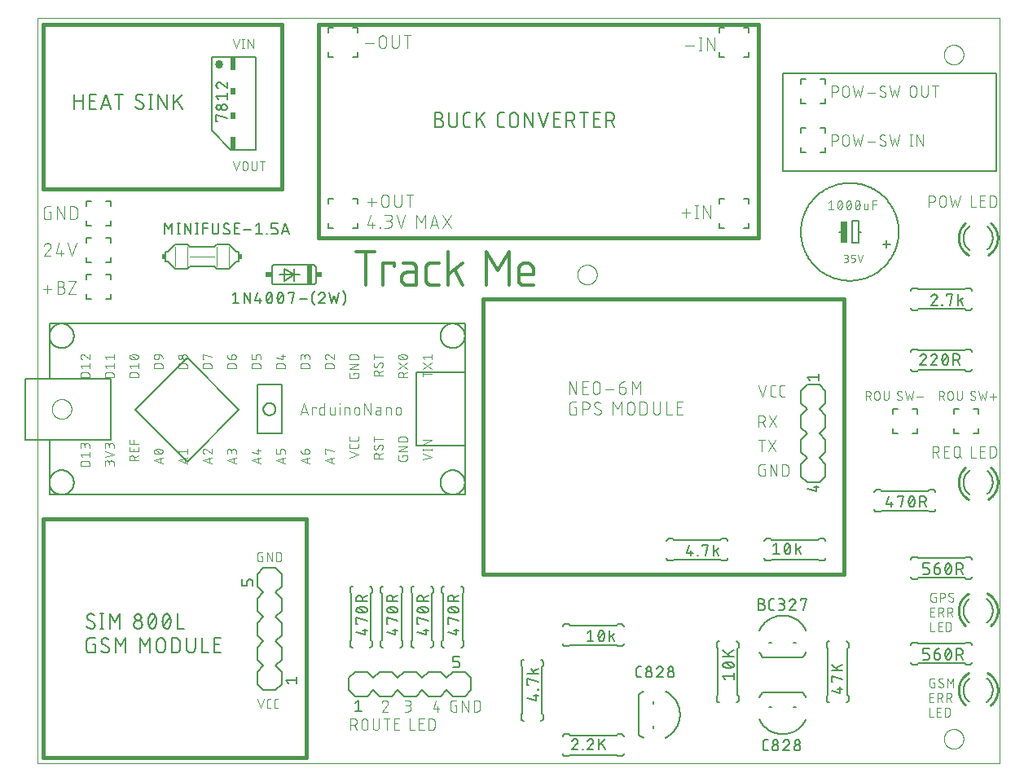
<source format=gto>
G04 EAGLE Gerber X2 export*
G75*
%MOMM*%
%FSLAX34Y34*%
%LPD*%
%AMOC8*
5,1,8,0,0,1.08239X$1,22.5*%
G01*
%ADD10C,0.000000*%
%ADD11C,0.127000*%
%ADD12C,0.101600*%
%ADD13C,0.076200*%
%ADD14C,0.406400*%
%ADD15C,0.304800*%
%ADD16C,0.152400*%
%ADD17R,0.508000X2.032000*%
%ADD18R,0.635000X0.508000*%
%ADD19C,0.050800*%
%ADD20R,0.355600X0.609600*%
%ADD21C,0.254000*%
%ADD22R,0.635000X2.286000*%
%ADD23C,0.863600*%
%ADD24R,0.508000X1.397000*%
%ADD25R,0.508000X0.762000*%


D10*
X0Y0D02*
X1000000Y0D01*
X1000000Y774600D01*
X0Y774600D01*
X0Y0D01*
X942340Y736600D02*
X942343Y736849D01*
X942352Y737099D01*
X942368Y737347D01*
X942389Y737596D01*
X942416Y737844D01*
X942450Y738091D01*
X942490Y738337D01*
X942535Y738582D01*
X942587Y738826D01*
X942644Y739069D01*
X942708Y739310D01*
X942777Y739549D01*
X942853Y739787D01*
X942934Y740023D01*
X943021Y740257D01*
X943113Y740488D01*
X943212Y740717D01*
X943315Y740944D01*
X943425Y741168D01*
X943540Y741389D01*
X943660Y741608D01*
X943785Y741823D01*
X943916Y742036D01*
X944052Y742245D01*
X944193Y742450D01*
X944339Y742652D01*
X944490Y742851D01*
X944646Y743045D01*
X944807Y743236D01*
X944972Y743423D01*
X945142Y743606D01*
X945316Y743784D01*
X945494Y743958D01*
X945677Y744128D01*
X945864Y744293D01*
X946055Y744454D01*
X946249Y744610D01*
X946448Y744761D01*
X946650Y744907D01*
X946855Y745048D01*
X947064Y745184D01*
X947277Y745315D01*
X947492Y745440D01*
X947711Y745560D01*
X947932Y745675D01*
X948156Y745785D01*
X948383Y745888D01*
X948612Y745987D01*
X948843Y746079D01*
X949077Y746166D01*
X949313Y746247D01*
X949551Y746323D01*
X949790Y746392D01*
X950031Y746456D01*
X950274Y746513D01*
X950518Y746565D01*
X950763Y746610D01*
X951009Y746650D01*
X951256Y746684D01*
X951504Y746711D01*
X951753Y746732D01*
X952001Y746748D01*
X952251Y746757D01*
X952500Y746760D01*
X952749Y746757D01*
X952999Y746748D01*
X953247Y746732D01*
X953496Y746711D01*
X953744Y746684D01*
X953991Y746650D01*
X954237Y746610D01*
X954482Y746565D01*
X954726Y746513D01*
X954969Y746456D01*
X955210Y746392D01*
X955449Y746323D01*
X955687Y746247D01*
X955923Y746166D01*
X956157Y746079D01*
X956388Y745987D01*
X956617Y745888D01*
X956844Y745785D01*
X957068Y745675D01*
X957289Y745560D01*
X957508Y745440D01*
X957723Y745315D01*
X957936Y745184D01*
X958145Y745048D01*
X958350Y744907D01*
X958552Y744761D01*
X958751Y744610D01*
X958945Y744454D01*
X959136Y744293D01*
X959323Y744128D01*
X959506Y743958D01*
X959684Y743784D01*
X959858Y743606D01*
X960028Y743423D01*
X960193Y743236D01*
X960354Y743045D01*
X960510Y742851D01*
X960661Y742652D01*
X960807Y742450D01*
X960948Y742245D01*
X961084Y742036D01*
X961215Y741823D01*
X961340Y741608D01*
X961460Y741389D01*
X961575Y741168D01*
X961685Y740944D01*
X961788Y740717D01*
X961887Y740488D01*
X961979Y740257D01*
X962066Y740023D01*
X962147Y739787D01*
X962223Y739549D01*
X962292Y739310D01*
X962356Y739069D01*
X962413Y738826D01*
X962465Y738582D01*
X962510Y738337D01*
X962550Y738091D01*
X962584Y737844D01*
X962611Y737596D01*
X962632Y737347D01*
X962648Y737099D01*
X962657Y736849D01*
X962660Y736600D01*
X962657Y736351D01*
X962648Y736101D01*
X962632Y735853D01*
X962611Y735604D01*
X962584Y735356D01*
X962550Y735109D01*
X962510Y734863D01*
X962465Y734618D01*
X962413Y734374D01*
X962356Y734131D01*
X962292Y733890D01*
X962223Y733651D01*
X962147Y733413D01*
X962066Y733177D01*
X961979Y732943D01*
X961887Y732712D01*
X961788Y732483D01*
X961685Y732256D01*
X961575Y732032D01*
X961460Y731811D01*
X961340Y731592D01*
X961215Y731377D01*
X961084Y731164D01*
X960948Y730955D01*
X960807Y730750D01*
X960661Y730548D01*
X960510Y730349D01*
X960354Y730155D01*
X960193Y729964D01*
X960028Y729777D01*
X959858Y729594D01*
X959684Y729416D01*
X959506Y729242D01*
X959323Y729072D01*
X959136Y728907D01*
X958945Y728746D01*
X958751Y728590D01*
X958552Y728439D01*
X958350Y728293D01*
X958145Y728152D01*
X957936Y728016D01*
X957723Y727885D01*
X957508Y727760D01*
X957289Y727640D01*
X957068Y727525D01*
X956844Y727415D01*
X956617Y727312D01*
X956388Y727213D01*
X956157Y727121D01*
X955923Y727034D01*
X955687Y726953D01*
X955449Y726877D01*
X955210Y726808D01*
X954969Y726744D01*
X954726Y726687D01*
X954482Y726635D01*
X954237Y726590D01*
X953991Y726550D01*
X953744Y726516D01*
X953496Y726489D01*
X953247Y726468D01*
X952999Y726452D01*
X952749Y726443D01*
X952500Y726440D01*
X952251Y726443D01*
X952001Y726452D01*
X951753Y726468D01*
X951504Y726489D01*
X951256Y726516D01*
X951009Y726550D01*
X950763Y726590D01*
X950518Y726635D01*
X950274Y726687D01*
X950031Y726744D01*
X949790Y726808D01*
X949551Y726877D01*
X949313Y726953D01*
X949077Y727034D01*
X948843Y727121D01*
X948612Y727213D01*
X948383Y727312D01*
X948156Y727415D01*
X947932Y727525D01*
X947711Y727640D01*
X947492Y727760D01*
X947277Y727885D01*
X947064Y728016D01*
X946855Y728152D01*
X946650Y728293D01*
X946448Y728439D01*
X946249Y728590D01*
X946055Y728746D01*
X945864Y728907D01*
X945677Y729072D01*
X945494Y729242D01*
X945316Y729416D01*
X945142Y729594D01*
X944972Y729777D01*
X944807Y729964D01*
X944646Y730155D01*
X944490Y730349D01*
X944339Y730548D01*
X944193Y730750D01*
X944052Y730955D01*
X943916Y731164D01*
X943785Y731377D01*
X943660Y731592D01*
X943540Y731811D01*
X943425Y732032D01*
X943315Y732256D01*
X943212Y732483D01*
X943113Y732712D01*
X943021Y732943D01*
X942934Y733177D01*
X942853Y733413D01*
X942777Y733651D01*
X942708Y733890D01*
X942644Y734131D01*
X942587Y734374D01*
X942535Y734618D01*
X942490Y734863D01*
X942450Y735109D01*
X942416Y735356D01*
X942389Y735604D01*
X942368Y735853D01*
X942352Y736101D01*
X942343Y736351D01*
X942340Y736600D01*
X15240Y368300D02*
X15243Y368549D01*
X15252Y368799D01*
X15268Y369047D01*
X15289Y369296D01*
X15316Y369544D01*
X15350Y369791D01*
X15390Y370037D01*
X15435Y370282D01*
X15487Y370526D01*
X15544Y370769D01*
X15608Y371010D01*
X15677Y371249D01*
X15753Y371487D01*
X15834Y371723D01*
X15921Y371957D01*
X16013Y372188D01*
X16112Y372417D01*
X16215Y372644D01*
X16325Y372868D01*
X16440Y373089D01*
X16560Y373308D01*
X16685Y373523D01*
X16816Y373736D01*
X16952Y373945D01*
X17093Y374150D01*
X17239Y374352D01*
X17390Y374551D01*
X17546Y374745D01*
X17707Y374936D01*
X17872Y375123D01*
X18042Y375306D01*
X18216Y375484D01*
X18394Y375658D01*
X18577Y375828D01*
X18764Y375993D01*
X18955Y376154D01*
X19149Y376310D01*
X19348Y376461D01*
X19550Y376607D01*
X19755Y376748D01*
X19964Y376884D01*
X20177Y377015D01*
X20392Y377140D01*
X20611Y377260D01*
X20832Y377375D01*
X21056Y377485D01*
X21283Y377588D01*
X21512Y377687D01*
X21743Y377779D01*
X21977Y377866D01*
X22213Y377947D01*
X22451Y378023D01*
X22690Y378092D01*
X22931Y378156D01*
X23174Y378213D01*
X23418Y378265D01*
X23663Y378310D01*
X23909Y378350D01*
X24156Y378384D01*
X24404Y378411D01*
X24653Y378432D01*
X24901Y378448D01*
X25151Y378457D01*
X25400Y378460D01*
X25649Y378457D01*
X25899Y378448D01*
X26147Y378432D01*
X26396Y378411D01*
X26644Y378384D01*
X26891Y378350D01*
X27137Y378310D01*
X27382Y378265D01*
X27626Y378213D01*
X27869Y378156D01*
X28110Y378092D01*
X28349Y378023D01*
X28587Y377947D01*
X28823Y377866D01*
X29057Y377779D01*
X29288Y377687D01*
X29517Y377588D01*
X29744Y377485D01*
X29968Y377375D01*
X30189Y377260D01*
X30408Y377140D01*
X30623Y377015D01*
X30836Y376884D01*
X31045Y376748D01*
X31250Y376607D01*
X31452Y376461D01*
X31651Y376310D01*
X31845Y376154D01*
X32036Y375993D01*
X32223Y375828D01*
X32406Y375658D01*
X32584Y375484D01*
X32758Y375306D01*
X32928Y375123D01*
X33093Y374936D01*
X33254Y374745D01*
X33410Y374551D01*
X33561Y374352D01*
X33707Y374150D01*
X33848Y373945D01*
X33984Y373736D01*
X34115Y373523D01*
X34240Y373308D01*
X34360Y373089D01*
X34475Y372868D01*
X34585Y372644D01*
X34688Y372417D01*
X34787Y372188D01*
X34879Y371957D01*
X34966Y371723D01*
X35047Y371487D01*
X35123Y371249D01*
X35192Y371010D01*
X35256Y370769D01*
X35313Y370526D01*
X35365Y370282D01*
X35410Y370037D01*
X35450Y369791D01*
X35484Y369544D01*
X35511Y369296D01*
X35532Y369047D01*
X35548Y368799D01*
X35557Y368549D01*
X35560Y368300D01*
X35557Y368051D01*
X35548Y367801D01*
X35532Y367553D01*
X35511Y367304D01*
X35484Y367056D01*
X35450Y366809D01*
X35410Y366563D01*
X35365Y366318D01*
X35313Y366074D01*
X35256Y365831D01*
X35192Y365590D01*
X35123Y365351D01*
X35047Y365113D01*
X34966Y364877D01*
X34879Y364643D01*
X34787Y364412D01*
X34688Y364183D01*
X34585Y363956D01*
X34475Y363732D01*
X34360Y363511D01*
X34240Y363292D01*
X34115Y363077D01*
X33984Y362864D01*
X33848Y362655D01*
X33707Y362450D01*
X33561Y362248D01*
X33410Y362049D01*
X33254Y361855D01*
X33093Y361664D01*
X32928Y361477D01*
X32758Y361294D01*
X32584Y361116D01*
X32406Y360942D01*
X32223Y360772D01*
X32036Y360607D01*
X31845Y360446D01*
X31651Y360290D01*
X31452Y360139D01*
X31250Y359993D01*
X31045Y359852D01*
X30836Y359716D01*
X30623Y359585D01*
X30408Y359460D01*
X30189Y359340D01*
X29968Y359225D01*
X29744Y359115D01*
X29517Y359012D01*
X29288Y358913D01*
X29057Y358821D01*
X28823Y358734D01*
X28587Y358653D01*
X28349Y358577D01*
X28110Y358508D01*
X27869Y358444D01*
X27626Y358387D01*
X27382Y358335D01*
X27137Y358290D01*
X26891Y358250D01*
X26644Y358216D01*
X26396Y358189D01*
X26147Y358168D01*
X25899Y358152D01*
X25649Y358143D01*
X25400Y358140D01*
X25151Y358143D01*
X24901Y358152D01*
X24653Y358168D01*
X24404Y358189D01*
X24156Y358216D01*
X23909Y358250D01*
X23663Y358290D01*
X23418Y358335D01*
X23174Y358387D01*
X22931Y358444D01*
X22690Y358508D01*
X22451Y358577D01*
X22213Y358653D01*
X21977Y358734D01*
X21743Y358821D01*
X21512Y358913D01*
X21283Y359012D01*
X21056Y359115D01*
X20832Y359225D01*
X20611Y359340D01*
X20392Y359460D01*
X20177Y359585D01*
X19964Y359716D01*
X19755Y359852D01*
X19550Y359993D01*
X19348Y360139D01*
X19149Y360290D01*
X18955Y360446D01*
X18764Y360607D01*
X18577Y360772D01*
X18394Y360942D01*
X18216Y361116D01*
X18042Y361294D01*
X17872Y361477D01*
X17707Y361664D01*
X17546Y361855D01*
X17390Y362049D01*
X17239Y362248D01*
X17093Y362450D01*
X16952Y362655D01*
X16816Y362864D01*
X16685Y363077D01*
X16560Y363292D01*
X16440Y363511D01*
X16325Y363732D01*
X16215Y363956D01*
X16112Y364183D01*
X16013Y364412D01*
X15921Y364643D01*
X15834Y364877D01*
X15753Y365113D01*
X15677Y365351D01*
X15608Y365590D01*
X15544Y365831D01*
X15487Y366074D01*
X15435Y366318D01*
X15390Y366563D01*
X15350Y366809D01*
X15316Y367056D01*
X15289Y367304D01*
X15268Y367553D01*
X15252Y367801D01*
X15243Y368051D01*
X15240Y368300D01*
X942340Y25400D02*
X942343Y25649D01*
X942352Y25899D01*
X942368Y26147D01*
X942389Y26396D01*
X942416Y26644D01*
X942450Y26891D01*
X942490Y27137D01*
X942535Y27382D01*
X942587Y27626D01*
X942644Y27869D01*
X942708Y28110D01*
X942777Y28349D01*
X942853Y28587D01*
X942934Y28823D01*
X943021Y29057D01*
X943113Y29288D01*
X943212Y29517D01*
X943315Y29744D01*
X943425Y29968D01*
X943540Y30189D01*
X943660Y30408D01*
X943785Y30623D01*
X943916Y30836D01*
X944052Y31045D01*
X944193Y31250D01*
X944339Y31452D01*
X944490Y31651D01*
X944646Y31845D01*
X944807Y32036D01*
X944972Y32223D01*
X945142Y32406D01*
X945316Y32584D01*
X945494Y32758D01*
X945677Y32928D01*
X945864Y33093D01*
X946055Y33254D01*
X946249Y33410D01*
X946448Y33561D01*
X946650Y33707D01*
X946855Y33848D01*
X947064Y33984D01*
X947277Y34115D01*
X947492Y34240D01*
X947711Y34360D01*
X947932Y34475D01*
X948156Y34585D01*
X948383Y34688D01*
X948612Y34787D01*
X948843Y34879D01*
X949077Y34966D01*
X949313Y35047D01*
X949551Y35123D01*
X949790Y35192D01*
X950031Y35256D01*
X950274Y35313D01*
X950518Y35365D01*
X950763Y35410D01*
X951009Y35450D01*
X951256Y35484D01*
X951504Y35511D01*
X951753Y35532D01*
X952001Y35548D01*
X952251Y35557D01*
X952500Y35560D01*
X952749Y35557D01*
X952999Y35548D01*
X953247Y35532D01*
X953496Y35511D01*
X953744Y35484D01*
X953991Y35450D01*
X954237Y35410D01*
X954482Y35365D01*
X954726Y35313D01*
X954969Y35256D01*
X955210Y35192D01*
X955449Y35123D01*
X955687Y35047D01*
X955923Y34966D01*
X956157Y34879D01*
X956388Y34787D01*
X956617Y34688D01*
X956844Y34585D01*
X957068Y34475D01*
X957289Y34360D01*
X957508Y34240D01*
X957723Y34115D01*
X957936Y33984D01*
X958145Y33848D01*
X958350Y33707D01*
X958552Y33561D01*
X958751Y33410D01*
X958945Y33254D01*
X959136Y33093D01*
X959323Y32928D01*
X959506Y32758D01*
X959684Y32584D01*
X959858Y32406D01*
X960028Y32223D01*
X960193Y32036D01*
X960354Y31845D01*
X960510Y31651D01*
X960661Y31452D01*
X960807Y31250D01*
X960948Y31045D01*
X961084Y30836D01*
X961215Y30623D01*
X961340Y30408D01*
X961460Y30189D01*
X961575Y29968D01*
X961685Y29744D01*
X961788Y29517D01*
X961887Y29288D01*
X961979Y29057D01*
X962066Y28823D01*
X962147Y28587D01*
X962223Y28349D01*
X962292Y28110D01*
X962356Y27869D01*
X962413Y27626D01*
X962465Y27382D01*
X962510Y27137D01*
X962550Y26891D01*
X962584Y26644D01*
X962611Y26396D01*
X962632Y26147D01*
X962648Y25899D01*
X962657Y25649D01*
X962660Y25400D01*
X962657Y25151D01*
X962648Y24901D01*
X962632Y24653D01*
X962611Y24404D01*
X962584Y24156D01*
X962550Y23909D01*
X962510Y23663D01*
X962465Y23418D01*
X962413Y23174D01*
X962356Y22931D01*
X962292Y22690D01*
X962223Y22451D01*
X962147Y22213D01*
X962066Y21977D01*
X961979Y21743D01*
X961887Y21512D01*
X961788Y21283D01*
X961685Y21056D01*
X961575Y20832D01*
X961460Y20611D01*
X961340Y20392D01*
X961215Y20177D01*
X961084Y19964D01*
X960948Y19755D01*
X960807Y19550D01*
X960661Y19348D01*
X960510Y19149D01*
X960354Y18955D01*
X960193Y18764D01*
X960028Y18577D01*
X959858Y18394D01*
X959684Y18216D01*
X959506Y18042D01*
X959323Y17872D01*
X959136Y17707D01*
X958945Y17546D01*
X958751Y17390D01*
X958552Y17239D01*
X958350Y17093D01*
X958145Y16952D01*
X957936Y16816D01*
X957723Y16685D01*
X957508Y16560D01*
X957289Y16440D01*
X957068Y16325D01*
X956844Y16215D01*
X956617Y16112D01*
X956388Y16013D01*
X956157Y15921D01*
X955923Y15834D01*
X955687Y15753D01*
X955449Y15677D01*
X955210Y15608D01*
X954969Y15544D01*
X954726Y15487D01*
X954482Y15435D01*
X954237Y15390D01*
X953991Y15350D01*
X953744Y15316D01*
X953496Y15289D01*
X953247Y15268D01*
X952999Y15252D01*
X952749Y15243D01*
X952500Y15240D01*
X952251Y15243D01*
X952001Y15252D01*
X951753Y15268D01*
X951504Y15289D01*
X951256Y15316D01*
X951009Y15350D01*
X950763Y15390D01*
X950518Y15435D01*
X950274Y15487D01*
X950031Y15544D01*
X949790Y15608D01*
X949551Y15677D01*
X949313Y15753D01*
X949077Y15834D01*
X948843Y15921D01*
X948612Y16013D01*
X948383Y16112D01*
X948156Y16215D01*
X947932Y16325D01*
X947711Y16440D01*
X947492Y16560D01*
X947277Y16685D01*
X947064Y16816D01*
X946855Y16952D01*
X946650Y17093D01*
X946448Y17239D01*
X946249Y17390D01*
X946055Y17546D01*
X945864Y17707D01*
X945677Y17872D01*
X945494Y18042D01*
X945316Y18216D01*
X945142Y18394D01*
X944972Y18577D01*
X944807Y18764D01*
X944646Y18955D01*
X944490Y19149D01*
X944339Y19348D01*
X944193Y19550D01*
X944052Y19755D01*
X943916Y19964D01*
X943785Y20177D01*
X943660Y20392D01*
X943540Y20611D01*
X943425Y20832D01*
X943315Y21056D01*
X943212Y21283D01*
X943113Y21512D01*
X943021Y21743D01*
X942934Y21977D01*
X942853Y22213D01*
X942777Y22451D01*
X942708Y22690D01*
X942644Y22931D01*
X942587Y23174D01*
X942535Y23418D01*
X942490Y23663D01*
X942450Y23909D01*
X942416Y24156D01*
X942389Y24404D01*
X942368Y24653D01*
X942352Y24901D01*
X942343Y25151D01*
X942340Y25400D01*
X561340Y508000D02*
X561343Y508249D01*
X561352Y508499D01*
X561368Y508747D01*
X561389Y508996D01*
X561416Y509244D01*
X561450Y509491D01*
X561490Y509737D01*
X561535Y509982D01*
X561587Y510226D01*
X561644Y510469D01*
X561708Y510710D01*
X561777Y510949D01*
X561853Y511187D01*
X561934Y511423D01*
X562021Y511657D01*
X562113Y511888D01*
X562212Y512117D01*
X562315Y512344D01*
X562425Y512568D01*
X562540Y512789D01*
X562660Y513008D01*
X562785Y513223D01*
X562916Y513436D01*
X563052Y513645D01*
X563193Y513850D01*
X563339Y514052D01*
X563490Y514251D01*
X563646Y514445D01*
X563807Y514636D01*
X563972Y514823D01*
X564142Y515006D01*
X564316Y515184D01*
X564494Y515358D01*
X564677Y515528D01*
X564864Y515693D01*
X565055Y515854D01*
X565249Y516010D01*
X565448Y516161D01*
X565650Y516307D01*
X565855Y516448D01*
X566064Y516584D01*
X566277Y516715D01*
X566492Y516840D01*
X566711Y516960D01*
X566932Y517075D01*
X567156Y517185D01*
X567383Y517288D01*
X567612Y517387D01*
X567843Y517479D01*
X568077Y517566D01*
X568313Y517647D01*
X568551Y517723D01*
X568790Y517792D01*
X569031Y517856D01*
X569274Y517913D01*
X569518Y517965D01*
X569763Y518010D01*
X570009Y518050D01*
X570256Y518084D01*
X570504Y518111D01*
X570753Y518132D01*
X571001Y518148D01*
X571251Y518157D01*
X571500Y518160D01*
X571749Y518157D01*
X571999Y518148D01*
X572247Y518132D01*
X572496Y518111D01*
X572744Y518084D01*
X572991Y518050D01*
X573237Y518010D01*
X573482Y517965D01*
X573726Y517913D01*
X573969Y517856D01*
X574210Y517792D01*
X574449Y517723D01*
X574687Y517647D01*
X574923Y517566D01*
X575157Y517479D01*
X575388Y517387D01*
X575617Y517288D01*
X575844Y517185D01*
X576068Y517075D01*
X576289Y516960D01*
X576508Y516840D01*
X576723Y516715D01*
X576936Y516584D01*
X577145Y516448D01*
X577350Y516307D01*
X577552Y516161D01*
X577751Y516010D01*
X577945Y515854D01*
X578136Y515693D01*
X578323Y515528D01*
X578506Y515358D01*
X578684Y515184D01*
X578858Y515006D01*
X579028Y514823D01*
X579193Y514636D01*
X579354Y514445D01*
X579510Y514251D01*
X579661Y514052D01*
X579807Y513850D01*
X579948Y513645D01*
X580084Y513436D01*
X580215Y513223D01*
X580340Y513008D01*
X580460Y512789D01*
X580575Y512568D01*
X580685Y512344D01*
X580788Y512117D01*
X580887Y511888D01*
X580979Y511657D01*
X581066Y511423D01*
X581147Y511187D01*
X581223Y510949D01*
X581292Y510710D01*
X581356Y510469D01*
X581413Y510226D01*
X581465Y509982D01*
X581510Y509737D01*
X581550Y509491D01*
X581584Y509244D01*
X581611Y508996D01*
X581632Y508747D01*
X581648Y508499D01*
X581657Y508249D01*
X581660Y508000D01*
X581657Y507751D01*
X581648Y507501D01*
X581632Y507253D01*
X581611Y507004D01*
X581584Y506756D01*
X581550Y506509D01*
X581510Y506263D01*
X581465Y506018D01*
X581413Y505774D01*
X581356Y505531D01*
X581292Y505290D01*
X581223Y505051D01*
X581147Y504813D01*
X581066Y504577D01*
X580979Y504343D01*
X580887Y504112D01*
X580788Y503883D01*
X580685Y503656D01*
X580575Y503432D01*
X580460Y503211D01*
X580340Y502992D01*
X580215Y502777D01*
X580084Y502564D01*
X579948Y502355D01*
X579807Y502150D01*
X579661Y501948D01*
X579510Y501749D01*
X579354Y501555D01*
X579193Y501364D01*
X579028Y501177D01*
X578858Y500994D01*
X578684Y500816D01*
X578506Y500642D01*
X578323Y500472D01*
X578136Y500307D01*
X577945Y500146D01*
X577751Y499990D01*
X577552Y499839D01*
X577350Y499693D01*
X577145Y499552D01*
X576936Y499416D01*
X576723Y499285D01*
X576508Y499160D01*
X576289Y499040D01*
X576068Y498925D01*
X575844Y498815D01*
X575617Y498712D01*
X575388Y498613D01*
X575157Y498521D01*
X574923Y498434D01*
X574687Y498353D01*
X574449Y498277D01*
X574210Y498208D01*
X573969Y498144D01*
X573726Y498087D01*
X573482Y498035D01*
X573237Y497990D01*
X572991Y497950D01*
X572744Y497916D01*
X572496Y497889D01*
X572247Y497868D01*
X571999Y497852D01*
X571749Y497843D01*
X571500Y497840D01*
X571251Y497843D01*
X571001Y497852D01*
X570753Y497868D01*
X570504Y497889D01*
X570256Y497916D01*
X570009Y497950D01*
X569763Y497990D01*
X569518Y498035D01*
X569274Y498087D01*
X569031Y498144D01*
X568790Y498208D01*
X568551Y498277D01*
X568313Y498353D01*
X568077Y498434D01*
X567843Y498521D01*
X567612Y498613D01*
X567383Y498712D01*
X567156Y498815D01*
X566932Y498925D01*
X566711Y499040D01*
X566492Y499160D01*
X566277Y499285D01*
X566064Y499416D01*
X565855Y499552D01*
X565650Y499693D01*
X565448Y499839D01*
X565249Y499990D01*
X565055Y500146D01*
X564864Y500307D01*
X564677Y500472D01*
X564494Y500642D01*
X564316Y500816D01*
X564142Y500994D01*
X563972Y501177D01*
X563807Y501364D01*
X563646Y501555D01*
X563490Y501749D01*
X563339Y501948D01*
X563193Y502150D01*
X563052Y502355D01*
X562916Y502564D01*
X562785Y502777D01*
X562660Y502992D01*
X562540Y503211D01*
X562425Y503432D01*
X562315Y503656D01*
X562212Y503883D01*
X562113Y504112D01*
X562021Y504343D01*
X561934Y504577D01*
X561853Y504813D01*
X561777Y505051D01*
X561708Y505290D01*
X561644Y505531D01*
X561587Y505774D01*
X561535Y506018D01*
X561490Y506263D01*
X561450Y506509D01*
X561416Y506756D01*
X561389Y507004D01*
X561368Y507253D01*
X561352Y507501D01*
X561343Y507751D01*
X561340Y508000D01*
D11*
X60043Y143524D02*
X60041Y143409D01*
X60035Y143294D01*
X60026Y143179D01*
X60012Y143065D01*
X59995Y142951D01*
X59974Y142838D01*
X59949Y142726D01*
X59921Y142614D01*
X59888Y142504D01*
X59852Y142395D01*
X59813Y142287D01*
X59770Y142180D01*
X59723Y142075D01*
X59673Y141971D01*
X59619Y141869D01*
X59562Y141769D01*
X59502Y141671D01*
X59439Y141575D01*
X59372Y141482D01*
X59302Y141390D01*
X59229Y141301D01*
X59154Y141214D01*
X59075Y141130D01*
X58994Y141049D01*
X58910Y140971D01*
X58823Y140895D01*
X58734Y140822D01*
X58642Y140752D01*
X58549Y140685D01*
X58453Y140622D01*
X58355Y140562D01*
X58255Y140505D01*
X58153Y140451D01*
X58049Y140401D01*
X57944Y140354D01*
X57837Y140311D01*
X57729Y140272D01*
X57620Y140236D01*
X57510Y140203D01*
X57398Y140175D01*
X57286Y140150D01*
X57173Y140129D01*
X57059Y140112D01*
X56945Y140098D01*
X56830Y140089D01*
X56715Y140083D01*
X56600Y140081D01*
X56426Y140083D01*
X56252Y140089D01*
X56078Y140100D01*
X55905Y140114D01*
X55732Y140133D01*
X55560Y140156D01*
X55388Y140183D01*
X55216Y140214D01*
X55046Y140249D01*
X54876Y140288D01*
X54708Y140331D01*
X54540Y140379D01*
X54374Y140430D01*
X54209Y140485D01*
X54045Y140544D01*
X53883Y140607D01*
X53723Y140674D01*
X53564Y140745D01*
X53406Y140820D01*
X53251Y140898D01*
X53097Y140980D01*
X52946Y141066D01*
X52797Y141155D01*
X52649Y141248D01*
X52504Y141344D01*
X52362Y141444D01*
X52222Y141547D01*
X52084Y141653D01*
X51949Y141763D01*
X51816Y141876D01*
X51687Y141992D01*
X51560Y142111D01*
X51436Y142233D01*
X51866Y152132D02*
X51868Y152247D01*
X51874Y152362D01*
X51883Y152477D01*
X51897Y152591D01*
X51914Y152705D01*
X51935Y152818D01*
X51960Y152930D01*
X51988Y153042D01*
X52021Y153152D01*
X52057Y153261D01*
X52096Y153369D01*
X52139Y153476D01*
X52186Y153581D01*
X52236Y153685D01*
X52290Y153787D01*
X52347Y153887D01*
X52407Y153985D01*
X52470Y154081D01*
X52537Y154174D01*
X52607Y154266D01*
X52680Y154355D01*
X52755Y154442D01*
X52834Y154526D01*
X52915Y154607D01*
X52999Y154686D01*
X53086Y154761D01*
X53175Y154834D01*
X53267Y154904D01*
X53360Y154971D01*
X53456Y155034D01*
X53554Y155094D01*
X53654Y155151D01*
X53756Y155205D01*
X53860Y155255D01*
X53965Y155302D01*
X54072Y155345D01*
X54180Y155384D01*
X54289Y155420D01*
X54399Y155453D01*
X54511Y155481D01*
X54623Y155506D01*
X54736Y155527D01*
X54850Y155544D01*
X54964Y155558D01*
X55079Y155567D01*
X55194Y155573D01*
X55309Y155575D01*
X55469Y155573D01*
X55628Y155567D01*
X55788Y155557D01*
X55947Y155543D01*
X56106Y155526D01*
X56264Y155504D01*
X56422Y155478D01*
X56579Y155449D01*
X56735Y155415D01*
X56891Y155378D01*
X57045Y155337D01*
X57198Y155292D01*
X57351Y155244D01*
X57502Y155191D01*
X57651Y155135D01*
X57799Y155075D01*
X57946Y155012D01*
X58091Y154945D01*
X58234Y154874D01*
X58376Y154800D01*
X58516Y154722D01*
X58653Y154641D01*
X58789Y154557D01*
X58922Y154469D01*
X59054Y154378D01*
X59183Y154284D01*
X53587Y149119D02*
X53487Y149180D01*
X53389Y149245D01*
X53293Y149312D01*
X53200Y149383D01*
X53109Y149457D01*
X53021Y149534D01*
X52935Y149614D01*
X52852Y149697D01*
X52772Y149782D01*
X52695Y149870D01*
X52621Y149961D01*
X52550Y150054D01*
X52481Y150149D01*
X52417Y150247D01*
X52355Y150346D01*
X52297Y150448D01*
X52242Y150552D01*
X52191Y150657D01*
X52144Y150764D01*
X52100Y150873D01*
X52059Y150983D01*
X52023Y151094D01*
X51990Y151206D01*
X51961Y151320D01*
X51935Y151434D01*
X51914Y151549D01*
X51896Y151665D01*
X51883Y151781D01*
X51873Y151898D01*
X51867Y152015D01*
X51865Y152132D01*
X58321Y146537D02*
X58421Y146476D01*
X58519Y146411D01*
X58615Y146344D01*
X58708Y146273D01*
X58799Y146199D01*
X58887Y146122D01*
X58973Y146042D01*
X59056Y145959D01*
X59136Y145874D01*
X59213Y145786D01*
X59287Y145695D01*
X59358Y145602D01*
X59427Y145507D01*
X59491Y145409D01*
X59553Y145310D01*
X59611Y145208D01*
X59666Y145104D01*
X59717Y144999D01*
X59764Y144892D01*
X59808Y144783D01*
X59849Y144673D01*
X59885Y144562D01*
X59918Y144450D01*
X59947Y144336D01*
X59973Y144222D01*
X59994Y144107D01*
X60012Y143991D01*
X60025Y143875D01*
X60035Y143758D01*
X60041Y143641D01*
X60043Y143524D01*
X58321Y146537D02*
X53587Y149119D01*
X67136Y155575D02*
X67136Y140081D01*
X65414Y140081D02*
X68858Y140081D01*
X68858Y155575D02*
X65414Y155575D01*
X75351Y155575D02*
X75351Y140081D01*
X80515Y146967D02*
X75351Y155575D01*
X80515Y146967D02*
X85680Y155575D01*
X85680Y140081D01*
X100492Y144385D02*
X100494Y144515D01*
X100500Y144645D01*
X100510Y144775D01*
X100523Y144904D01*
X100541Y145033D01*
X100562Y145161D01*
X100588Y145288D01*
X100617Y145415D01*
X100650Y145541D01*
X100687Y145665D01*
X100727Y145789D01*
X100772Y145911D01*
X100820Y146032D01*
X100871Y146151D01*
X100926Y146269D01*
X100985Y146385D01*
X101047Y146499D01*
X101113Y146612D01*
X101182Y146722D01*
X101254Y146830D01*
X101329Y146936D01*
X101408Y147039D01*
X101490Y147140D01*
X101574Y147239D01*
X101662Y147335D01*
X101753Y147428D01*
X101846Y147519D01*
X101942Y147607D01*
X102041Y147691D01*
X102142Y147773D01*
X102245Y147852D01*
X102351Y147927D01*
X102459Y147999D01*
X102569Y148068D01*
X102682Y148134D01*
X102796Y148196D01*
X102912Y148255D01*
X103030Y148310D01*
X103149Y148361D01*
X103270Y148409D01*
X103392Y148454D01*
X103516Y148494D01*
X103640Y148531D01*
X103766Y148564D01*
X103893Y148593D01*
X104020Y148619D01*
X104148Y148640D01*
X104277Y148658D01*
X104406Y148671D01*
X104536Y148681D01*
X104666Y148687D01*
X104796Y148689D01*
X104926Y148687D01*
X105056Y148681D01*
X105186Y148671D01*
X105315Y148658D01*
X105444Y148640D01*
X105572Y148619D01*
X105699Y148593D01*
X105826Y148564D01*
X105952Y148531D01*
X106076Y148494D01*
X106200Y148454D01*
X106322Y148409D01*
X106443Y148361D01*
X106562Y148310D01*
X106680Y148255D01*
X106796Y148196D01*
X106910Y148134D01*
X107023Y148068D01*
X107133Y147999D01*
X107241Y147927D01*
X107347Y147852D01*
X107450Y147773D01*
X107551Y147691D01*
X107650Y147607D01*
X107746Y147519D01*
X107839Y147428D01*
X107930Y147335D01*
X108018Y147239D01*
X108102Y147140D01*
X108184Y147039D01*
X108263Y146936D01*
X108338Y146830D01*
X108410Y146722D01*
X108479Y146612D01*
X108545Y146499D01*
X108607Y146385D01*
X108666Y146269D01*
X108721Y146151D01*
X108772Y146032D01*
X108820Y145911D01*
X108865Y145789D01*
X108905Y145665D01*
X108942Y145541D01*
X108975Y145415D01*
X109004Y145288D01*
X109030Y145161D01*
X109051Y145033D01*
X109069Y144904D01*
X109082Y144775D01*
X109092Y144645D01*
X109098Y144515D01*
X109100Y144385D01*
X109098Y144255D01*
X109092Y144125D01*
X109082Y143995D01*
X109069Y143866D01*
X109051Y143737D01*
X109030Y143609D01*
X109004Y143482D01*
X108975Y143355D01*
X108942Y143229D01*
X108905Y143105D01*
X108865Y142981D01*
X108820Y142859D01*
X108772Y142738D01*
X108721Y142619D01*
X108666Y142501D01*
X108607Y142385D01*
X108545Y142271D01*
X108479Y142158D01*
X108410Y142048D01*
X108338Y141940D01*
X108263Y141834D01*
X108184Y141731D01*
X108102Y141630D01*
X108018Y141531D01*
X107930Y141435D01*
X107839Y141342D01*
X107746Y141251D01*
X107650Y141163D01*
X107551Y141079D01*
X107450Y140997D01*
X107347Y140918D01*
X107241Y140843D01*
X107133Y140771D01*
X107023Y140702D01*
X106910Y140636D01*
X106796Y140574D01*
X106680Y140515D01*
X106562Y140460D01*
X106443Y140409D01*
X106322Y140361D01*
X106200Y140316D01*
X106076Y140276D01*
X105952Y140239D01*
X105826Y140206D01*
X105699Y140177D01*
X105572Y140151D01*
X105444Y140130D01*
X105315Y140112D01*
X105186Y140099D01*
X105056Y140089D01*
X104926Y140083D01*
X104796Y140081D01*
X104666Y140083D01*
X104536Y140089D01*
X104406Y140099D01*
X104277Y140112D01*
X104148Y140130D01*
X104020Y140151D01*
X103893Y140177D01*
X103766Y140206D01*
X103640Y140239D01*
X103516Y140276D01*
X103392Y140316D01*
X103270Y140361D01*
X103149Y140409D01*
X103030Y140460D01*
X102912Y140515D01*
X102796Y140574D01*
X102682Y140636D01*
X102569Y140702D01*
X102459Y140771D01*
X102351Y140843D01*
X102245Y140918D01*
X102142Y140997D01*
X102041Y141079D01*
X101942Y141163D01*
X101846Y141251D01*
X101753Y141342D01*
X101662Y141435D01*
X101574Y141531D01*
X101490Y141630D01*
X101408Y141731D01*
X101329Y141834D01*
X101254Y141940D01*
X101182Y142048D01*
X101113Y142158D01*
X101047Y142271D01*
X100985Y142385D01*
X100926Y142501D01*
X100871Y142619D01*
X100820Y142738D01*
X100772Y142859D01*
X100727Y142981D01*
X100687Y143105D01*
X100650Y143229D01*
X100617Y143355D01*
X100588Y143482D01*
X100562Y143609D01*
X100541Y143737D01*
X100523Y143866D01*
X100510Y143995D01*
X100500Y144125D01*
X100494Y144255D01*
X100492Y144385D01*
X101353Y152132D02*
X101355Y152248D01*
X101361Y152364D01*
X101371Y152480D01*
X101384Y152596D01*
X101402Y152711D01*
X101423Y152825D01*
X101449Y152939D01*
X101478Y153051D01*
X101511Y153163D01*
X101548Y153273D01*
X101588Y153382D01*
X101632Y153490D01*
X101680Y153596D01*
X101731Y153700D01*
X101786Y153803D01*
X101844Y153904D01*
X101905Y154002D01*
X101970Y154099D01*
X102038Y154193D01*
X102109Y154285D01*
X102184Y154375D01*
X102261Y154462D01*
X102341Y154546D01*
X102424Y154627D01*
X102510Y154706D01*
X102598Y154782D01*
X102689Y154855D01*
X102782Y154924D01*
X102877Y154991D01*
X102975Y155054D01*
X103075Y155114D01*
X103176Y155170D01*
X103280Y155223D01*
X103385Y155273D01*
X103492Y155318D01*
X103600Y155361D01*
X103710Y155399D01*
X103821Y155434D01*
X103933Y155465D01*
X104046Y155492D01*
X104160Y155516D01*
X104275Y155535D01*
X104390Y155551D01*
X104506Y155563D01*
X104622Y155571D01*
X104738Y155575D01*
X104854Y155575D01*
X104970Y155571D01*
X105086Y155563D01*
X105202Y155551D01*
X105317Y155535D01*
X105432Y155516D01*
X105546Y155492D01*
X105659Y155465D01*
X105771Y155434D01*
X105882Y155399D01*
X105992Y155361D01*
X106100Y155318D01*
X106207Y155273D01*
X106312Y155223D01*
X106416Y155170D01*
X106518Y155114D01*
X106617Y155054D01*
X106715Y154991D01*
X106810Y154924D01*
X106903Y154855D01*
X106994Y154782D01*
X107082Y154706D01*
X107168Y154627D01*
X107251Y154546D01*
X107331Y154462D01*
X107408Y154375D01*
X107483Y154285D01*
X107554Y154193D01*
X107622Y154099D01*
X107687Y154002D01*
X107748Y153904D01*
X107806Y153803D01*
X107861Y153700D01*
X107912Y153596D01*
X107960Y153490D01*
X108004Y153382D01*
X108044Y153273D01*
X108081Y153163D01*
X108114Y153051D01*
X108143Y152939D01*
X108169Y152825D01*
X108190Y152711D01*
X108208Y152596D01*
X108221Y152480D01*
X108231Y152364D01*
X108237Y152248D01*
X108239Y152132D01*
X108237Y152016D01*
X108231Y151900D01*
X108221Y151784D01*
X108208Y151668D01*
X108190Y151553D01*
X108169Y151439D01*
X108143Y151325D01*
X108114Y151213D01*
X108081Y151101D01*
X108044Y150991D01*
X108004Y150882D01*
X107960Y150774D01*
X107912Y150668D01*
X107861Y150564D01*
X107806Y150461D01*
X107748Y150360D01*
X107687Y150262D01*
X107622Y150165D01*
X107554Y150071D01*
X107483Y149979D01*
X107408Y149889D01*
X107331Y149802D01*
X107251Y149718D01*
X107168Y149637D01*
X107082Y149558D01*
X106994Y149482D01*
X106903Y149409D01*
X106810Y149340D01*
X106715Y149273D01*
X106617Y149210D01*
X106517Y149150D01*
X106416Y149094D01*
X106312Y149041D01*
X106207Y148991D01*
X106100Y148946D01*
X105992Y148903D01*
X105882Y148865D01*
X105771Y148830D01*
X105659Y148799D01*
X105546Y148772D01*
X105432Y148748D01*
X105317Y148729D01*
X105202Y148713D01*
X105086Y148701D01*
X104970Y148693D01*
X104854Y148689D01*
X104738Y148689D01*
X104622Y148693D01*
X104506Y148701D01*
X104390Y148713D01*
X104275Y148729D01*
X104160Y148748D01*
X104046Y148772D01*
X103933Y148799D01*
X103821Y148830D01*
X103710Y148865D01*
X103600Y148903D01*
X103492Y148946D01*
X103385Y148991D01*
X103280Y149041D01*
X103176Y149094D01*
X103074Y149150D01*
X102975Y149210D01*
X102877Y149273D01*
X102782Y149340D01*
X102689Y149409D01*
X102598Y149482D01*
X102510Y149558D01*
X102424Y149637D01*
X102341Y149718D01*
X102261Y149802D01*
X102184Y149889D01*
X102109Y149979D01*
X102038Y150071D01*
X101970Y150165D01*
X101905Y150262D01*
X101844Y150360D01*
X101786Y150461D01*
X101731Y150564D01*
X101680Y150668D01*
X101632Y150774D01*
X101588Y150882D01*
X101548Y150991D01*
X101511Y151101D01*
X101478Y151213D01*
X101449Y151325D01*
X101423Y151439D01*
X101402Y151553D01*
X101384Y151668D01*
X101371Y151784D01*
X101361Y151900D01*
X101355Y152016D01*
X101353Y152132D01*
X115358Y147828D02*
X115362Y148133D01*
X115373Y148437D01*
X115391Y148742D01*
X115416Y149045D01*
X115449Y149348D01*
X115489Y149651D01*
X115536Y149952D01*
X115590Y150252D01*
X115652Y150550D01*
X115720Y150847D01*
X115796Y151143D01*
X115878Y151436D01*
X115968Y151727D01*
X116065Y152016D01*
X116168Y152303D01*
X116278Y152587D01*
X116395Y152869D01*
X116519Y153147D01*
X116649Y153423D01*
X116687Y153526D01*
X116727Y153628D01*
X116772Y153728D01*
X116820Y153827D01*
X116871Y153924D01*
X116925Y154019D01*
X116983Y154113D01*
X117044Y154204D01*
X117108Y154293D01*
X117175Y154380D01*
X117245Y154464D01*
X117318Y154547D01*
X117394Y154626D01*
X117472Y154703D01*
X117553Y154777D01*
X117637Y154848D01*
X117723Y154916D01*
X117811Y154982D01*
X117901Y155044D01*
X117994Y155103D01*
X118088Y155159D01*
X118184Y155212D01*
X118282Y155261D01*
X118382Y155307D01*
X118483Y155349D01*
X118586Y155388D01*
X118690Y155423D01*
X118795Y155455D01*
X118901Y155483D01*
X119008Y155507D01*
X119116Y155528D01*
X119224Y155545D01*
X119333Y155558D01*
X119443Y155567D01*
X119552Y155573D01*
X119662Y155575D01*
X119772Y155573D01*
X119881Y155567D01*
X119991Y155558D01*
X120100Y155545D01*
X120208Y155528D01*
X120316Y155507D01*
X120423Y155483D01*
X120529Y155455D01*
X120634Y155423D01*
X120738Y155388D01*
X120841Y155349D01*
X120942Y155307D01*
X121042Y155261D01*
X121140Y155212D01*
X121236Y155159D01*
X121330Y155103D01*
X121423Y155044D01*
X121513Y154982D01*
X121601Y154916D01*
X121687Y154848D01*
X121771Y154777D01*
X121852Y154703D01*
X121930Y154626D01*
X122006Y154546D01*
X122079Y154464D01*
X122149Y154380D01*
X122216Y154293D01*
X122280Y154204D01*
X122341Y154113D01*
X122399Y154019D01*
X122453Y153924D01*
X122504Y153827D01*
X122552Y153728D01*
X122597Y153628D01*
X122637Y153526D01*
X122675Y153423D01*
X122674Y153423D02*
X122804Y153147D01*
X122928Y152869D01*
X123045Y152587D01*
X123155Y152303D01*
X123258Y152016D01*
X123355Y151727D01*
X123445Y151436D01*
X123527Y151143D01*
X123603Y150847D01*
X123671Y150550D01*
X123733Y150252D01*
X123787Y149952D01*
X123834Y149651D01*
X123874Y149348D01*
X123907Y149045D01*
X123932Y148742D01*
X123950Y148437D01*
X123961Y148133D01*
X123965Y147828D01*
X115358Y147828D02*
X115362Y147523D01*
X115373Y147219D01*
X115391Y146914D01*
X115416Y146611D01*
X115449Y146308D01*
X115489Y146005D01*
X115536Y145704D01*
X115590Y145404D01*
X115652Y145106D01*
X115720Y144809D01*
X115796Y144513D01*
X115878Y144220D01*
X115968Y143929D01*
X116065Y143640D01*
X116168Y143353D01*
X116278Y143069D01*
X116395Y142787D01*
X116519Y142509D01*
X116649Y142233D01*
X116687Y142130D01*
X116727Y142028D01*
X116772Y141928D01*
X116820Y141829D01*
X116871Y141732D01*
X116925Y141637D01*
X116983Y141543D01*
X117044Y141452D01*
X117108Y141363D01*
X117175Y141276D01*
X117245Y141191D01*
X117318Y141109D01*
X117394Y141030D01*
X117472Y140953D01*
X117553Y140879D01*
X117637Y140808D01*
X117723Y140740D01*
X117811Y140674D01*
X117901Y140612D01*
X117994Y140553D01*
X118088Y140497D01*
X118184Y140444D01*
X118283Y140395D01*
X118382Y140349D01*
X118483Y140307D01*
X118586Y140268D01*
X118690Y140233D01*
X118795Y140201D01*
X118901Y140173D01*
X119008Y140149D01*
X119116Y140128D01*
X119224Y140111D01*
X119333Y140098D01*
X119443Y140089D01*
X119552Y140083D01*
X119662Y140081D01*
X122674Y142233D02*
X122804Y142509D01*
X122928Y142787D01*
X123045Y143069D01*
X123155Y143353D01*
X123258Y143640D01*
X123355Y143929D01*
X123445Y144220D01*
X123527Y144513D01*
X123603Y144809D01*
X123671Y145106D01*
X123733Y145404D01*
X123787Y145704D01*
X123834Y146005D01*
X123874Y146308D01*
X123907Y146611D01*
X123932Y146914D01*
X123950Y147219D01*
X123961Y147523D01*
X123965Y147828D01*
X122675Y142233D02*
X122637Y142130D01*
X122597Y142028D01*
X122552Y141928D01*
X122504Y141829D01*
X122453Y141732D01*
X122399Y141637D01*
X122341Y141543D01*
X122280Y141452D01*
X122216Y141363D01*
X122149Y141276D01*
X122079Y141192D01*
X122006Y141109D01*
X121930Y141030D01*
X121852Y140953D01*
X121771Y140879D01*
X121687Y140808D01*
X121601Y140740D01*
X121513Y140674D01*
X121423Y140612D01*
X121330Y140553D01*
X121236Y140497D01*
X121140Y140444D01*
X121042Y140395D01*
X120942Y140349D01*
X120841Y140307D01*
X120738Y140268D01*
X120634Y140233D01*
X120529Y140201D01*
X120423Y140173D01*
X120316Y140149D01*
X120208Y140128D01*
X120100Y140111D01*
X119991Y140098D01*
X119881Y140089D01*
X119772Y140083D01*
X119662Y140081D01*
X116219Y143524D02*
X123105Y152132D01*
X130224Y147828D02*
X130228Y148133D01*
X130239Y148437D01*
X130257Y148742D01*
X130282Y149045D01*
X130315Y149348D01*
X130355Y149651D01*
X130402Y149952D01*
X130456Y150252D01*
X130518Y150550D01*
X130586Y150847D01*
X130662Y151143D01*
X130744Y151436D01*
X130834Y151727D01*
X130931Y152016D01*
X131034Y152303D01*
X131144Y152587D01*
X131261Y152869D01*
X131385Y153147D01*
X131515Y153423D01*
X131514Y153423D02*
X131552Y153526D01*
X131592Y153628D01*
X131637Y153728D01*
X131685Y153827D01*
X131736Y153924D01*
X131790Y154019D01*
X131848Y154113D01*
X131909Y154204D01*
X131973Y154293D01*
X132040Y154380D01*
X132110Y154464D01*
X132183Y154547D01*
X132259Y154626D01*
X132337Y154703D01*
X132418Y154777D01*
X132502Y154848D01*
X132588Y154916D01*
X132676Y154982D01*
X132766Y155044D01*
X132859Y155103D01*
X132953Y155159D01*
X133049Y155212D01*
X133147Y155261D01*
X133247Y155307D01*
X133348Y155349D01*
X133451Y155388D01*
X133555Y155423D01*
X133660Y155455D01*
X133766Y155483D01*
X133873Y155507D01*
X133981Y155528D01*
X134089Y155545D01*
X134198Y155558D01*
X134308Y155567D01*
X134417Y155573D01*
X134527Y155575D01*
X134637Y155573D01*
X134746Y155567D01*
X134856Y155558D01*
X134965Y155545D01*
X135073Y155528D01*
X135181Y155507D01*
X135288Y155483D01*
X135394Y155455D01*
X135499Y155423D01*
X135603Y155388D01*
X135706Y155349D01*
X135807Y155307D01*
X135907Y155261D01*
X136005Y155212D01*
X136101Y155159D01*
X136195Y155103D01*
X136288Y155044D01*
X136378Y154982D01*
X136466Y154916D01*
X136552Y154848D01*
X136636Y154777D01*
X136717Y154703D01*
X136795Y154626D01*
X136871Y154546D01*
X136944Y154464D01*
X137014Y154380D01*
X137081Y154293D01*
X137145Y154204D01*
X137206Y154113D01*
X137264Y154019D01*
X137318Y153924D01*
X137369Y153827D01*
X137417Y153728D01*
X137462Y153628D01*
X137502Y153526D01*
X137540Y153423D01*
X137670Y153147D01*
X137794Y152869D01*
X137911Y152587D01*
X138021Y152303D01*
X138124Y152016D01*
X138221Y151727D01*
X138311Y151436D01*
X138393Y151143D01*
X138469Y150847D01*
X138537Y150550D01*
X138599Y150252D01*
X138653Y149952D01*
X138700Y149651D01*
X138740Y149348D01*
X138773Y149045D01*
X138798Y148742D01*
X138816Y148437D01*
X138827Y148133D01*
X138831Y147828D01*
X130224Y147828D02*
X130228Y147523D01*
X130239Y147219D01*
X130257Y146914D01*
X130282Y146611D01*
X130315Y146308D01*
X130355Y146005D01*
X130402Y145704D01*
X130456Y145404D01*
X130518Y145106D01*
X130586Y144809D01*
X130662Y144513D01*
X130744Y144220D01*
X130834Y143929D01*
X130931Y143640D01*
X131034Y143353D01*
X131144Y143069D01*
X131261Y142787D01*
X131385Y142509D01*
X131515Y142233D01*
X131514Y142233D02*
X131552Y142130D01*
X131592Y142028D01*
X131637Y141928D01*
X131685Y141829D01*
X131736Y141732D01*
X131790Y141637D01*
X131848Y141543D01*
X131909Y141452D01*
X131973Y141363D01*
X132040Y141276D01*
X132110Y141191D01*
X132183Y141109D01*
X132259Y141030D01*
X132337Y140953D01*
X132418Y140879D01*
X132502Y140808D01*
X132588Y140740D01*
X132676Y140674D01*
X132766Y140612D01*
X132859Y140553D01*
X132953Y140497D01*
X133049Y140444D01*
X133148Y140395D01*
X133247Y140349D01*
X133348Y140307D01*
X133451Y140268D01*
X133555Y140233D01*
X133660Y140201D01*
X133766Y140173D01*
X133873Y140149D01*
X133981Y140128D01*
X134089Y140111D01*
X134198Y140098D01*
X134308Y140089D01*
X134417Y140083D01*
X134527Y140081D01*
X137540Y142233D02*
X137670Y142509D01*
X137794Y142787D01*
X137911Y143069D01*
X138021Y143353D01*
X138124Y143640D01*
X138221Y143929D01*
X138311Y144220D01*
X138393Y144513D01*
X138469Y144809D01*
X138537Y145106D01*
X138599Y145404D01*
X138653Y145704D01*
X138700Y146005D01*
X138740Y146308D01*
X138773Y146611D01*
X138798Y146914D01*
X138816Y147219D01*
X138827Y147523D01*
X138831Y147828D01*
X137540Y142233D02*
X137502Y142130D01*
X137462Y142028D01*
X137417Y141928D01*
X137369Y141829D01*
X137318Y141732D01*
X137264Y141637D01*
X137206Y141543D01*
X137145Y141452D01*
X137081Y141363D01*
X137014Y141276D01*
X136944Y141192D01*
X136871Y141109D01*
X136795Y141030D01*
X136717Y140953D01*
X136636Y140879D01*
X136552Y140808D01*
X136466Y140740D01*
X136378Y140674D01*
X136288Y140612D01*
X136195Y140553D01*
X136101Y140497D01*
X136005Y140444D01*
X135907Y140395D01*
X135807Y140349D01*
X135706Y140307D01*
X135603Y140268D01*
X135499Y140233D01*
X135394Y140201D01*
X135288Y140173D01*
X135181Y140149D01*
X135073Y140128D01*
X134965Y140111D01*
X134856Y140098D01*
X134746Y140089D01*
X134637Y140083D01*
X134527Y140081D01*
X131084Y143524D02*
X137971Y152132D01*
X145612Y155575D02*
X145612Y140081D01*
X152498Y140081D01*
X60043Y123543D02*
X57460Y123543D01*
X60043Y123543D02*
X60043Y114935D01*
X54878Y114935D01*
X54763Y114937D01*
X54648Y114943D01*
X54533Y114952D01*
X54419Y114966D01*
X54305Y114983D01*
X54192Y115004D01*
X54080Y115029D01*
X53968Y115057D01*
X53858Y115090D01*
X53749Y115126D01*
X53641Y115165D01*
X53534Y115208D01*
X53429Y115255D01*
X53325Y115305D01*
X53223Y115359D01*
X53123Y115416D01*
X53025Y115476D01*
X52929Y115539D01*
X52836Y115606D01*
X52744Y115676D01*
X52655Y115749D01*
X52568Y115824D01*
X52484Y115903D01*
X52403Y115984D01*
X52324Y116068D01*
X52249Y116155D01*
X52176Y116244D01*
X52106Y116336D01*
X52039Y116429D01*
X51976Y116525D01*
X51916Y116623D01*
X51859Y116723D01*
X51805Y116825D01*
X51755Y116929D01*
X51708Y117034D01*
X51665Y117141D01*
X51626Y117249D01*
X51590Y117358D01*
X51557Y117468D01*
X51529Y117580D01*
X51504Y117692D01*
X51483Y117805D01*
X51466Y117919D01*
X51452Y118033D01*
X51443Y118148D01*
X51437Y118263D01*
X51435Y118378D01*
X51435Y126986D01*
X51437Y127101D01*
X51443Y127216D01*
X51452Y127331D01*
X51466Y127445D01*
X51483Y127559D01*
X51504Y127672D01*
X51529Y127784D01*
X51557Y127896D01*
X51590Y128006D01*
X51626Y128115D01*
X51665Y128223D01*
X51708Y128330D01*
X51755Y128435D01*
X51805Y128539D01*
X51859Y128641D01*
X51916Y128741D01*
X51976Y128839D01*
X52039Y128935D01*
X52106Y129028D01*
X52176Y129120D01*
X52249Y129209D01*
X52324Y129296D01*
X52403Y129380D01*
X52484Y129461D01*
X52568Y129539D01*
X52655Y129615D01*
X52744Y129688D01*
X52836Y129758D01*
X52929Y129825D01*
X53025Y129888D01*
X53123Y129948D01*
X53223Y130005D01*
X53325Y130059D01*
X53429Y130109D01*
X53534Y130156D01*
X53641Y130199D01*
X53749Y130238D01*
X53858Y130274D01*
X53968Y130307D01*
X54080Y130335D01*
X54192Y130360D01*
X54305Y130381D01*
X54419Y130398D01*
X54533Y130412D01*
X54648Y130421D01*
X54763Y130427D01*
X54878Y130429D01*
X60043Y130429D01*
X74908Y118378D02*
X74906Y118263D01*
X74900Y118148D01*
X74891Y118033D01*
X74877Y117919D01*
X74860Y117805D01*
X74839Y117692D01*
X74814Y117580D01*
X74786Y117468D01*
X74753Y117358D01*
X74717Y117249D01*
X74678Y117141D01*
X74635Y117034D01*
X74588Y116929D01*
X74538Y116825D01*
X74484Y116723D01*
X74427Y116623D01*
X74367Y116525D01*
X74304Y116429D01*
X74237Y116336D01*
X74167Y116244D01*
X74094Y116155D01*
X74019Y116068D01*
X73940Y115984D01*
X73859Y115903D01*
X73775Y115825D01*
X73688Y115749D01*
X73599Y115676D01*
X73507Y115606D01*
X73414Y115539D01*
X73318Y115476D01*
X73220Y115416D01*
X73120Y115359D01*
X73018Y115305D01*
X72914Y115255D01*
X72809Y115208D01*
X72702Y115165D01*
X72594Y115126D01*
X72485Y115090D01*
X72375Y115057D01*
X72263Y115029D01*
X72151Y115004D01*
X72038Y114983D01*
X71924Y114966D01*
X71810Y114952D01*
X71695Y114943D01*
X71580Y114937D01*
X71465Y114935D01*
X71291Y114937D01*
X71117Y114943D01*
X70943Y114954D01*
X70770Y114968D01*
X70597Y114987D01*
X70425Y115010D01*
X70253Y115037D01*
X70081Y115068D01*
X69911Y115103D01*
X69741Y115142D01*
X69573Y115185D01*
X69405Y115233D01*
X69239Y115284D01*
X69074Y115339D01*
X68910Y115398D01*
X68748Y115461D01*
X68588Y115528D01*
X68429Y115599D01*
X68271Y115674D01*
X68116Y115752D01*
X67962Y115834D01*
X67811Y115920D01*
X67662Y116009D01*
X67514Y116102D01*
X67369Y116198D01*
X67227Y116298D01*
X67087Y116401D01*
X66949Y116507D01*
X66814Y116617D01*
X66681Y116730D01*
X66552Y116846D01*
X66425Y116965D01*
X66301Y117087D01*
X66731Y126986D02*
X66733Y127101D01*
X66739Y127216D01*
X66748Y127331D01*
X66762Y127445D01*
X66779Y127559D01*
X66800Y127672D01*
X66825Y127784D01*
X66853Y127896D01*
X66886Y128006D01*
X66922Y128115D01*
X66961Y128223D01*
X67004Y128330D01*
X67051Y128435D01*
X67101Y128539D01*
X67155Y128641D01*
X67212Y128741D01*
X67272Y128839D01*
X67335Y128935D01*
X67402Y129028D01*
X67472Y129120D01*
X67545Y129209D01*
X67620Y129296D01*
X67699Y129380D01*
X67780Y129461D01*
X67864Y129540D01*
X67951Y129615D01*
X68040Y129688D01*
X68132Y129758D01*
X68225Y129825D01*
X68321Y129888D01*
X68419Y129948D01*
X68519Y130005D01*
X68621Y130059D01*
X68725Y130109D01*
X68830Y130156D01*
X68937Y130199D01*
X69045Y130238D01*
X69154Y130274D01*
X69264Y130307D01*
X69376Y130335D01*
X69488Y130360D01*
X69601Y130381D01*
X69715Y130398D01*
X69829Y130412D01*
X69944Y130421D01*
X70059Y130427D01*
X70174Y130429D01*
X70334Y130427D01*
X70493Y130421D01*
X70653Y130411D01*
X70812Y130397D01*
X70971Y130380D01*
X71129Y130358D01*
X71287Y130332D01*
X71444Y130303D01*
X71600Y130269D01*
X71756Y130232D01*
X71910Y130191D01*
X72063Y130146D01*
X72216Y130098D01*
X72367Y130045D01*
X72516Y129989D01*
X72664Y129929D01*
X72811Y129866D01*
X72956Y129799D01*
X73099Y129728D01*
X73241Y129654D01*
X73381Y129576D01*
X73518Y129495D01*
X73654Y129411D01*
X73787Y129323D01*
X73919Y129232D01*
X74048Y129138D01*
X68453Y123973D02*
X68353Y124034D01*
X68255Y124099D01*
X68159Y124166D01*
X68066Y124237D01*
X67975Y124311D01*
X67887Y124388D01*
X67801Y124468D01*
X67718Y124551D01*
X67638Y124636D01*
X67561Y124724D01*
X67487Y124815D01*
X67416Y124908D01*
X67347Y125003D01*
X67283Y125101D01*
X67221Y125200D01*
X67163Y125302D01*
X67108Y125406D01*
X67057Y125511D01*
X67010Y125618D01*
X66966Y125727D01*
X66925Y125837D01*
X66889Y125948D01*
X66856Y126060D01*
X66827Y126174D01*
X66801Y126288D01*
X66780Y126403D01*
X66762Y126519D01*
X66749Y126635D01*
X66739Y126752D01*
X66733Y126869D01*
X66731Y126986D01*
X73187Y121391D02*
X73287Y121330D01*
X73385Y121265D01*
X73481Y121198D01*
X73574Y121127D01*
X73665Y121053D01*
X73753Y120976D01*
X73839Y120896D01*
X73922Y120813D01*
X74002Y120728D01*
X74079Y120640D01*
X74153Y120549D01*
X74224Y120456D01*
X74293Y120361D01*
X74357Y120263D01*
X74419Y120164D01*
X74477Y120062D01*
X74532Y119958D01*
X74583Y119853D01*
X74630Y119746D01*
X74674Y119637D01*
X74715Y119527D01*
X74751Y119416D01*
X74784Y119304D01*
X74813Y119190D01*
X74839Y119076D01*
X74860Y118961D01*
X74878Y118845D01*
X74891Y118729D01*
X74901Y118612D01*
X74907Y118495D01*
X74909Y118378D01*
X73187Y121391D02*
X68453Y123973D01*
X81297Y130429D02*
X81297Y114935D01*
X86462Y121821D02*
X81297Y130429D01*
X86462Y121821D02*
X91626Y130429D01*
X91626Y114935D01*
X107064Y114935D02*
X107064Y130429D01*
X112229Y121821D01*
X117394Y130429D01*
X117394Y114935D01*
X124277Y119239D02*
X124277Y126125D01*
X124279Y126255D01*
X124285Y126385D01*
X124295Y126515D01*
X124308Y126644D01*
X124326Y126773D01*
X124347Y126901D01*
X124373Y127028D01*
X124402Y127155D01*
X124435Y127281D01*
X124472Y127405D01*
X124512Y127529D01*
X124557Y127651D01*
X124605Y127772D01*
X124656Y127891D01*
X124711Y128009D01*
X124770Y128125D01*
X124832Y128239D01*
X124898Y128352D01*
X124967Y128462D01*
X125039Y128570D01*
X125114Y128676D01*
X125193Y128779D01*
X125275Y128880D01*
X125359Y128979D01*
X125447Y129075D01*
X125538Y129168D01*
X125631Y129259D01*
X125727Y129347D01*
X125826Y129431D01*
X125927Y129513D01*
X126030Y129592D01*
X126136Y129667D01*
X126244Y129739D01*
X126354Y129808D01*
X126467Y129874D01*
X126581Y129936D01*
X126697Y129995D01*
X126815Y130050D01*
X126934Y130101D01*
X127055Y130149D01*
X127177Y130194D01*
X127301Y130234D01*
X127425Y130271D01*
X127551Y130304D01*
X127678Y130333D01*
X127805Y130359D01*
X127933Y130380D01*
X128062Y130398D01*
X128191Y130411D01*
X128321Y130421D01*
X128451Y130427D01*
X128581Y130429D01*
X128711Y130427D01*
X128841Y130421D01*
X128971Y130411D01*
X129100Y130398D01*
X129229Y130380D01*
X129357Y130359D01*
X129484Y130333D01*
X129611Y130304D01*
X129737Y130271D01*
X129861Y130234D01*
X129985Y130194D01*
X130107Y130149D01*
X130228Y130101D01*
X130347Y130050D01*
X130465Y129995D01*
X130581Y129936D01*
X130695Y129874D01*
X130808Y129808D01*
X130918Y129739D01*
X131026Y129667D01*
X131132Y129592D01*
X131235Y129513D01*
X131336Y129431D01*
X131435Y129347D01*
X131531Y129259D01*
X131624Y129168D01*
X131715Y129075D01*
X131803Y128979D01*
X131887Y128880D01*
X131969Y128779D01*
X132048Y128676D01*
X132123Y128570D01*
X132195Y128462D01*
X132264Y128352D01*
X132330Y128239D01*
X132392Y128125D01*
X132451Y128009D01*
X132506Y127891D01*
X132557Y127772D01*
X132605Y127651D01*
X132650Y127529D01*
X132690Y127405D01*
X132727Y127281D01*
X132760Y127155D01*
X132789Y127028D01*
X132815Y126901D01*
X132836Y126773D01*
X132854Y126644D01*
X132867Y126515D01*
X132877Y126385D01*
X132883Y126255D01*
X132885Y126125D01*
X132885Y119239D01*
X132883Y119109D01*
X132877Y118979D01*
X132867Y118849D01*
X132854Y118720D01*
X132836Y118591D01*
X132815Y118463D01*
X132789Y118336D01*
X132760Y118209D01*
X132727Y118083D01*
X132690Y117959D01*
X132650Y117835D01*
X132605Y117713D01*
X132557Y117592D01*
X132506Y117473D01*
X132451Y117355D01*
X132392Y117239D01*
X132330Y117125D01*
X132264Y117012D01*
X132195Y116902D01*
X132123Y116794D01*
X132048Y116688D01*
X131969Y116585D01*
X131887Y116484D01*
X131803Y116385D01*
X131715Y116289D01*
X131624Y116196D01*
X131531Y116105D01*
X131435Y116017D01*
X131336Y115933D01*
X131235Y115851D01*
X131132Y115772D01*
X131026Y115697D01*
X130918Y115625D01*
X130808Y115556D01*
X130695Y115490D01*
X130581Y115428D01*
X130465Y115369D01*
X130347Y115314D01*
X130228Y115263D01*
X130107Y115215D01*
X129985Y115170D01*
X129861Y115130D01*
X129737Y115093D01*
X129611Y115060D01*
X129484Y115031D01*
X129357Y115005D01*
X129229Y114984D01*
X129100Y114966D01*
X128971Y114953D01*
X128841Y114943D01*
X128711Y114937D01*
X128581Y114935D01*
X128451Y114937D01*
X128321Y114943D01*
X128191Y114953D01*
X128062Y114966D01*
X127933Y114984D01*
X127805Y115005D01*
X127678Y115031D01*
X127551Y115060D01*
X127425Y115093D01*
X127301Y115130D01*
X127177Y115170D01*
X127055Y115215D01*
X126934Y115263D01*
X126815Y115314D01*
X126697Y115369D01*
X126581Y115428D01*
X126467Y115490D01*
X126354Y115556D01*
X126244Y115625D01*
X126136Y115697D01*
X126030Y115772D01*
X125927Y115851D01*
X125826Y115933D01*
X125727Y116017D01*
X125631Y116105D01*
X125538Y116196D01*
X125447Y116289D01*
X125359Y116385D01*
X125275Y116484D01*
X125193Y116585D01*
X125114Y116688D01*
X125039Y116794D01*
X124967Y116902D01*
X124898Y117012D01*
X124832Y117125D01*
X124770Y117239D01*
X124711Y117355D01*
X124656Y117473D01*
X124605Y117592D01*
X124557Y117713D01*
X124512Y117835D01*
X124472Y117959D01*
X124435Y118083D01*
X124402Y118209D01*
X124373Y118336D01*
X124347Y118463D01*
X124326Y118591D01*
X124308Y118720D01*
X124295Y118849D01*
X124285Y118979D01*
X124279Y119109D01*
X124277Y119239D01*
X139639Y114935D02*
X139639Y130429D01*
X143942Y130429D01*
X144072Y130427D01*
X144202Y130421D01*
X144332Y130411D01*
X144461Y130398D01*
X144590Y130380D01*
X144718Y130359D01*
X144845Y130333D01*
X144972Y130304D01*
X145098Y130271D01*
X145222Y130234D01*
X145346Y130194D01*
X145468Y130149D01*
X145589Y130101D01*
X145708Y130050D01*
X145826Y129995D01*
X145942Y129936D01*
X146056Y129874D01*
X146169Y129808D01*
X146279Y129739D01*
X146387Y129667D01*
X146493Y129592D01*
X146596Y129513D01*
X146697Y129431D01*
X146796Y129347D01*
X146892Y129259D01*
X146985Y129168D01*
X147076Y129075D01*
X147164Y128979D01*
X147248Y128880D01*
X147330Y128779D01*
X147409Y128676D01*
X147484Y128570D01*
X147556Y128462D01*
X147625Y128352D01*
X147691Y128239D01*
X147753Y128125D01*
X147812Y128009D01*
X147867Y127891D01*
X147918Y127772D01*
X147966Y127651D01*
X148011Y127529D01*
X148051Y127405D01*
X148088Y127281D01*
X148121Y127155D01*
X148150Y127028D01*
X148176Y126901D01*
X148197Y126773D01*
X148215Y126644D01*
X148228Y126515D01*
X148238Y126385D01*
X148244Y126255D01*
X148246Y126125D01*
X148246Y119239D01*
X148244Y119109D01*
X148238Y118979D01*
X148228Y118849D01*
X148215Y118720D01*
X148197Y118591D01*
X148176Y118463D01*
X148150Y118336D01*
X148121Y118209D01*
X148088Y118083D01*
X148051Y117959D01*
X148011Y117835D01*
X147966Y117713D01*
X147918Y117592D01*
X147867Y117473D01*
X147812Y117355D01*
X147753Y117239D01*
X147691Y117125D01*
X147625Y117012D01*
X147556Y116902D01*
X147484Y116794D01*
X147409Y116688D01*
X147330Y116585D01*
X147248Y116484D01*
X147164Y116385D01*
X147076Y116289D01*
X146985Y116196D01*
X146892Y116105D01*
X146796Y116017D01*
X146697Y115933D01*
X146596Y115851D01*
X146493Y115772D01*
X146387Y115697D01*
X146279Y115625D01*
X146169Y115556D01*
X146056Y115490D01*
X145942Y115428D01*
X145826Y115369D01*
X145708Y115314D01*
X145589Y115263D01*
X145468Y115215D01*
X145346Y115170D01*
X145222Y115130D01*
X145098Y115093D01*
X144972Y115060D01*
X144845Y115031D01*
X144718Y115005D01*
X144590Y114984D01*
X144461Y114966D01*
X144332Y114953D01*
X144202Y114943D01*
X144072Y114937D01*
X143942Y114935D01*
X139639Y114935D01*
X155495Y119239D02*
X155495Y130429D01*
X155495Y119239D02*
X155497Y119109D01*
X155503Y118979D01*
X155513Y118849D01*
X155526Y118720D01*
X155544Y118591D01*
X155565Y118463D01*
X155591Y118336D01*
X155620Y118209D01*
X155653Y118083D01*
X155690Y117959D01*
X155730Y117835D01*
X155775Y117713D01*
X155823Y117592D01*
X155874Y117473D01*
X155929Y117355D01*
X155988Y117239D01*
X156050Y117125D01*
X156116Y117012D01*
X156185Y116902D01*
X156257Y116794D01*
X156332Y116688D01*
X156411Y116585D01*
X156493Y116484D01*
X156577Y116385D01*
X156665Y116289D01*
X156756Y116196D01*
X156849Y116105D01*
X156945Y116017D01*
X157044Y115933D01*
X157145Y115851D01*
X157248Y115772D01*
X157354Y115697D01*
X157462Y115625D01*
X157572Y115556D01*
X157685Y115490D01*
X157799Y115428D01*
X157915Y115369D01*
X158033Y115314D01*
X158152Y115263D01*
X158273Y115215D01*
X158395Y115170D01*
X158519Y115130D01*
X158643Y115093D01*
X158769Y115060D01*
X158896Y115031D01*
X159023Y115005D01*
X159151Y114984D01*
X159280Y114966D01*
X159409Y114953D01*
X159539Y114943D01*
X159669Y114937D01*
X159799Y114935D01*
X159929Y114937D01*
X160059Y114943D01*
X160189Y114953D01*
X160318Y114966D01*
X160447Y114984D01*
X160575Y115005D01*
X160702Y115031D01*
X160829Y115060D01*
X160955Y115093D01*
X161079Y115130D01*
X161203Y115170D01*
X161325Y115215D01*
X161446Y115263D01*
X161565Y115314D01*
X161683Y115369D01*
X161799Y115428D01*
X161913Y115490D01*
X162026Y115556D01*
X162136Y115625D01*
X162244Y115697D01*
X162350Y115772D01*
X162453Y115851D01*
X162554Y115933D01*
X162653Y116017D01*
X162749Y116105D01*
X162842Y116196D01*
X162933Y116289D01*
X163021Y116385D01*
X163105Y116484D01*
X163187Y116585D01*
X163266Y116688D01*
X163341Y116794D01*
X163413Y116902D01*
X163482Y117012D01*
X163548Y117125D01*
X163610Y117239D01*
X163669Y117355D01*
X163724Y117473D01*
X163775Y117592D01*
X163823Y117713D01*
X163868Y117835D01*
X163908Y117959D01*
X163945Y118083D01*
X163978Y118209D01*
X164007Y118336D01*
X164033Y118463D01*
X164054Y118591D01*
X164072Y118720D01*
X164085Y118849D01*
X164095Y118979D01*
X164101Y119109D01*
X164103Y119239D01*
X164103Y130429D01*
X171379Y130429D02*
X171379Y114935D01*
X178266Y114935D01*
X184263Y114935D02*
X191149Y114935D01*
X184263Y114935D02*
X184263Y130429D01*
X191149Y130429D01*
X189428Y123543D02*
X184263Y123543D01*
X38735Y680085D02*
X38735Y695579D01*
X38735Y688693D02*
X47343Y688693D01*
X47343Y695579D02*
X47343Y680085D01*
X54619Y680085D02*
X61505Y680085D01*
X54619Y680085D02*
X54619Y695579D01*
X61505Y695579D01*
X59784Y688693D02*
X54619Y688693D01*
X66119Y680085D02*
X71284Y695579D01*
X76449Y680085D01*
X75157Y683959D02*
X67410Y683959D01*
X85159Y680085D02*
X85159Y695579D01*
X80855Y695579D02*
X89463Y695579D01*
X107327Y680085D02*
X107442Y680087D01*
X107557Y680093D01*
X107672Y680102D01*
X107786Y680116D01*
X107900Y680133D01*
X108013Y680154D01*
X108125Y680179D01*
X108237Y680207D01*
X108347Y680240D01*
X108456Y680276D01*
X108564Y680315D01*
X108671Y680358D01*
X108776Y680405D01*
X108880Y680455D01*
X108982Y680509D01*
X109082Y680566D01*
X109180Y680626D01*
X109276Y680689D01*
X109369Y680756D01*
X109461Y680826D01*
X109550Y680899D01*
X109637Y680975D01*
X109721Y681053D01*
X109802Y681134D01*
X109881Y681218D01*
X109956Y681305D01*
X110029Y681394D01*
X110099Y681486D01*
X110166Y681579D01*
X110229Y681675D01*
X110289Y681773D01*
X110346Y681873D01*
X110400Y681975D01*
X110450Y682079D01*
X110497Y682184D01*
X110540Y682291D01*
X110579Y682399D01*
X110615Y682508D01*
X110648Y682618D01*
X110676Y682730D01*
X110701Y682842D01*
X110722Y682955D01*
X110739Y683069D01*
X110753Y683183D01*
X110762Y683298D01*
X110768Y683413D01*
X110770Y683528D01*
X107327Y680085D02*
X107153Y680087D01*
X106979Y680093D01*
X106805Y680104D01*
X106632Y680118D01*
X106459Y680137D01*
X106287Y680160D01*
X106115Y680187D01*
X105943Y680218D01*
X105773Y680253D01*
X105603Y680292D01*
X105435Y680335D01*
X105267Y680383D01*
X105101Y680434D01*
X104936Y680489D01*
X104772Y680548D01*
X104610Y680611D01*
X104450Y680678D01*
X104291Y680749D01*
X104133Y680824D01*
X103978Y680902D01*
X103824Y680984D01*
X103673Y681070D01*
X103524Y681159D01*
X103376Y681252D01*
X103231Y681348D01*
X103089Y681448D01*
X102949Y681551D01*
X102811Y681657D01*
X102676Y681767D01*
X102543Y681880D01*
X102414Y681996D01*
X102287Y682115D01*
X102163Y682237D01*
X102593Y692136D02*
X102595Y692251D01*
X102601Y692366D01*
X102610Y692481D01*
X102624Y692595D01*
X102641Y692709D01*
X102662Y692822D01*
X102687Y692934D01*
X102715Y693046D01*
X102748Y693156D01*
X102784Y693265D01*
X102823Y693373D01*
X102866Y693480D01*
X102913Y693585D01*
X102963Y693689D01*
X103017Y693791D01*
X103074Y693891D01*
X103134Y693989D01*
X103197Y694085D01*
X103264Y694178D01*
X103334Y694270D01*
X103407Y694359D01*
X103482Y694446D01*
X103561Y694530D01*
X103642Y694611D01*
X103726Y694690D01*
X103813Y694765D01*
X103902Y694838D01*
X103994Y694908D01*
X104087Y694975D01*
X104183Y695038D01*
X104281Y695098D01*
X104381Y695155D01*
X104483Y695209D01*
X104587Y695259D01*
X104692Y695306D01*
X104799Y695349D01*
X104907Y695388D01*
X105016Y695424D01*
X105126Y695457D01*
X105238Y695485D01*
X105350Y695510D01*
X105463Y695531D01*
X105577Y695548D01*
X105691Y695562D01*
X105806Y695571D01*
X105921Y695577D01*
X106036Y695579D01*
X106196Y695577D01*
X106355Y695571D01*
X106515Y695561D01*
X106674Y695547D01*
X106833Y695530D01*
X106991Y695508D01*
X107149Y695482D01*
X107306Y695453D01*
X107462Y695419D01*
X107618Y695382D01*
X107772Y695341D01*
X107925Y695296D01*
X108078Y695248D01*
X108229Y695195D01*
X108378Y695139D01*
X108526Y695079D01*
X108673Y695016D01*
X108818Y694949D01*
X108961Y694878D01*
X109103Y694804D01*
X109243Y694726D01*
X109380Y694645D01*
X109516Y694561D01*
X109649Y694473D01*
X109781Y694382D01*
X109910Y694288D01*
X104315Y689123D02*
X104215Y689184D01*
X104117Y689249D01*
X104021Y689316D01*
X103928Y689387D01*
X103837Y689461D01*
X103749Y689538D01*
X103663Y689618D01*
X103580Y689701D01*
X103500Y689786D01*
X103423Y689874D01*
X103349Y689965D01*
X103278Y690058D01*
X103209Y690153D01*
X103145Y690251D01*
X103083Y690350D01*
X103025Y690452D01*
X102970Y690556D01*
X102919Y690661D01*
X102872Y690768D01*
X102828Y690877D01*
X102787Y690987D01*
X102751Y691098D01*
X102718Y691210D01*
X102689Y691324D01*
X102663Y691438D01*
X102642Y691553D01*
X102624Y691669D01*
X102611Y691785D01*
X102601Y691902D01*
X102595Y692019D01*
X102593Y692136D01*
X109048Y686541D02*
X109148Y686480D01*
X109246Y686415D01*
X109342Y686348D01*
X109435Y686277D01*
X109526Y686203D01*
X109614Y686126D01*
X109700Y686046D01*
X109783Y685963D01*
X109863Y685878D01*
X109940Y685790D01*
X110014Y685699D01*
X110085Y685606D01*
X110154Y685511D01*
X110218Y685413D01*
X110280Y685314D01*
X110338Y685212D01*
X110393Y685108D01*
X110444Y685003D01*
X110491Y684896D01*
X110535Y684787D01*
X110576Y684677D01*
X110612Y684566D01*
X110645Y684454D01*
X110674Y684340D01*
X110700Y684226D01*
X110721Y684111D01*
X110739Y683995D01*
X110752Y683879D01*
X110762Y683762D01*
X110768Y683645D01*
X110770Y683528D01*
X109049Y686541D02*
X104314Y689123D01*
X117863Y695579D02*
X117863Y680085D01*
X116142Y680085D02*
X119585Y680085D01*
X119585Y695579D02*
X116142Y695579D01*
X125948Y695579D02*
X125948Y680085D01*
X134555Y680085D02*
X125948Y695579D01*
X134555Y695579D02*
X134555Y680085D01*
X142001Y680085D02*
X142001Y695579D01*
X150609Y695579D02*
X142001Y686110D01*
X145444Y689554D02*
X150609Y680085D01*
X413385Y669643D02*
X417689Y669643D01*
X417819Y669641D01*
X417949Y669635D01*
X418079Y669625D01*
X418208Y669612D01*
X418337Y669594D01*
X418465Y669573D01*
X418592Y669547D01*
X418719Y669518D01*
X418845Y669485D01*
X418969Y669448D01*
X419093Y669408D01*
X419215Y669363D01*
X419336Y669315D01*
X419455Y669264D01*
X419573Y669209D01*
X419689Y669150D01*
X419803Y669088D01*
X419916Y669022D01*
X420026Y668953D01*
X420134Y668881D01*
X420240Y668806D01*
X420343Y668727D01*
X420444Y668645D01*
X420543Y668561D01*
X420639Y668473D01*
X420732Y668382D01*
X420823Y668289D01*
X420911Y668193D01*
X420995Y668094D01*
X421077Y667993D01*
X421156Y667890D01*
X421231Y667784D01*
X421303Y667676D01*
X421372Y667566D01*
X421438Y667453D01*
X421500Y667339D01*
X421559Y667223D01*
X421614Y667105D01*
X421665Y666986D01*
X421713Y666865D01*
X421758Y666743D01*
X421798Y666619D01*
X421835Y666495D01*
X421868Y666369D01*
X421897Y666242D01*
X421923Y666115D01*
X421944Y665987D01*
X421962Y665858D01*
X421975Y665729D01*
X421985Y665599D01*
X421991Y665469D01*
X421993Y665339D01*
X421991Y665209D01*
X421985Y665079D01*
X421975Y664949D01*
X421962Y664820D01*
X421944Y664691D01*
X421923Y664563D01*
X421897Y664436D01*
X421868Y664309D01*
X421835Y664183D01*
X421798Y664059D01*
X421758Y663935D01*
X421713Y663813D01*
X421665Y663692D01*
X421614Y663573D01*
X421559Y663455D01*
X421500Y663339D01*
X421438Y663225D01*
X421372Y663112D01*
X421303Y663002D01*
X421231Y662894D01*
X421156Y662788D01*
X421077Y662685D01*
X420995Y662584D01*
X420911Y662485D01*
X420823Y662389D01*
X420732Y662296D01*
X420639Y662205D01*
X420543Y662117D01*
X420444Y662033D01*
X420343Y661951D01*
X420240Y661872D01*
X420134Y661797D01*
X420026Y661725D01*
X419916Y661656D01*
X419803Y661590D01*
X419689Y661528D01*
X419573Y661469D01*
X419455Y661414D01*
X419336Y661363D01*
X419215Y661315D01*
X419093Y661270D01*
X418969Y661230D01*
X418845Y661193D01*
X418719Y661160D01*
X418592Y661131D01*
X418465Y661105D01*
X418337Y661084D01*
X418208Y661066D01*
X418079Y661053D01*
X417949Y661043D01*
X417819Y661037D01*
X417689Y661035D01*
X413385Y661035D01*
X413385Y676529D01*
X417689Y676529D01*
X417805Y676527D01*
X417921Y676521D01*
X418037Y676511D01*
X418153Y676498D01*
X418268Y676480D01*
X418382Y676459D01*
X418496Y676433D01*
X418608Y676404D01*
X418720Y676371D01*
X418830Y676334D01*
X418939Y676294D01*
X419047Y676250D01*
X419153Y676202D01*
X419257Y676151D01*
X419360Y676096D01*
X419461Y676038D01*
X419559Y675977D01*
X419656Y675912D01*
X419750Y675844D01*
X419842Y675773D01*
X419932Y675698D01*
X420019Y675621D01*
X420103Y675541D01*
X420184Y675458D01*
X420263Y675372D01*
X420339Y675284D01*
X420412Y675193D01*
X420481Y675100D01*
X420548Y675005D01*
X420611Y674907D01*
X420671Y674808D01*
X420727Y674706D01*
X420780Y674602D01*
X420830Y674497D01*
X420875Y674390D01*
X420918Y674282D01*
X420956Y674172D01*
X420991Y674061D01*
X421022Y673949D01*
X421049Y673836D01*
X421073Y673722D01*
X421092Y673607D01*
X421108Y673492D01*
X421120Y673376D01*
X421128Y673260D01*
X421132Y673144D01*
X421132Y673028D01*
X421128Y672912D01*
X421120Y672796D01*
X421108Y672680D01*
X421092Y672565D01*
X421073Y672450D01*
X421049Y672336D01*
X421022Y672223D01*
X420991Y672111D01*
X420956Y672000D01*
X420918Y671890D01*
X420875Y671782D01*
X420830Y671675D01*
X420780Y671570D01*
X420727Y671466D01*
X420671Y671365D01*
X420611Y671265D01*
X420548Y671167D01*
X420481Y671072D01*
X420412Y670979D01*
X420339Y670888D01*
X420263Y670800D01*
X420184Y670714D01*
X420103Y670631D01*
X420019Y670551D01*
X419932Y670474D01*
X419842Y670399D01*
X419750Y670328D01*
X419656Y670260D01*
X419559Y670195D01*
X419461Y670134D01*
X419360Y670076D01*
X419257Y670021D01*
X419153Y669970D01*
X419047Y669922D01*
X418939Y669878D01*
X418830Y669838D01*
X418720Y669801D01*
X418608Y669768D01*
X418496Y669739D01*
X418382Y669713D01*
X418268Y669692D01*
X418153Y669674D01*
X418037Y669661D01*
X417921Y669651D01*
X417805Y669645D01*
X417689Y669643D01*
X428054Y665339D02*
X428054Y676529D01*
X428054Y665339D02*
X428056Y665209D01*
X428062Y665079D01*
X428072Y664949D01*
X428085Y664820D01*
X428103Y664691D01*
X428124Y664563D01*
X428150Y664436D01*
X428179Y664309D01*
X428212Y664183D01*
X428249Y664059D01*
X428289Y663935D01*
X428334Y663813D01*
X428382Y663692D01*
X428433Y663573D01*
X428488Y663455D01*
X428547Y663339D01*
X428609Y663225D01*
X428675Y663112D01*
X428744Y663002D01*
X428816Y662894D01*
X428891Y662788D01*
X428970Y662685D01*
X429052Y662584D01*
X429136Y662485D01*
X429224Y662389D01*
X429315Y662296D01*
X429408Y662205D01*
X429504Y662117D01*
X429603Y662033D01*
X429704Y661951D01*
X429807Y661872D01*
X429913Y661797D01*
X430021Y661725D01*
X430131Y661656D01*
X430244Y661590D01*
X430358Y661528D01*
X430474Y661469D01*
X430592Y661414D01*
X430711Y661363D01*
X430832Y661315D01*
X430954Y661270D01*
X431078Y661230D01*
X431202Y661193D01*
X431328Y661160D01*
X431455Y661131D01*
X431582Y661105D01*
X431710Y661084D01*
X431839Y661066D01*
X431968Y661053D01*
X432098Y661043D01*
X432228Y661037D01*
X432358Y661035D01*
X432488Y661037D01*
X432618Y661043D01*
X432748Y661053D01*
X432877Y661066D01*
X433006Y661084D01*
X433134Y661105D01*
X433261Y661131D01*
X433388Y661160D01*
X433514Y661193D01*
X433638Y661230D01*
X433762Y661270D01*
X433884Y661315D01*
X434005Y661363D01*
X434124Y661414D01*
X434242Y661469D01*
X434358Y661528D01*
X434472Y661590D01*
X434585Y661656D01*
X434695Y661725D01*
X434803Y661797D01*
X434909Y661872D01*
X435012Y661951D01*
X435113Y662033D01*
X435212Y662117D01*
X435308Y662205D01*
X435401Y662296D01*
X435492Y662389D01*
X435580Y662485D01*
X435664Y662584D01*
X435746Y662685D01*
X435825Y662788D01*
X435900Y662894D01*
X435972Y663002D01*
X436041Y663112D01*
X436107Y663225D01*
X436169Y663339D01*
X436228Y663455D01*
X436283Y663573D01*
X436334Y663692D01*
X436382Y663813D01*
X436427Y663935D01*
X436467Y664059D01*
X436504Y664183D01*
X436537Y664309D01*
X436566Y664436D01*
X436592Y664563D01*
X436613Y664691D01*
X436631Y664820D01*
X436644Y664949D01*
X436654Y665079D01*
X436660Y665209D01*
X436662Y665339D01*
X436662Y676529D01*
X446821Y661035D02*
X450264Y661035D01*
X446821Y661035D02*
X446706Y661037D01*
X446591Y661043D01*
X446476Y661052D01*
X446362Y661066D01*
X446248Y661083D01*
X446135Y661104D01*
X446023Y661129D01*
X445911Y661157D01*
X445801Y661190D01*
X445692Y661226D01*
X445584Y661265D01*
X445477Y661308D01*
X445372Y661355D01*
X445268Y661405D01*
X445166Y661459D01*
X445066Y661516D01*
X444968Y661576D01*
X444872Y661639D01*
X444779Y661706D01*
X444687Y661776D01*
X444598Y661849D01*
X444511Y661924D01*
X444427Y662003D01*
X444346Y662084D01*
X444267Y662168D01*
X444192Y662255D01*
X444119Y662344D01*
X444049Y662436D01*
X443982Y662529D01*
X443919Y662625D01*
X443859Y662723D01*
X443802Y662823D01*
X443748Y662925D01*
X443698Y663029D01*
X443651Y663134D01*
X443608Y663241D01*
X443569Y663349D01*
X443533Y663458D01*
X443500Y663568D01*
X443472Y663680D01*
X443447Y663792D01*
X443426Y663905D01*
X443409Y664019D01*
X443395Y664133D01*
X443386Y664248D01*
X443380Y664363D01*
X443378Y664478D01*
X443378Y673086D01*
X443380Y673201D01*
X443386Y673316D01*
X443395Y673431D01*
X443409Y673545D01*
X443426Y673659D01*
X443447Y673772D01*
X443472Y673884D01*
X443500Y673996D01*
X443533Y674106D01*
X443569Y674215D01*
X443608Y674323D01*
X443651Y674430D01*
X443698Y674535D01*
X443748Y674639D01*
X443802Y674741D01*
X443859Y674841D01*
X443919Y674939D01*
X443982Y675035D01*
X444049Y675128D01*
X444119Y675220D01*
X444192Y675309D01*
X444267Y675396D01*
X444346Y675480D01*
X444427Y675561D01*
X444511Y675639D01*
X444598Y675715D01*
X444687Y675788D01*
X444779Y675858D01*
X444872Y675925D01*
X444968Y675988D01*
X445066Y676048D01*
X445166Y676105D01*
X445268Y676159D01*
X445372Y676209D01*
X445477Y676256D01*
X445584Y676299D01*
X445692Y676338D01*
X445801Y676374D01*
X445911Y676407D01*
X446023Y676435D01*
X446135Y676460D01*
X446248Y676481D01*
X446362Y676498D01*
X446476Y676512D01*
X446591Y676521D01*
X446706Y676527D01*
X446821Y676529D01*
X450264Y676529D01*
X456496Y676529D02*
X456496Y661035D01*
X456496Y667060D02*
X465104Y676529D01*
X459939Y670504D02*
X465104Y661035D01*
X482003Y661035D02*
X485446Y661035D01*
X482003Y661035D02*
X481888Y661037D01*
X481773Y661043D01*
X481658Y661052D01*
X481544Y661066D01*
X481430Y661083D01*
X481317Y661104D01*
X481205Y661129D01*
X481093Y661157D01*
X480983Y661190D01*
X480874Y661226D01*
X480766Y661265D01*
X480659Y661308D01*
X480554Y661355D01*
X480450Y661405D01*
X480348Y661459D01*
X480248Y661516D01*
X480150Y661576D01*
X480054Y661639D01*
X479961Y661706D01*
X479869Y661776D01*
X479780Y661849D01*
X479693Y661924D01*
X479609Y662003D01*
X479528Y662084D01*
X479449Y662168D01*
X479374Y662255D01*
X479301Y662344D01*
X479231Y662436D01*
X479164Y662529D01*
X479101Y662625D01*
X479041Y662723D01*
X478984Y662823D01*
X478930Y662925D01*
X478880Y663029D01*
X478833Y663134D01*
X478790Y663241D01*
X478751Y663349D01*
X478715Y663458D01*
X478682Y663568D01*
X478654Y663680D01*
X478629Y663792D01*
X478608Y663905D01*
X478591Y664019D01*
X478577Y664133D01*
X478568Y664248D01*
X478562Y664363D01*
X478560Y664478D01*
X478560Y673086D01*
X478562Y673201D01*
X478568Y673316D01*
X478577Y673431D01*
X478591Y673545D01*
X478608Y673659D01*
X478629Y673772D01*
X478654Y673884D01*
X478682Y673996D01*
X478715Y674106D01*
X478751Y674215D01*
X478790Y674323D01*
X478833Y674430D01*
X478880Y674535D01*
X478930Y674639D01*
X478984Y674741D01*
X479041Y674841D01*
X479101Y674939D01*
X479164Y675035D01*
X479231Y675128D01*
X479301Y675220D01*
X479374Y675309D01*
X479449Y675396D01*
X479528Y675480D01*
X479609Y675561D01*
X479693Y675639D01*
X479780Y675715D01*
X479869Y675788D01*
X479961Y675858D01*
X480054Y675925D01*
X480150Y675988D01*
X480248Y676048D01*
X480348Y676105D01*
X480450Y676159D01*
X480554Y676209D01*
X480659Y676256D01*
X480766Y676299D01*
X480874Y676338D01*
X480983Y676374D01*
X481093Y676407D01*
X481205Y676435D01*
X481317Y676460D01*
X481430Y676481D01*
X481544Y676498D01*
X481658Y676512D01*
X481773Y676521D01*
X481888Y676527D01*
X482003Y676529D01*
X485446Y676529D01*
X490986Y672225D02*
X490986Y665339D01*
X490986Y672225D02*
X490988Y672355D01*
X490994Y672485D01*
X491004Y672615D01*
X491017Y672744D01*
X491035Y672873D01*
X491056Y673001D01*
X491082Y673128D01*
X491111Y673255D01*
X491144Y673381D01*
X491181Y673505D01*
X491221Y673629D01*
X491266Y673751D01*
X491314Y673872D01*
X491365Y673991D01*
X491420Y674109D01*
X491479Y674225D01*
X491541Y674339D01*
X491607Y674452D01*
X491676Y674562D01*
X491748Y674670D01*
X491823Y674776D01*
X491902Y674879D01*
X491984Y674980D01*
X492068Y675079D01*
X492156Y675175D01*
X492247Y675268D01*
X492340Y675359D01*
X492436Y675447D01*
X492535Y675531D01*
X492636Y675613D01*
X492739Y675692D01*
X492845Y675767D01*
X492953Y675839D01*
X493063Y675908D01*
X493176Y675974D01*
X493290Y676036D01*
X493406Y676095D01*
X493524Y676150D01*
X493643Y676201D01*
X493764Y676249D01*
X493886Y676294D01*
X494010Y676334D01*
X494134Y676371D01*
X494260Y676404D01*
X494387Y676433D01*
X494514Y676459D01*
X494642Y676480D01*
X494771Y676498D01*
X494900Y676511D01*
X495030Y676521D01*
X495160Y676527D01*
X495290Y676529D01*
X495420Y676527D01*
X495550Y676521D01*
X495680Y676511D01*
X495809Y676498D01*
X495938Y676480D01*
X496066Y676459D01*
X496193Y676433D01*
X496320Y676404D01*
X496446Y676371D01*
X496570Y676334D01*
X496694Y676294D01*
X496816Y676249D01*
X496937Y676201D01*
X497056Y676150D01*
X497174Y676095D01*
X497290Y676036D01*
X497404Y675974D01*
X497517Y675908D01*
X497627Y675839D01*
X497735Y675767D01*
X497841Y675692D01*
X497944Y675613D01*
X498045Y675531D01*
X498144Y675447D01*
X498240Y675359D01*
X498333Y675268D01*
X498424Y675175D01*
X498512Y675079D01*
X498596Y674980D01*
X498678Y674879D01*
X498757Y674776D01*
X498832Y674670D01*
X498904Y674562D01*
X498973Y674452D01*
X499039Y674339D01*
X499101Y674225D01*
X499160Y674109D01*
X499215Y673991D01*
X499266Y673872D01*
X499314Y673751D01*
X499359Y673629D01*
X499399Y673505D01*
X499436Y673381D01*
X499469Y673255D01*
X499498Y673128D01*
X499524Y673001D01*
X499545Y672873D01*
X499563Y672744D01*
X499576Y672615D01*
X499586Y672485D01*
X499592Y672355D01*
X499594Y672225D01*
X499593Y672225D02*
X499593Y665339D01*
X499594Y665339D02*
X499592Y665209D01*
X499586Y665079D01*
X499576Y664949D01*
X499563Y664820D01*
X499545Y664691D01*
X499524Y664563D01*
X499498Y664436D01*
X499469Y664309D01*
X499436Y664183D01*
X499399Y664059D01*
X499359Y663935D01*
X499314Y663813D01*
X499266Y663692D01*
X499215Y663573D01*
X499160Y663455D01*
X499101Y663339D01*
X499039Y663225D01*
X498973Y663112D01*
X498904Y663002D01*
X498832Y662894D01*
X498757Y662788D01*
X498678Y662685D01*
X498596Y662584D01*
X498512Y662485D01*
X498424Y662389D01*
X498333Y662296D01*
X498240Y662205D01*
X498144Y662117D01*
X498045Y662033D01*
X497944Y661951D01*
X497841Y661872D01*
X497735Y661797D01*
X497627Y661725D01*
X497517Y661656D01*
X497404Y661590D01*
X497290Y661528D01*
X497174Y661469D01*
X497056Y661414D01*
X496937Y661363D01*
X496816Y661315D01*
X496694Y661270D01*
X496570Y661230D01*
X496446Y661193D01*
X496320Y661160D01*
X496193Y661131D01*
X496066Y661105D01*
X495938Y661084D01*
X495809Y661066D01*
X495680Y661053D01*
X495550Y661043D01*
X495420Y661037D01*
X495290Y661035D01*
X495160Y661037D01*
X495030Y661043D01*
X494900Y661053D01*
X494771Y661066D01*
X494642Y661084D01*
X494514Y661105D01*
X494387Y661131D01*
X494260Y661160D01*
X494134Y661193D01*
X494010Y661230D01*
X493886Y661270D01*
X493764Y661315D01*
X493643Y661363D01*
X493524Y661414D01*
X493406Y661469D01*
X493290Y661528D01*
X493176Y661590D01*
X493063Y661656D01*
X492953Y661725D01*
X492845Y661797D01*
X492739Y661872D01*
X492636Y661951D01*
X492535Y662033D01*
X492436Y662117D01*
X492340Y662205D01*
X492247Y662296D01*
X492156Y662389D01*
X492068Y662485D01*
X491984Y662584D01*
X491902Y662685D01*
X491823Y662788D01*
X491748Y662894D01*
X491676Y663002D01*
X491607Y663112D01*
X491541Y663225D01*
X491479Y663339D01*
X491420Y663455D01*
X491365Y663573D01*
X491314Y663692D01*
X491266Y663813D01*
X491221Y663935D01*
X491181Y664059D01*
X491144Y664183D01*
X491111Y664309D01*
X491082Y664436D01*
X491056Y664563D01*
X491035Y664691D01*
X491017Y664820D01*
X491004Y664949D01*
X490994Y665079D01*
X490988Y665209D01*
X490986Y665339D01*
X506347Y661035D02*
X506347Y676529D01*
X514955Y661035D01*
X514955Y676529D01*
X520847Y676529D02*
X526012Y661035D01*
X531177Y676529D01*
X537097Y661035D02*
X543983Y661035D01*
X537097Y661035D02*
X537097Y676529D01*
X543983Y676529D01*
X542261Y669643D02*
X537097Y669643D01*
X550039Y676529D02*
X550039Y661035D01*
X550039Y676529D02*
X554343Y676529D01*
X554473Y676527D01*
X554603Y676521D01*
X554733Y676511D01*
X554862Y676498D01*
X554991Y676480D01*
X555119Y676459D01*
X555246Y676433D01*
X555373Y676404D01*
X555499Y676371D01*
X555623Y676334D01*
X555747Y676294D01*
X555869Y676249D01*
X555990Y676201D01*
X556109Y676150D01*
X556227Y676095D01*
X556343Y676036D01*
X556457Y675974D01*
X556570Y675908D01*
X556680Y675839D01*
X556788Y675767D01*
X556894Y675692D01*
X556997Y675613D01*
X557098Y675531D01*
X557197Y675447D01*
X557293Y675359D01*
X557386Y675268D01*
X557477Y675175D01*
X557565Y675079D01*
X557649Y674980D01*
X557731Y674879D01*
X557810Y674776D01*
X557885Y674670D01*
X557957Y674562D01*
X558026Y674452D01*
X558092Y674339D01*
X558154Y674225D01*
X558213Y674109D01*
X558268Y673991D01*
X558319Y673872D01*
X558367Y673751D01*
X558412Y673629D01*
X558452Y673505D01*
X558489Y673381D01*
X558522Y673255D01*
X558551Y673128D01*
X558577Y673001D01*
X558598Y672873D01*
X558616Y672744D01*
X558629Y672615D01*
X558639Y672485D01*
X558645Y672355D01*
X558647Y672225D01*
X558645Y672095D01*
X558639Y671965D01*
X558629Y671835D01*
X558616Y671706D01*
X558598Y671577D01*
X558577Y671449D01*
X558551Y671322D01*
X558522Y671195D01*
X558489Y671069D01*
X558452Y670945D01*
X558412Y670821D01*
X558367Y670699D01*
X558319Y670578D01*
X558268Y670459D01*
X558213Y670341D01*
X558154Y670225D01*
X558092Y670111D01*
X558026Y669998D01*
X557957Y669888D01*
X557885Y669780D01*
X557810Y669674D01*
X557731Y669571D01*
X557649Y669470D01*
X557565Y669371D01*
X557477Y669275D01*
X557386Y669182D01*
X557293Y669091D01*
X557197Y669003D01*
X557098Y668919D01*
X556997Y668837D01*
X556894Y668758D01*
X556788Y668683D01*
X556680Y668611D01*
X556570Y668542D01*
X556457Y668476D01*
X556343Y668414D01*
X556227Y668355D01*
X556109Y668300D01*
X555990Y668249D01*
X555869Y668201D01*
X555747Y668156D01*
X555623Y668116D01*
X555499Y668079D01*
X555373Y668046D01*
X555246Y668017D01*
X555119Y667991D01*
X554991Y667970D01*
X554862Y667952D01*
X554733Y667939D01*
X554603Y667929D01*
X554473Y667923D01*
X554343Y667921D01*
X550039Y667921D01*
X555203Y667921D02*
X558647Y661035D01*
X568132Y661035D02*
X568132Y676529D01*
X563828Y676529D02*
X572436Y676529D01*
X578226Y661035D02*
X585112Y661035D01*
X578226Y661035D02*
X578226Y676529D01*
X585112Y676529D01*
X583390Y669643D02*
X578226Y669643D01*
X591167Y676529D02*
X591167Y661035D01*
X591167Y676529D02*
X595471Y676529D01*
X595601Y676527D01*
X595731Y676521D01*
X595861Y676511D01*
X595990Y676498D01*
X596119Y676480D01*
X596247Y676459D01*
X596374Y676433D01*
X596501Y676404D01*
X596627Y676371D01*
X596751Y676334D01*
X596875Y676294D01*
X596997Y676249D01*
X597118Y676201D01*
X597237Y676150D01*
X597355Y676095D01*
X597471Y676036D01*
X597585Y675974D01*
X597698Y675908D01*
X597808Y675839D01*
X597916Y675767D01*
X598022Y675692D01*
X598125Y675613D01*
X598226Y675531D01*
X598325Y675447D01*
X598421Y675359D01*
X598514Y675268D01*
X598605Y675175D01*
X598693Y675079D01*
X598777Y674980D01*
X598859Y674879D01*
X598938Y674776D01*
X599013Y674670D01*
X599085Y674562D01*
X599154Y674452D01*
X599220Y674339D01*
X599282Y674225D01*
X599341Y674109D01*
X599396Y673991D01*
X599447Y673872D01*
X599495Y673751D01*
X599540Y673629D01*
X599580Y673505D01*
X599617Y673381D01*
X599650Y673255D01*
X599679Y673128D01*
X599705Y673001D01*
X599726Y672873D01*
X599744Y672744D01*
X599757Y672615D01*
X599767Y672485D01*
X599773Y672355D01*
X599775Y672225D01*
X599773Y672095D01*
X599767Y671965D01*
X599757Y671835D01*
X599744Y671706D01*
X599726Y671577D01*
X599705Y671449D01*
X599679Y671322D01*
X599650Y671195D01*
X599617Y671069D01*
X599580Y670945D01*
X599540Y670821D01*
X599495Y670699D01*
X599447Y670578D01*
X599396Y670459D01*
X599341Y670341D01*
X599282Y670225D01*
X599220Y670111D01*
X599154Y669998D01*
X599085Y669888D01*
X599013Y669780D01*
X598938Y669674D01*
X598859Y669571D01*
X598777Y669470D01*
X598693Y669371D01*
X598605Y669275D01*
X598514Y669182D01*
X598421Y669091D01*
X598325Y669003D01*
X598226Y668919D01*
X598125Y668837D01*
X598022Y668758D01*
X597916Y668683D01*
X597808Y668611D01*
X597698Y668542D01*
X597585Y668476D01*
X597471Y668414D01*
X597355Y668355D01*
X597237Y668300D01*
X597118Y668249D01*
X596997Y668201D01*
X596875Y668156D01*
X596751Y668116D01*
X596627Y668079D01*
X596501Y668046D01*
X596374Y668017D01*
X596247Y667991D01*
X596119Y667970D01*
X595990Y667952D01*
X595861Y667939D01*
X595731Y667929D01*
X595601Y667923D01*
X595471Y667921D01*
X591167Y667921D01*
X596332Y667921D02*
X599775Y661035D01*
D12*
X552958Y397002D02*
X552958Y383794D01*
X560296Y383794D02*
X552958Y397002D01*
X560296Y397002D02*
X560296Y383794D01*
X566637Y383794D02*
X572507Y383794D01*
X566637Y383794D02*
X566637Y397002D01*
X572507Y397002D01*
X571040Y391132D02*
X566637Y391132D01*
X577281Y393333D02*
X577281Y387463D01*
X577281Y393333D02*
X577283Y393453D01*
X577289Y393573D01*
X577299Y393693D01*
X577312Y393812D01*
X577330Y393931D01*
X577351Y394049D01*
X577377Y394166D01*
X577406Y394283D01*
X577439Y394398D01*
X577476Y394512D01*
X577516Y394625D01*
X577560Y394737D01*
X577608Y394847D01*
X577659Y394956D01*
X577714Y395063D01*
X577773Y395168D01*
X577834Y395270D01*
X577899Y395371D01*
X577968Y395470D01*
X578039Y395567D01*
X578114Y395661D01*
X578191Y395752D01*
X578272Y395841D01*
X578356Y395927D01*
X578442Y396011D01*
X578531Y396092D01*
X578622Y396169D01*
X578716Y396244D01*
X578813Y396315D01*
X578912Y396384D01*
X579013Y396449D01*
X579116Y396510D01*
X579220Y396569D01*
X579327Y396624D01*
X579436Y396675D01*
X579546Y396723D01*
X579658Y396767D01*
X579771Y396807D01*
X579885Y396844D01*
X580000Y396877D01*
X580117Y396906D01*
X580234Y396932D01*
X580352Y396953D01*
X580471Y396971D01*
X580590Y396984D01*
X580710Y396994D01*
X580830Y397000D01*
X580950Y397002D01*
X581070Y397000D01*
X581190Y396994D01*
X581310Y396984D01*
X581429Y396971D01*
X581548Y396953D01*
X581666Y396932D01*
X581783Y396906D01*
X581900Y396877D01*
X582015Y396844D01*
X582129Y396807D01*
X582242Y396767D01*
X582354Y396723D01*
X582464Y396675D01*
X582573Y396624D01*
X582680Y396569D01*
X582785Y396510D01*
X582887Y396449D01*
X582988Y396384D01*
X583087Y396315D01*
X583184Y396244D01*
X583278Y396169D01*
X583369Y396092D01*
X583458Y396011D01*
X583544Y395927D01*
X583628Y395841D01*
X583709Y395752D01*
X583786Y395661D01*
X583861Y395567D01*
X583932Y395470D01*
X584001Y395371D01*
X584066Y395270D01*
X584127Y395168D01*
X584186Y395063D01*
X584241Y394956D01*
X584292Y394847D01*
X584340Y394737D01*
X584384Y394625D01*
X584424Y394512D01*
X584461Y394398D01*
X584494Y394283D01*
X584523Y394166D01*
X584549Y394049D01*
X584570Y393931D01*
X584588Y393812D01*
X584601Y393693D01*
X584611Y393573D01*
X584617Y393453D01*
X584619Y393333D01*
X584619Y387463D01*
X584617Y387343D01*
X584611Y387223D01*
X584601Y387103D01*
X584588Y386984D01*
X584570Y386865D01*
X584549Y386747D01*
X584523Y386630D01*
X584494Y386513D01*
X584461Y386398D01*
X584424Y386284D01*
X584384Y386171D01*
X584340Y386059D01*
X584292Y385949D01*
X584241Y385840D01*
X584186Y385733D01*
X584127Y385629D01*
X584066Y385526D01*
X584001Y385425D01*
X583932Y385326D01*
X583861Y385229D01*
X583786Y385135D01*
X583709Y385044D01*
X583628Y384955D01*
X583544Y384869D01*
X583458Y384785D01*
X583369Y384704D01*
X583278Y384627D01*
X583184Y384552D01*
X583087Y384481D01*
X582988Y384412D01*
X582887Y384347D01*
X582785Y384286D01*
X582680Y384227D01*
X582573Y384172D01*
X582464Y384121D01*
X582354Y384073D01*
X582242Y384029D01*
X582129Y383989D01*
X582015Y383952D01*
X581900Y383919D01*
X581783Y383890D01*
X581666Y383864D01*
X581548Y383843D01*
X581429Y383825D01*
X581310Y383812D01*
X581190Y383802D01*
X581070Y383796D01*
X580950Y383794D01*
X580830Y383796D01*
X580710Y383802D01*
X580590Y383812D01*
X580471Y383825D01*
X580352Y383843D01*
X580234Y383864D01*
X580117Y383890D01*
X580000Y383919D01*
X579885Y383952D01*
X579771Y383989D01*
X579658Y384029D01*
X579546Y384073D01*
X579436Y384121D01*
X579327Y384172D01*
X579220Y384227D01*
X579116Y384286D01*
X579013Y384347D01*
X578912Y384412D01*
X578813Y384481D01*
X578716Y384552D01*
X578622Y384627D01*
X578531Y384704D01*
X578442Y384785D01*
X578356Y384869D01*
X578272Y384955D01*
X578191Y385044D01*
X578114Y385135D01*
X578039Y385229D01*
X577968Y385326D01*
X577899Y385425D01*
X577834Y385526D01*
X577773Y385629D01*
X577714Y385733D01*
X577659Y385840D01*
X577608Y385949D01*
X577560Y386059D01*
X577516Y386171D01*
X577476Y386284D01*
X577439Y386398D01*
X577406Y386513D01*
X577377Y386630D01*
X577351Y386747D01*
X577330Y386865D01*
X577312Y386984D01*
X577299Y387103D01*
X577289Y387223D01*
X577283Y387343D01*
X577281Y387463D01*
X590202Y388930D02*
X599008Y388930D01*
X604591Y391132D02*
X608994Y391132D01*
X609101Y391130D01*
X609208Y391124D01*
X609315Y391114D01*
X609421Y391101D01*
X609527Y391083D01*
X609632Y391062D01*
X609736Y391037D01*
X609840Y391008D01*
X609942Y390975D01*
X610042Y390938D01*
X610142Y390898D01*
X610240Y390854D01*
X610336Y390807D01*
X610430Y390756D01*
X610523Y390702D01*
X610613Y390645D01*
X610702Y390584D01*
X610788Y390520D01*
X610871Y390453D01*
X610953Y390383D01*
X611031Y390310D01*
X611107Y390234D01*
X611180Y390156D01*
X611250Y390074D01*
X611317Y389991D01*
X611381Y389905D01*
X611442Y389816D01*
X611499Y389726D01*
X611553Y389633D01*
X611604Y389539D01*
X611651Y389443D01*
X611695Y389345D01*
X611735Y389245D01*
X611772Y389145D01*
X611805Y389043D01*
X611834Y388939D01*
X611859Y388835D01*
X611880Y388730D01*
X611898Y388624D01*
X611911Y388518D01*
X611921Y388411D01*
X611927Y388304D01*
X611929Y388197D01*
X611929Y387463D01*
X611927Y387343D01*
X611921Y387223D01*
X611911Y387103D01*
X611898Y386984D01*
X611880Y386865D01*
X611859Y386747D01*
X611833Y386630D01*
X611804Y386513D01*
X611771Y386398D01*
X611734Y386284D01*
X611694Y386171D01*
X611650Y386059D01*
X611602Y385949D01*
X611551Y385840D01*
X611496Y385733D01*
X611437Y385629D01*
X611376Y385526D01*
X611311Y385425D01*
X611242Y385326D01*
X611171Y385229D01*
X611096Y385135D01*
X611019Y385044D01*
X610938Y384955D01*
X610854Y384869D01*
X610768Y384785D01*
X610679Y384704D01*
X610588Y384627D01*
X610494Y384552D01*
X610397Y384481D01*
X610298Y384412D01*
X610197Y384347D01*
X610095Y384286D01*
X609990Y384227D01*
X609883Y384172D01*
X609774Y384121D01*
X609664Y384073D01*
X609552Y384029D01*
X609439Y383989D01*
X609325Y383952D01*
X609210Y383919D01*
X609093Y383890D01*
X608976Y383864D01*
X608858Y383843D01*
X608739Y383825D01*
X608620Y383812D01*
X608500Y383802D01*
X608380Y383796D01*
X608260Y383794D01*
X608140Y383796D01*
X608020Y383802D01*
X607900Y383812D01*
X607781Y383825D01*
X607662Y383843D01*
X607544Y383864D01*
X607427Y383890D01*
X607310Y383919D01*
X607195Y383952D01*
X607081Y383989D01*
X606968Y384029D01*
X606856Y384073D01*
X606746Y384121D01*
X606637Y384172D01*
X606530Y384227D01*
X606426Y384286D01*
X606323Y384347D01*
X606222Y384412D01*
X606123Y384481D01*
X606026Y384552D01*
X605932Y384627D01*
X605841Y384704D01*
X605752Y384785D01*
X605666Y384869D01*
X605582Y384955D01*
X605501Y385044D01*
X605424Y385135D01*
X605349Y385229D01*
X605278Y385326D01*
X605209Y385425D01*
X605144Y385526D01*
X605083Y385629D01*
X605024Y385733D01*
X604969Y385840D01*
X604918Y385949D01*
X604870Y386059D01*
X604826Y386171D01*
X604786Y386284D01*
X604749Y386398D01*
X604716Y386513D01*
X604687Y386630D01*
X604661Y386747D01*
X604640Y386865D01*
X604622Y386984D01*
X604609Y387103D01*
X604599Y387223D01*
X604593Y387343D01*
X604591Y387463D01*
X604591Y391132D01*
X604593Y391283D01*
X604599Y391434D01*
X604609Y391585D01*
X604622Y391736D01*
X604640Y391886D01*
X604661Y392035D01*
X604686Y392184D01*
X604715Y392333D01*
X604748Y392480D01*
X604785Y392627D01*
X604825Y392773D01*
X604869Y392917D01*
X604917Y393061D01*
X604968Y393203D01*
X605023Y393343D01*
X605082Y393483D01*
X605145Y393620D01*
X605210Y393756D01*
X605280Y393891D01*
X605352Y394023D01*
X605429Y394154D01*
X605508Y394282D01*
X605591Y394409D01*
X605677Y394533D01*
X605766Y394655D01*
X605858Y394775D01*
X605954Y394892D01*
X606052Y395007D01*
X606153Y395119D01*
X606257Y395229D01*
X606364Y395336D01*
X606474Y395440D01*
X606586Y395541D01*
X606701Y395639D01*
X606818Y395735D01*
X606938Y395827D01*
X607060Y395916D01*
X607184Y396002D01*
X607311Y396085D01*
X607439Y396164D01*
X607570Y396241D01*
X607702Y396313D01*
X607837Y396383D01*
X607973Y396448D01*
X608110Y396511D01*
X608250Y396570D01*
X608390Y396625D01*
X608532Y396676D01*
X608676Y396724D01*
X608820Y396768D01*
X608966Y396808D01*
X609113Y396845D01*
X609260Y396878D01*
X609409Y396907D01*
X609558Y396932D01*
X609707Y396953D01*
X609857Y396971D01*
X610008Y396984D01*
X610159Y396994D01*
X610310Y397000D01*
X610461Y397002D01*
X617939Y397002D02*
X617939Y383794D01*
X622342Y389664D02*
X617939Y397002D01*
X622342Y389664D02*
X626744Y397002D01*
X626744Y383794D01*
X560296Y369796D02*
X558094Y369796D01*
X560296Y369796D02*
X560296Y362458D01*
X555893Y362458D01*
X555786Y362460D01*
X555679Y362466D01*
X555572Y362476D01*
X555466Y362489D01*
X555360Y362507D01*
X555255Y362528D01*
X555151Y362553D01*
X555047Y362582D01*
X554945Y362615D01*
X554845Y362652D01*
X554745Y362692D01*
X554647Y362736D01*
X554551Y362783D01*
X554457Y362834D01*
X554364Y362888D01*
X554274Y362945D01*
X554185Y363006D01*
X554099Y363070D01*
X554016Y363137D01*
X553934Y363207D01*
X553856Y363280D01*
X553780Y363356D01*
X553707Y363434D01*
X553637Y363516D01*
X553570Y363599D01*
X553506Y363685D01*
X553445Y363774D01*
X553388Y363864D01*
X553334Y363957D01*
X553283Y364051D01*
X553236Y364147D01*
X553192Y364245D01*
X553152Y364345D01*
X553115Y364445D01*
X553082Y364547D01*
X553053Y364651D01*
X553028Y364755D01*
X553007Y364860D01*
X552989Y364966D01*
X552976Y365072D01*
X552966Y365179D01*
X552960Y365286D01*
X552958Y365393D01*
X552958Y372731D01*
X552960Y372838D01*
X552966Y372945D01*
X552976Y373052D01*
X552989Y373158D01*
X553007Y373264D01*
X553028Y373369D01*
X553053Y373473D01*
X553082Y373577D01*
X553115Y373679D01*
X553152Y373779D01*
X553192Y373879D01*
X553236Y373977D01*
X553283Y374073D01*
X553334Y374167D01*
X553388Y374260D01*
X553445Y374350D01*
X553506Y374439D01*
X553570Y374525D01*
X553637Y374608D01*
X553707Y374690D01*
X553780Y374768D01*
X553856Y374844D01*
X553934Y374917D01*
X554016Y374987D01*
X554099Y375054D01*
X554185Y375118D01*
X554274Y375179D01*
X554364Y375236D01*
X554457Y375290D01*
X554551Y375341D01*
X554647Y375388D01*
X554745Y375432D01*
X554845Y375472D01*
X554945Y375509D01*
X555047Y375542D01*
X555151Y375571D01*
X555255Y375596D01*
X555360Y375617D01*
X555466Y375635D01*
X555572Y375648D01*
X555679Y375658D01*
X555786Y375664D01*
X555893Y375666D01*
X560296Y375666D01*
X566793Y375666D02*
X566793Y362458D01*
X566793Y375666D02*
X570461Y375666D01*
X570581Y375664D01*
X570701Y375658D01*
X570821Y375648D01*
X570940Y375635D01*
X571059Y375617D01*
X571177Y375596D01*
X571294Y375570D01*
X571411Y375541D01*
X571526Y375508D01*
X571640Y375471D01*
X571753Y375431D01*
X571865Y375387D01*
X571975Y375339D01*
X572084Y375288D01*
X572191Y375233D01*
X572296Y375174D01*
X572398Y375113D01*
X572499Y375048D01*
X572598Y374979D01*
X572695Y374908D01*
X572789Y374833D01*
X572880Y374756D01*
X572969Y374675D01*
X573055Y374591D01*
X573139Y374505D01*
X573220Y374416D01*
X573297Y374325D01*
X573372Y374231D01*
X573443Y374134D01*
X573512Y374035D01*
X573577Y373934D01*
X573638Y373832D01*
X573697Y373727D01*
X573752Y373620D01*
X573803Y373511D01*
X573851Y373401D01*
X573895Y373289D01*
X573935Y373176D01*
X573972Y373062D01*
X574005Y372947D01*
X574034Y372830D01*
X574060Y372713D01*
X574081Y372595D01*
X574099Y372476D01*
X574112Y372357D01*
X574122Y372237D01*
X574128Y372117D01*
X574130Y371997D01*
X574128Y371877D01*
X574122Y371757D01*
X574112Y371637D01*
X574099Y371518D01*
X574081Y371399D01*
X574060Y371281D01*
X574034Y371164D01*
X574005Y371047D01*
X573972Y370932D01*
X573935Y370818D01*
X573895Y370705D01*
X573851Y370593D01*
X573803Y370483D01*
X573752Y370374D01*
X573697Y370267D01*
X573638Y370163D01*
X573577Y370060D01*
X573512Y369959D01*
X573443Y369860D01*
X573372Y369763D01*
X573297Y369669D01*
X573220Y369578D01*
X573139Y369489D01*
X573055Y369403D01*
X572969Y369319D01*
X572880Y369238D01*
X572789Y369161D01*
X572695Y369086D01*
X572598Y369015D01*
X572499Y368946D01*
X572398Y368881D01*
X572296Y368820D01*
X572191Y368761D01*
X572084Y368706D01*
X571975Y368655D01*
X571865Y368607D01*
X571753Y368563D01*
X571640Y368523D01*
X571526Y368486D01*
X571411Y368453D01*
X571294Y368424D01*
X571177Y368398D01*
X571059Y368377D01*
X570940Y368359D01*
X570821Y368346D01*
X570701Y368336D01*
X570581Y368330D01*
X570461Y368328D01*
X566793Y368328D01*
X582964Y362458D02*
X583071Y362460D01*
X583178Y362466D01*
X583285Y362476D01*
X583391Y362489D01*
X583497Y362507D01*
X583602Y362528D01*
X583706Y362553D01*
X583810Y362582D01*
X583912Y362615D01*
X584012Y362652D01*
X584112Y362692D01*
X584210Y362736D01*
X584306Y362783D01*
X584400Y362834D01*
X584493Y362888D01*
X584583Y362945D01*
X584672Y363006D01*
X584758Y363070D01*
X584841Y363137D01*
X584923Y363207D01*
X585001Y363280D01*
X585077Y363356D01*
X585150Y363434D01*
X585220Y363516D01*
X585287Y363599D01*
X585351Y363685D01*
X585412Y363774D01*
X585469Y363864D01*
X585523Y363957D01*
X585574Y364051D01*
X585621Y364147D01*
X585665Y364245D01*
X585705Y364345D01*
X585742Y364445D01*
X585775Y364547D01*
X585804Y364651D01*
X585829Y364755D01*
X585850Y364860D01*
X585868Y364966D01*
X585881Y365072D01*
X585891Y365179D01*
X585897Y365286D01*
X585899Y365393D01*
X582964Y362458D02*
X582811Y362460D01*
X582658Y362466D01*
X582506Y362475D01*
X582353Y362488D01*
X582201Y362505D01*
X582050Y362526D01*
X581898Y362550D01*
X581748Y362578D01*
X581598Y362610D01*
X581450Y362646D01*
X581302Y362685D01*
X581155Y362728D01*
X581009Y362774D01*
X580865Y362824D01*
X580721Y362878D01*
X580579Y362935D01*
X580439Y362995D01*
X580300Y363060D01*
X580163Y363127D01*
X580027Y363198D01*
X579893Y363272D01*
X579761Y363349D01*
X579631Y363430D01*
X579503Y363514D01*
X579377Y363601D01*
X579254Y363691D01*
X579132Y363784D01*
X579013Y363880D01*
X578897Y363979D01*
X578782Y364080D01*
X578671Y364185D01*
X578562Y364292D01*
X578928Y372731D02*
X578930Y372838D01*
X578936Y372945D01*
X578946Y373052D01*
X578959Y373158D01*
X578977Y373264D01*
X578998Y373369D01*
X579023Y373473D01*
X579052Y373577D01*
X579085Y373679D01*
X579122Y373779D01*
X579162Y373879D01*
X579206Y373977D01*
X579253Y374073D01*
X579304Y374167D01*
X579358Y374260D01*
X579415Y374350D01*
X579476Y374439D01*
X579540Y374525D01*
X579607Y374608D01*
X579677Y374690D01*
X579750Y374768D01*
X579826Y374844D01*
X579904Y374917D01*
X579986Y374987D01*
X580069Y375054D01*
X580155Y375118D01*
X580244Y375179D01*
X580334Y375236D01*
X580427Y375290D01*
X580521Y375341D01*
X580617Y375388D01*
X580715Y375432D01*
X580815Y375472D01*
X580915Y375509D01*
X581017Y375542D01*
X581121Y375571D01*
X581225Y375596D01*
X581330Y375617D01*
X581436Y375635D01*
X581542Y375648D01*
X581649Y375658D01*
X581756Y375664D01*
X581863Y375666D01*
X582011Y375664D01*
X582158Y375658D01*
X582305Y375648D01*
X582452Y375634D01*
X582599Y375617D01*
X582744Y375595D01*
X582890Y375569D01*
X583034Y375540D01*
X583178Y375507D01*
X583321Y375469D01*
X583463Y375428D01*
X583603Y375384D01*
X583743Y375335D01*
X583881Y375283D01*
X584017Y375227D01*
X584152Y375167D01*
X584285Y375104D01*
X584417Y375037D01*
X584547Y374967D01*
X584675Y374894D01*
X584800Y374816D01*
X584924Y374736D01*
X585046Y374652D01*
X585165Y374565D01*
X580396Y370163D02*
X580305Y370219D01*
X580216Y370278D01*
X580129Y370340D01*
X580045Y370405D01*
X579962Y370473D01*
X579883Y370544D01*
X579806Y370618D01*
X579732Y370695D01*
X579660Y370774D01*
X579592Y370856D01*
X579526Y370940D01*
X579463Y371027D01*
X579404Y371115D01*
X579348Y371206D01*
X579295Y371299D01*
X579245Y371393D01*
X579199Y371489D01*
X579156Y371587D01*
X579117Y371686D01*
X579081Y371787D01*
X579049Y371889D01*
X579021Y371992D01*
X578997Y372096D01*
X578976Y372200D01*
X578959Y372306D01*
X578945Y372411D01*
X578936Y372518D01*
X578930Y372624D01*
X578928Y372731D01*
X584431Y367961D02*
X584522Y367905D01*
X584611Y367846D01*
X584698Y367784D01*
X584782Y367719D01*
X584865Y367651D01*
X584944Y367580D01*
X585021Y367506D01*
X585095Y367429D01*
X585167Y367350D01*
X585235Y367268D01*
X585301Y367184D01*
X585364Y367097D01*
X585423Y367009D01*
X585479Y366918D01*
X585532Y366825D01*
X585582Y366731D01*
X585628Y366635D01*
X585671Y366537D01*
X585710Y366438D01*
X585746Y366337D01*
X585778Y366235D01*
X585806Y366132D01*
X585830Y366028D01*
X585851Y365924D01*
X585868Y365818D01*
X585882Y365713D01*
X585891Y365606D01*
X585897Y365500D01*
X585899Y365393D01*
X584431Y367961D02*
X580396Y370163D01*
X598310Y375666D02*
X598310Y362458D01*
X602713Y368328D02*
X598310Y375666D01*
X602713Y368328D02*
X607115Y375666D01*
X607115Y362458D01*
X613125Y366127D02*
X613125Y371997D01*
X613127Y372117D01*
X613133Y372237D01*
X613143Y372357D01*
X613156Y372476D01*
X613174Y372595D01*
X613195Y372713D01*
X613221Y372830D01*
X613250Y372947D01*
X613283Y373062D01*
X613320Y373176D01*
X613360Y373289D01*
X613404Y373401D01*
X613452Y373511D01*
X613503Y373620D01*
X613558Y373727D01*
X613617Y373832D01*
X613678Y373934D01*
X613743Y374035D01*
X613812Y374134D01*
X613883Y374231D01*
X613958Y374325D01*
X614035Y374416D01*
X614116Y374505D01*
X614200Y374591D01*
X614286Y374675D01*
X614375Y374756D01*
X614466Y374833D01*
X614560Y374908D01*
X614657Y374979D01*
X614756Y375048D01*
X614857Y375113D01*
X614960Y375174D01*
X615064Y375233D01*
X615171Y375288D01*
X615280Y375339D01*
X615390Y375387D01*
X615502Y375431D01*
X615615Y375471D01*
X615729Y375508D01*
X615844Y375541D01*
X615961Y375570D01*
X616078Y375596D01*
X616196Y375617D01*
X616315Y375635D01*
X616434Y375648D01*
X616554Y375658D01*
X616674Y375664D01*
X616794Y375666D01*
X616914Y375664D01*
X617034Y375658D01*
X617154Y375648D01*
X617273Y375635D01*
X617392Y375617D01*
X617510Y375596D01*
X617627Y375570D01*
X617744Y375541D01*
X617859Y375508D01*
X617973Y375471D01*
X618086Y375431D01*
X618198Y375387D01*
X618308Y375339D01*
X618417Y375288D01*
X618524Y375233D01*
X618629Y375174D01*
X618731Y375113D01*
X618832Y375048D01*
X618931Y374979D01*
X619028Y374908D01*
X619122Y374833D01*
X619213Y374756D01*
X619302Y374675D01*
X619388Y374591D01*
X619472Y374505D01*
X619553Y374416D01*
X619630Y374325D01*
X619705Y374231D01*
X619776Y374134D01*
X619845Y374035D01*
X619910Y373934D01*
X619971Y373832D01*
X620030Y373727D01*
X620085Y373620D01*
X620136Y373511D01*
X620184Y373401D01*
X620228Y373289D01*
X620268Y373176D01*
X620305Y373062D01*
X620338Y372947D01*
X620367Y372830D01*
X620393Y372713D01*
X620414Y372595D01*
X620432Y372476D01*
X620445Y372357D01*
X620455Y372237D01*
X620461Y372117D01*
X620463Y371997D01*
X620463Y366127D01*
X620461Y366007D01*
X620455Y365887D01*
X620445Y365767D01*
X620432Y365648D01*
X620414Y365529D01*
X620393Y365411D01*
X620367Y365294D01*
X620338Y365177D01*
X620305Y365062D01*
X620268Y364948D01*
X620228Y364835D01*
X620184Y364723D01*
X620136Y364613D01*
X620085Y364504D01*
X620030Y364397D01*
X619971Y364293D01*
X619910Y364190D01*
X619845Y364089D01*
X619776Y363990D01*
X619705Y363893D01*
X619630Y363799D01*
X619553Y363708D01*
X619472Y363619D01*
X619388Y363533D01*
X619302Y363449D01*
X619213Y363368D01*
X619122Y363291D01*
X619028Y363216D01*
X618931Y363145D01*
X618832Y363076D01*
X618731Y363011D01*
X618629Y362950D01*
X618524Y362891D01*
X618417Y362836D01*
X618308Y362785D01*
X618198Y362737D01*
X618086Y362693D01*
X617973Y362653D01*
X617859Y362616D01*
X617744Y362583D01*
X617627Y362554D01*
X617510Y362528D01*
X617392Y362507D01*
X617273Y362489D01*
X617154Y362476D01*
X617034Y362466D01*
X616914Y362460D01*
X616794Y362458D01*
X616674Y362460D01*
X616554Y362466D01*
X616434Y362476D01*
X616315Y362489D01*
X616196Y362507D01*
X616078Y362528D01*
X615961Y362554D01*
X615844Y362583D01*
X615729Y362616D01*
X615615Y362653D01*
X615502Y362693D01*
X615390Y362737D01*
X615280Y362785D01*
X615171Y362836D01*
X615064Y362891D01*
X614960Y362950D01*
X614857Y363011D01*
X614756Y363076D01*
X614657Y363145D01*
X614560Y363216D01*
X614466Y363291D01*
X614375Y363368D01*
X614286Y363449D01*
X614200Y363533D01*
X614116Y363619D01*
X614035Y363708D01*
X613958Y363799D01*
X613883Y363893D01*
X613812Y363990D01*
X613743Y364089D01*
X613678Y364190D01*
X613617Y364293D01*
X613558Y364397D01*
X613503Y364504D01*
X613452Y364613D01*
X613404Y364723D01*
X613360Y364835D01*
X613320Y364948D01*
X613283Y365062D01*
X613250Y365177D01*
X613221Y365294D01*
X613195Y365411D01*
X613174Y365529D01*
X613156Y365648D01*
X613143Y365767D01*
X613133Y365887D01*
X613127Y366007D01*
X613125Y366127D01*
X626354Y362458D02*
X626354Y375666D01*
X630023Y375666D01*
X630143Y375664D01*
X630263Y375658D01*
X630383Y375648D01*
X630502Y375635D01*
X630621Y375617D01*
X630739Y375596D01*
X630856Y375570D01*
X630973Y375541D01*
X631088Y375508D01*
X631202Y375471D01*
X631315Y375431D01*
X631427Y375387D01*
X631537Y375339D01*
X631646Y375288D01*
X631753Y375233D01*
X631858Y375174D01*
X631960Y375113D01*
X632061Y375048D01*
X632160Y374979D01*
X632257Y374908D01*
X632351Y374833D01*
X632442Y374756D01*
X632531Y374675D01*
X632617Y374591D01*
X632701Y374505D01*
X632782Y374416D01*
X632859Y374325D01*
X632934Y374231D01*
X633005Y374134D01*
X633074Y374035D01*
X633139Y373934D01*
X633200Y373832D01*
X633259Y373727D01*
X633314Y373620D01*
X633365Y373511D01*
X633413Y373401D01*
X633457Y373289D01*
X633497Y373176D01*
X633534Y373062D01*
X633567Y372947D01*
X633596Y372830D01*
X633622Y372713D01*
X633643Y372595D01*
X633661Y372476D01*
X633674Y372357D01*
X633684Y372237D01*
X633690Y372117D01*
X633692Y371997D01*
X633691Y371997D02*
X633691Y366127D01*
X633692Y366127D02*
X633690Y366007D01*
X633684Y365887D01*
X633674Y365767D01*
X633661Y365648D01*
X633643Y365529D01*
X633622Y365411D01*
X633596Y365294D01*
X633567Y365177D01*
X633534Y365062D01*
X633497Y364948D01*
X633457Y364835D01*
X633413Y364723D01*
X633365Y364613D01*
X633314Y364504D01*
X633259Y364397D01*
X633200Y364293D01*
X633139Y364190D01*
X633074Y364089D01*
X633005Y363990D01*
X632934Y363893D01*
X632859Y363799D01*
X632782Y363708D01*
X632701Y363619D01*
X632617Y363533D01*
X632531Y363449D01*
X632442Y363368D01*
X632351Y363291D01*
X632257Y363216D01*
X632160Y363145D01*
X632061Y363076D01*
X631960Y363011D01*
X631858Y362950D01*
X631753Y362891D01*
X631646Y362836D01*
X631537Y362785D01*
X631427Y362737D01*
X631315Y362693D01*
X631202Y362653D01*
X631088Y362616D01*
X630973Y362583D01*
X630856Y362554D01*
X630739Y362528D01*
X630621Y362507D01*
X630502Y362489D01*
X630383Y362476D01*
X630263Y362466D01*
X630143Y362460D01*
X630023Y362458D01*
X626354Y362458D01*
X640009Y366127D02*
X640009Y375666D01*
X640009Y366127D02*
X640011Y366007D01*
X640017Y365887D01*
X640027Y365767D01*
X640040Y365648D01*
X640058Y365529D01*
X640079Y365411D01*
X640105Y365294D01*
X640134Y365177D01*
X640167Y365062D01*
X640204Y364948D01*
X640244Y364835D01*
X640288Y364723D01*
X640336Y364613D01*
X640387Y364504D01*
X640442Y364397D01*
X640501Y364293D01*
X640562Y364190D01*
X640627Y364089D01*
X640696Y363990D01*
X640767Y363893D01*
X640842Y363799D01*
X640919Y363708D01*
X641000Y363619D01*
X641084Y363533D01*
X641170Y363449D01*
X641259Y363368D01*
X641350Y363291D01*
X641444Y363216D01*
X641541Y363145D01*
X641640Y363076D01*
X641741Y363011D01*
X641844Y362950D01*
X641948Y362891D01*
X642055Y362836D01*
X642164Y362785D01*
X642274Y362737D01*
X642386Y362693D01*
X642499Y362653D01*
X642613Y362616D01*
X642728Y362583D01*
X642845Y362554D01*
X642962Y362528D01*
X643080Y362507D01*
X643199Y362489D01*
X643318Y362476D01*
X643438Y362466D01*
X643558Y362460D01*
X643678Y362458D01*
X643798Y362460D01*
X643918Y362466D01*
X644038Y362476D01*
X644157Y362489D01*
X644276Y362507D01*
X644394Y362528D01*
X644511Y362554D01*
X644628Y362583D01*
X644743Y362616D01*
X644857Y362653D01*
X644970Y362693D01*
X645082Y362737D01*
X645192Y362785D01*
X645301Y362836D01*
X645408Y362891D01*
X645513Y362950D01*
X645615Y363011D01*
X645716Y363076D01*
X645815Y363145D01*
X645912Y363216D01*
X646006Y363291D01*
X646097Y363368D01*
X646186Y363449D01*
X646272Y363533D01*
X646356Y363619D01*
X646437Y363708D01*
X646514Y363799D01*
X646589Y363893D01*
X646660Y363990D01*
X646729Y364089D01*
X646794Y364190D01*
X646855Y364293D01*
X646914Y364397D01*
X646969Y364504D01*
X647020Y364613D01*
X647068Y364723D01*
X647112Y364835D01*
X647152Y364948D01*
X647189Y365062D01*
X647222Y365177D01*
X647251Y365294D01*
X647277Y365411D01*
X647298Y365529D01*
X647316Y365648D01*
X647329Y365767D01*
X647339Y365887D01*
X647345Y366007D01*
X647347Y366127D01*
X647346Y366127D02*
X647346Y375666D01*
X653688Y375666D02*
X653688Y362458D01*
X659558Y362458D01*
X664782Y362458D02*
X670653Y362458D01*
X664782Y362458D02*
X664782Y375666D01*
X670653Y375666D01*
X669185Y369796D02*
X664782Y369796D01*
D13*
X234202Y215152D02*
X232636Y215152D01*
X234202Y215152D02*
X234202Y209931D01*
X231069Y209931D01*
X230980Y209933D01*
X230892Y209939D01*
X230804Y209948D01*
X230716Y209961D01*
X230629Y209978D01*
X230543Y209998D01*
X230458Y210023D01*
X230373Y210050D01*
X230290Y210082D01*
X230209Y210116D01*
X230129Y210155D01*
X230051Y210196D01*
X229974Y210241D01*
X229900Y210289D01*
X229827Y210340D01*
X229757Y210394D01*
X229690Y210452D01*
X229624Y210512D01*
X229562Y210574D01*
X229502Y210640D01*
X229444Y210707D01*
X229390Y210777D01*
X229339Y210850D01*
X229291Y210924D01*
X229246Y211001D01*
X229205Y211079D01*
X229166Y211159D01*
X229132Y211240D01*
X229100Y211323D01*
X229073Y211408D01*
X229048Y211493D01*
X229028Y211579D01*
X229011Y211666D01*
X228998Y211754D01*
X228989Y211842D01*
X228983Y211930D01*
X228981Y212019D01*
X228981Y217241D01*
X228983Y217332D01*
X228989Y217423D01*
X228999Y217514D01*
X229013Y217604D01*
X229030Y217693D01*
X229052Y217781D01*
X229078Y217869D01*
X229107Y217955D01*
X229140Y218040D01*
X229177Y218123D01*
X229217Y218205D01*
X229261Y218285D01*
X229308Y218363D01*
X229359Y218439D01*
X229412Y218512D01*
X229469Y218583D01*
X229530Y218652D01*
X229593Y218717D01*
X229658Y218780D01*
X229727Y218840D01*
X229798Y218898D01*
X229871Y218951D01*
X229947Y219002D01*
X230025Y219049D01*
X230105Y219093D01*
X230187Y219133D01*
X230270Y219170D01*
X230355Y219203D01*
X230441Y219232D01*
X230529Y219258D01*
X230617Y219280D01*
X230706Y219297D01*
X230796Y219311D01*
X230887Y219321D01*
X230978Y219327D01*
X231069Y219329D01*
X234202Y219329D01*
X238735Y219329D02*
X238735Y209931D01*
X243956Y209931D02*
X238735Y219329D01*
X243956Y219329D02*
X243956Y209931D01*
X248488Y209931D02*
X248488Y219329D01*
X251099Y219329D01*
X251199Y219327D01*
X251299Y219321D01*
X251398Y219312D01*
X251498Y219298D01*
X251596Y219281D01*
X251694Y219260D01*
X251791Y219236D01*
X251887Y219207D01*
X251982Y219175D01*
X252075Y219140D01*
X252167Y219101D01*
X252258Y219058D01*
X252346Y219012D01*
X252433Y218962D01*
X252518Y218910D01*
X252601Y218854D01*
X252682Y218795D01*
X252760Y218732D01*
X252836Y218667D01*
X252910Y218599D01*
X252980Y218529D01*
X253048Y218455D01*
X253113Y218379D01*
X253176Y218301D01*
X253235Y218220D01*
X253291Y218137D01*
X253343Y218052D01*
X253393Y217965D01*
X253439Y217877D01*
X253482Y217786D01*
X253521Y217694D01*
X253556Y217601D01*
X253588Y217506D01*
X253617Y217410D01*
X253641Y217313D01*
X253662Y217215D01*
X253679Y217117D01*
X253693Y217017D01*
X253702Y216918D01*
X253708Y216818D01*
X253710Y216718D01*
X253709Y216718D02*
X253709Y212542D01*
X253710Y212542D02*
X253708Y212442D01*
X253702Y212342D01*
X253693Y212243D01*
X253679Y212143D01*
X253662Y212045D01*
X253641Y211947D01*
X253617Y211850D01*
X253588Y211754D01*
X253556Y211659D01*
X253521Y211566D01*
X253482Y211474D01*
X253439Y211383D01*
X253393Y211295D01*
X253343Y211208D01*
X253291Y211123D01*
X253235Y211040D01*
X253176Y210959D01*
X253113Y210881D01*
X253048Y210805D01*
X252980Y210731D01*
X252910Y210661D01*
X252836Y210593D01*
X252760Y210528D01*
X252682Y210465D01*
X252601Y210406D01*
X252518Y210350D01*
X252433Y210298D01*
X252346Y210248D01*
X252258Y210202D01*
X252167Y210159D01*
X252075Y210120D01*
X251982Y210085D01*
X251887Y210053D01*
X251791Y210024D01*
X251694Y210000D01*
X251596Y209979D01*
X251498Y209962D01*
X251398Y209948D01*
X251299Y209939D01*
X251199Y209933D01*
X251099Y209931D01*
X248488Y209931D01*
X228981Y66929D02*
X232114Y57531D01*
X235246Y66929D01*
X240710Y57531D02*
X242798Y57531D01*
X240710Y57531D02*
X240621Y57533D01*
X240533Y57539D01*
X240445Y57548D01*
X240357Y57561D01*
X240270Y57578D01*
X240184Y57598D01*
X240099Y57623D01*
X240014Y57650D01*
X239931Y57682D01*
X239850Y57716D01*
X239770Y57755D01*
X239692Y57796D01*
X239615Y57841D01*
X239541Y57889D01*
X239468Y57940D01*
X239398Y57994D01*
X239331Y58052D01*
X239265Y58112D01*
X239203Y58174D01*
X239143Y58240D01*
X239085Y58307D01*
X239031Y58377D01*
X238980Y58450D01*
X238932Y58524D01*
X238887Y58601D01*
X238846Y58679D01*
X238807Y58759D01*
X238773Y58840D01*
X238741Y58923D01*
X238714Y59008D01*
X238689Y59093D01*
X238669Y59179D01*
X238652Y59266D01*
X238639Y59354D01*
X238630Y59442D01*
X238624Y59530D01*
X238622Y59619D01*
X238621Y59619D02*
X238621Y64841D01*
X238622Y64841D02*
X238624Y64932D01*
X238630Y65023D01*
X238640Y65114D01*
X238654Y65204D01*
X238671Y65293D01*
X238693Y65381D01*
X238719Y65469D01*
X238748Y65555D01*
X238781Y65640D01*
X238818Y65723D01*
X238858Y65805D01*
X238902Y65885D01*
X238949Y65963D01*
X239000Y66039D01*
X239053Y66112D01*
X239110Y66183D01*
X239171Y66252D01*
X239234Y66317D01*
X239299Y66380D01*
X239368Y66440D01*
X239439Y66498D01*
X239512Y66551D01*
X239588Y66602D01*
X239666Y66649D01*
X239746Y66693D01*
X239828Y66733D01*
X239911Y66770D01*
X239996Y66803D01*
X240082Y66832D01*
X240170Y66858D01*
X240258Y66880D01*
X240347Y66897D01*
X240437Y66911D01*
X240528Y66921D01*
X240619Y66927D01*
X240710Y66929D01*
X242798Y66929D01*
X248330Y57531D02*
X250418Y57531D01*
X248330Y57531D02*
X248241Y57533D01*
X248153Y57539D01*
X248065Y57548D01*
X247977Y57561D01*
X247890Y57578D01*
X247804Y57598D01*
X247719Y57623D01*
X247634Y57650D01*
X247551Y57682D01*
X247470Y57716D01*
X247390Y57755D01*
X247312Y57796D01*
X247235Y57841D01*
X247161Y57889D01*
X247088Y57940D01*
X247018Y57994D01*
X246951Y58052D01*
X246885Y58112D01*
X246823Y58174D01*
X246763Y58240D01*
X246705Y58307D01*
X246651Y58377D01*
X246600Y58450D01*
X246552Y58524D01*
X246507Y58601D01*
X246466Y58679D01*
X246427Y58759D01*
X246393Y58840D01*
X246361Y58923D01*
X246334Y59008D01*
X246309Y59093D01*
X246289Y59179D01*
X246272Y59266D01*
X246259Y59354D01*
X246250Y59442D01*
X246244Y59530D01*
X246242Y59619D01*
X246241Y59619D02*
X246241Y64841D01*
X246242Y64841D02*
X246244Y64932D01*
X246250Y65023D01*
X246260Y65114D01*
X246274Y65204D01*
X246291Y65293D01*
X246313Y65381D01*
X246339Y65469D01*
X246368Y65555D01*
X246401Y65640D01*
X246438Y65723D01*
X246478Y65805D01*
X246522Y65885D01*
X246569Y65963D01*
X246620Y66039D01*
X246673Y66112D01*
X246730Y66183D01*
X246791Y66252D01*
X246854Y66317D01*
X246919Y66380D01*
X246988Y66440D01*
X247059Y66498D01*
X247132Y66551D01*
X247208Y66602D01*
X247286Y66649D01*
X247366Y66693D01*
X247448Y66733D01*
X247531Y66770D01*
X247616Y66803D01*
X247702Y66832D01*
X247790Y66858D01*
X247878Y66880D01*
X247967Y66897D01*
X248057Y66911D01*
X248148Y66921D01*
X248239Y66927D01*
X248330Y66929D01*
X250418Y66929D01*
D12*
X753703Y381508D02*
X749808Y393192D01*
X757597Y393192D02*
X753703Y381508D01*
X764450Y381508D02*
X767047Y381508D01*
X764450Y381508D02*
X764351Y381510D01*
X764251Y381516D01*
X764152Y381525D01*
X764054Y381538D01*
X763956Y381555D01*
X763858Y381576D01*
X763762Y381601D01*
X763667Y381629D01*
X763573Y381661D01*
X763480Y381696D01*
X763388Y381735D01*
X763298Y381778D01*
X763210Y381823D01*
X763123Y381873D01*
X763039Y381925D01*
X762956Y381981D01*
X762876Y382039D01*
X762798Y382101D01*
X762723Y382166D01*
X762650Y382234D01*
X762580Y382304D01*
X762512Y382377D01*
X762447Y382452D01*
X762385Y382530D01*
X762327Y382610D01*
X762271Y382693D01*
X762219Y382777D01*
X762169Y382864D01*
X762124Y382952D01*
X762081Y383042D01*
X762042Y383134D01*
X762007Y383227D01*
X761975Y383321D01*
X761947Y383416D01*
X761922Y383512D01*
X761901Y383610D01*
X761884Y383708D01*
X761871Y383806D01*
X761862Y383905D01*
X761856Y384005D01*
X761854Y384104D01*
X761854Y390596D01*
X761856Y390695D01*
X761862Y390795D01*
X761871Y390894D01*
X761884Y390992D01*
X761901Y391090D01*
X761922Y391188D01*
X761947Y391284D01*
X761975Y391379D01*
X762007Y391473D01*
X762042Y391566D01*
X762081Y391658D01*
X762124Y391748D01*
X762169Y391836D01*
X762219Y391923D01*
X762271Y392007D01*
X762327Y392090D01*
X762385Y392170D01*
X762447Y392248D01*
X762512Y392323D01*
X762580Y392396D01*
X762650Y392466D01*
X762723Y392534D01*
X762798Y392599D01*
X762876Y392661D01*
X762956Y392719D01*
X763039Y392775D01*
X763123Y392827D01*
X763210Y392877D01*
X763298Y392922D01*
X763388Y392965D01*
X763480Y393004D01*
X763572Y393039D01*
X763667Y393071D01*
X763762Y393099D01*
X763858Y393124D01*
X763956Y393145D01*
X764054Y393162D01*
X764152Y393175D01*
X764251Y393184D01*
X764351Y393190D01*
X764450Y393192D01*
X767047Y393192D01*
X773975Y381508D02*
X776572Y381508D01*
X773975Y381508D02*
X773876Y381510D01*
X773776Y381516D01*
X773677Y381525D01*
X773579Y381538D01*
X773481Y381555D01*
X773383Y381576D01*
X773287Y381601D01*
X773192Y381629D01*
X773098Y381661D01*
X773005Y381696D01*
X772913Y381735D01*
X772823Y381778D01*
X772735Y381823D01*
X772648Y381873D01*
X772564Y381925D01*
X772481Y381981D01*
X772401Y382039D01*
X772323Y382101D01*
X772248Y382166D01*
X772175Y382234D01*
X772105Y382304D01*
X772037Y382377D01*
X771972Y382452D01*
X771910Y382530D01*
X771852Y382610D01*
X771796Y382693D01*
X771744Y382777D01*
X771694Y382864D01*
X771649Y382952D01*
X771606Y383042D01*
X771567Y383134D01*
X771532Y383227D01*
X771500Y383321D01*
X771472Y383416D01*
X771447Y383512D01*
X771426Y383610D01*
X771409Y383708D01*
X771396Y383806D01*
X771387Y383905D01*
X771381Y384005D01*
X771379Y384104D01*
X771379Y390596D01*
X771381Y390695D01*
X771387Y390795D01*
X771396Y390894D01*
X771409Y390992D01*
X771426Y391090D01*
X771447Y391188D01*
X771472Y391284D01*
X771500Y391379D01*
X771532Y391473D01*
X771567Y391566D01*
X771606Y391658D01*
X771649Y391748D01*
X771694Y391836D01*
X771744Y391923D01*
X771796Y392007D01*
X771852Y392090D01*
X771910Y392170D01*
X771972Y392248D01*
X772037Y392323D01*
X772105Y392396D01*
X772175Y392466D01*
X772248Y392534D01*
X772323Y392599D01*
X772401Y392661D01*
X772481Y392719D01*
X772564Y392775D01*
X772648Y392827D01*
X772735Y392877D01*
X772823Y392922D01*
X772913Y392965D01*
X773005Y393004D01*
X773097Y393039D01*
X773192Y393071D01*
X773287Y393099D01*
X773383Y393124D01*
X773481Y393145D01*
X773579Y393162D01*
X773677Y393175D01*
X773776Y393184D01*
X773876Y393190D01*
X773975Y393192D01*
X776572Y393192D01*
X756299Y305449D02*
X754352Y305449D01*
X756299Y305449D02*
X756299Y298958D01*
X752404Y298958D01*
X752305Y298960D01*
X752205Y298966D01*
X752106Y298975D01*
X752008Y298988D01*
X751910Y299005D01*
X751812Y299026D01*
X751716Y299051D01*
X751621Y299079D01*
X751527Y299111D01*
X751434Y299146D01*
X751342Y299185D01*
X751252Y299228D01*
X751164Y299273D01*
X751077Y299323D01*
X750993Y299375D01*
X750910Y299431D01*
X750830Y299489D01*
X750752Y299551D01*
X750677Y299616D01*
X750604Y299684D01*
X750534Y299754D01*
X750466Y299827D01*
X750401Y299902D01*
X750339Y299980D01*
X750281Y300060D01*
X750225Y300143D01*
X750173Y300227D01*
X750123Y300314D01*
X750078Y300402D01*
X750035Y300492D01*
X749996Y300584D01*
X749961Y300677D01*
X749929Y300771D01*
X749901Y300866D01*
X749876Y300962D01*
X749855Y301060D01*
X749838Y301158D01*
X749825Y301256D01*
X749816Y301355D01*
X749810Y301455D01*
X749808Y301554D01*
X749808Y308046D01*
X749810Y308145D01*
X749816Y308245D01*
X749825Y308344D01*
X749838Y308442D01*
X749855Y308540D01*
X749876Y308638D01*
X749901Y308734D01*
X749929Y308829D01*
X749961Y308923D01*
X749996Y309016D01*
X750035Y309108D01*
X750078Y309198D01*
X750123Y309286D01*
X750173Y309373D01*
X750225Y309457D01*
X750281Y309540D01*
X750339Y309620D01*
X750401Y309698D01*
X750466Y309773D01*
X750534Y309846D01*
X750604Y309916D01*
X750677Y309984D01*
X750752Y310049D01*
X750830Y310111D01*
X750910Y310169D01*
X750993Y310225D01*
X751077Y310277D01*
X751164Y310327D01*
X751252Y310372D01*
X751342Y310415D01*
X751434Y310454D01*
X751526Y310489D01*
X751621Y310521D01*
X751716Y310549D01*
X751812Y310574D01*
X751910Y310595D01*
X752008Y310612D01*
X752106Y310625D01*
X752205Y310634D01*
X752305Y310640D01*
X752404Y310642D01*
X756299Y310642D01*
X762000Y310642D02*
X762000Y298958D01*
X768491Y298958D02*
X762000Y310642D01*
X768491Y310642D02*
X768491Y298958D01*
X774192Y298958D02*
X774192Y310642D01*
X777437Y310642D01*
X777550Y310640D01*
X777663Y310634D01*
X777776Y310624D01*
X777889Y310610D01*
X778001Y310593D01*
X778112Y310571D01*
X778222Y310546D01*
X778332Y310516D01*
X778440Y310483D01*
X778547Y310446D01*
X778653Y310406D01*
X778757Y310361D01*
X778860Y310313D01*
X778961Y310262D01*
X779060Y310207D01*
X779157Y310149D01*
X779252Y310087D01*
X779345Y310022D01*
X779435Y309954D01*
X779523Y309883D01*
X779609Y309808D01*
X779692Y309731D01*
X779772Y309651D01*
X779849Y309568D01*
X779924Y309482D01*
X779995Y309394D01*
X780063Y309304D01*
X780128Y309211D01*
X780190Y309116D01*
X780248Y309019D01*
X780303Y308920D01*
X780354Y308819D01*
X780402Y308716D01*
X780447Y308612D01*
X780487Y308506D01*
X780524Y308399D01*
X780557Y308291D01*
X780587Y308181D01*
X780612Y308071D01*
X780634Y307960D01*
X780651Y307848D01*
X780665Y307735D01*
X780675Y307622D01*
X780681Y307509D01*
X780683Y307396D01*
X780683Y302204D01*
X780684Y302204D02*
X780682Y302091D01*
X780676Y301978D01*
X780666Y301865D01*
X780652Y301752D01*
X780635Y301640D01*
X780613Y301529D01*
X780588Y301419D01*
X780558Y301309D01*
X780525Y301201D01*
X780488Y301094D01*
X780448Y300988D01*
X780403Y300884D01*
X780355Y300781D01*
X780304Y300680D01*
X780249Y300581D01*
X780191Y300484D01*
X780129Y300389D01*
X780064Y300296D01*
X779996Y300206D01*
X779925Y300118D01*
X779850Y300032D01*
X779773Y299949D01*
X779693Y299869D01*
X779610Y299792D01*
X779524Y299717D01*
X779436Y299646D01*
X779346Y299578D01*
X779253Y299513D01*
X779158Y299451D01*
X779061Y299393D01*
X778962Y299338D01*
X778861Y299287D01*
X778758Y299239D01*
X778654Y299194D01*
X778548Y299154D01*
X778441Y299117D01*
X778333Y299084D01*
X778223Y299054D01*
X778113Y299029D01*
X778002Y299007D01*
X777890Y298990D01*
X777777Y298976D01*
X777664Y298966D01*
X777551Y298960D01*
X777438Y298958D01*
X777437Y298958D02*
X774192Y298958D01*
D13*
X206714Y743331D02*
X203581Y752729D01*
X209846Y752729D02*
X206714Y743331D01*
X214029Y743331D02*
X214029Y752729D01*
X212985Y743331D02*
X215073Y743331D01*
X215073Y752729D02*
X212985Y752729D01*
X219038Y752729D02*
X219038Y743331D01*
X224259Y743331D02*
X219038Y752729D01*
X224259Y752729D02*
X224259Y743331D01*
X203581Y625729D02*
X206714Y616331D01*
X209846Y625729D01*
X213247Y623118D02*
X213247Y618942D01*
X213247Y623118D02*
X213249Y623219D01*
X213255Y623320D01*
X213265Y623421D01*
X213278Y623521D01*
X213296Y623621D01*
X213317Y623720D01*
X213343Y623818D01*
X213372Y623915D01*
X213404Y624011D01*
X213441Y624105D01*
X213481Y624198D01*
X213525Y624290D01*
X213572Y624379D01*
X213623Y624467D01*
X213677Y624553D01*
X213734Y624636D01*
X213794Y624718D01*
X213858Y624796D01*
X213924Y624873D01*
X213994Y624946D01*
X214066Y625017D01*
X214141Y625085D01*
X214219Y625150D01*
X214299Y625212D01*
X214381Y625271D01*
X214466Y625327D01*
X214553Y625379D01*
X214641Y625428D01*
X214732Y625474D01*
X214824Y625515D01*
X214918Y625554D01*
X215013Y625588D01*
X215109Y625619D01*
X215207Y625646D01*
X215305Y625670D01*
X215405Y625689D01*
X215505Y625705D01*
X215605Y625717D01*
X215706Y625725D01*
X215807Y625729D01*
X215909Y625729D01*
X216010Y625725D01*
X216111Y625717D01*
X216211Y625705D01*
X216311Y625689D01*
X216411Y625670D01*
X216509Y625646D01*
X216607Y625619D01*
X216703Y625588D01*
X216798Y625554D01*
X216892Y625515D01*
X216984Y625474D01*
X217075Y625428D01*
X217164Y625379D01*
X217250Y625327D01*
X217335Y625271D01*
X217417Y625212D01*
X217497Y625150D01*
X217575Y625085D01*
X217650Y625017D01*
X217722Y624946D01*
X217792Y624873D01*
X217858Y624796D01*
X217922Y624718D01*
X217982Y624636D01*
X218039Y624553D01*
X218093Y624467D01*
X218144Y624379D01*
X218191Y624290D01*
X218235Y624198D01*
X218275Y624105D01*
X218312Y624011D01*
X218344Y623915D01*
X218373Y623818D01*
X218399Y623720D01*
X218420Y623621D01*
X218438Y623521D01*
X218451Y623421D01*
X218461Y623320D01*
X218467Y623219D01*
X218469Y623118D01*
X218468Y623118D02*
X218468Y618942D01*
X218469Y618942D02*
X218467Y618841D01*
X218461Y618740D01*
X218451Y618639D01*
X218438Y618539D01*
X218420Y618439D01*
X218399Y618340D01*
X218373Y618242D01*
X218344Y618145D01*
X218312Y618049D01*
X218275Y617955D01*
X218235Y617862D01*
X218191Y617770D01*
X218144Y617681D01*
X218093Y617593D01*
X218039Y617507D01*
X217982Y617424D01*
X217922Y617342D01*
X217858Y617264D01*
X217792Y617187D01*
X217722Y617114D01*
X217650Y617043D01*
X217575Y616975D01*
X217497Y616910D01*
X217417Y616848D01*
X217335Y616789D01*
X217250Y616733D01*
X217163Y616681D01*
X217075Y616632D01*
X216984Y616586D01*
X216892Y616545D01*
X216798Y616506D01*
X216703Y616472D01*
X216607Y616441D01*
X216509Y616414D01*
X216411Y616390D01*
X216311Y616371D01*
X216211Y616355D01*
X216111Y616343D01*
X216010Y616335D01*
X215909Y616331D01*
X215807Y616331D01*
X215706Y616335D01*
X215605Y616343D01*
X215505Y616355D01*
X215405Y616371D01*
X215305Y616390D01*
X215207Y616414D01*
X215109Y616441D01*
X215013Y616472D01*
X214918Y616506D01*
X214824Y616545D01*
X214732Y616586D01*
X214641Y616632D01*
X214553Y616681D01*
X214466Y616733D01*
X214381Y616789D01*
X214299Y616848D01*
X214219Y616910D01*
X214141Y616975D01*
X214066Y617043D01*
X213994Y617114D01*
X213924Y617187D01*
X213858Y617264D01*
X213794Y617342D01*
X213734Y617424D01*
X213677Y617507D01*
X213623Y617593D01*
X213572Y617681D01*
X213525Y617770D01*
X213481Y617862D01*
X213441Y617955D01*
X213404Y618049D01*
X213372Y618145D01*
X213343Y618242D01*
X213317Y618340D01*
X213296Y618439D01*
X213278Y618539D01*
X213265Y618639D01*
X213255Y618740D01*
X213249Y618841D01*
X213247Y618942D01*
X222696Y618942D02*
X222696Y625729D01*
X222695Y618942D02*
X222697Y618841D01*
X222703Y618740D01*
X222713Y618639D01*
X222726Y618539D01*
X222744Y618439D01*
X222765Y618340D01*
X222791Y618242D01*
X222820Y618145D01*
X222852Y618049D01*
X222889Y617955D01*
X222929Y617862D01*
X222973Y617770D01*
X223020Y617681D01*
X223071Y617593D01*
X223125Y617507D01*
X223182Y617424D01*
X223242Y617342D01*
X223306Y617264D01*
X223372Y617187D01*
X223442Y617114D01*
X223514Y617043D01*
X223589Y616975D01*
X223667Y616910D01*
X223747Y616848D01*
X223829Y616789D01*
X223914Y616733D01*
X224001Y616681D01*
X224089Y616632D01*
X224180Y616586D01*
X224272Y616545D01*
X224366Y616506D01*
X224461Y616472D01*
X224557Y616441D01*
X224655Y616414D01*
X224753Y616390D01*
X224853Y616371D01*
X224953Y616355D01*
X225053Y616343D01*
X225154Y616335D01*
X225255Y616331D01*
X225357Y616331D01*
X225458Y616335D01*
X225559Y616343D01*
X225659Y616355D01*
X225759Y616371D01*
X225859Y616390D01*
X225957Y616414D01*
X226055Y616441D01*
X226151Y616472D01*
X226246Y616506D01*
X226340Y616545D01*
X226432Y616586D01*
X226523Y616632D01*
X226611Y616681D01*
X226698Y616733D01*
X226783Y616789D01*
X226865Y616848D01*
X226945Y616910D01*
X227023Y616975D01*
X227098Y617043D01*
X227170Y617114D01*
X227240Y617187D01*
X227306Y617264D01*
X227370Y617342D01*
X227430Y617424D01*
X227487Y617507D01*
X227541Y617593D01*
X227592Y617681D01*
X227639Y617770D01*
X227683Y617862D01*
X227723Y617955D01*
X227760Y618049D01*
X227792Y618145D01*
X227821Y618242D01*
X227847Y618340D01*
X227868Y618439D01*
X227886Y618539D01*
X227899Y618639D01*
X227909Y618740D01*
X227915Y618841D01*
X227917Y618942D01*
X227917Y625729D01*
X234146Y625729D02*
X234146Y616331D01*
X231535Y625729D02*
X236756Y625729D01*
D12*
X669798Y572064D02*
X678603Y572064D01*
X674201Y567662D02*
X674201Y576467D01*
X685295Y580136D02*
X685295Y566928D01*
X683828Y566928D02*
X686763Y566928D01*
X686763Y580136D02*
X683828Y580136D01*
X692294Y580136D02*
X692294Y566928D01*
X699632Y566928D02*
X692294Y580136D01*
X699632Y580136D02*
X699632Y566928D01*
X682413Y746054D02*
X673608Y746054D01*
X689105Y740918D02*
X689105Y754126D01*
X687638Y740918D02*
X690573Y740918D01*
X690573Y754126D02*
X687638Y754126D01*
X696104Y754126D02*
X696104Y740918D01*
X703442Y740918D02*
X696104Y754126D01*
X703442Y754126D02*
X703442Y740918D01*
X349673Y748594D02*
X340868Y748594D01*
X355257Y747127D02*
X355257Y752997D01*
X355259Y753117D01*
X355265Y753237D01*
X355275Y753357D01*
X355288Y753476D01*
X355306Y753595D01*
X355327Y753713D01*
X355353Y753830D01*
X355382Y753947D01*
X355415Y754062D01*
X355452Y754176D01*
X355492Y754289D01*
X355536Y754401D01*
X355584Y754511D01*
X355635Y754620D01*
X355690Y754727D01*
X355749Y754832D01*
X355810Y754934D01*
X355875Y755035D01*
X355944Y755134D01*
X356015Y755231D01*
X356090Y755325D01*
X356167Y755416D01*
X356248Y755505D01*
X356332Y755591D01*
X356418Y755675D01*
X356507Y755756D01*
X356598Y755833D01*
X356692Y755908D01*
X356789Y755979D01*
X356888Y756048D01*
X356989Y756113D01*
X357092Y756174D01*
X357196Y756233D01*
X357303Y756288D01*
X357412Y756339D01*
X357522Y756387D01*
X357634Y756431D01*
X357747Y756471D01*
X357861Y756508D01*
X357976Y756541D01*
X358093Y756570D01*
X358210Y756596D01*
X358328Y756617D01*
X358447Y756635D01*
X358566Y756648D01*
X358686Y756658D01*
X358806Y756664D01*
X358926Y756666D01*
X359046Y756664D01*
X359166Y756658D01*
X359286Y756648D01*
X359405Y756635D01*
X359524Y756617D01*
X359642Y756596D01*
X359759Y756570D01*
X359876Y756541D01*
X359991Y756508D01*
X360105Y756471D01*
X360218Y756431D01*
X360330Y756387D01*
X360440Y756339D01*
X360549Y756288D01*
X360656Y756233D01*
X360761Y756174D01*
X360863Y756113D01*
X360964Y756048D01*
X361063Y755979D01*
X361160Y755908D01*
X361254Y755833D01*
X361345Y755756D01*
X361434Y755675D01*
X361520Y755591D01*
X361604Y755505D01*
X361685Y755416D01*
X361762Y755325D01*
X361837Y755231D01*
X361908Y755134D01*
X361977Y755035D01*
X362042Y754934D01*
X362103Y754832D01*
X362162Y754727D01*
X362217Y754620D01*
X362268Y754511D01*
X362316Y754401D01*
X362360Y754289D01*
X362400Y754176D01*
X362437Y754062D01*
X362470Y753947D01*
X362499Y753830D01*
X362525Y753713D01*
X362546Y753595D01*
X362564Y753476D01*
X362577Y753357D01*
X362587Y753237D01*
X362593Y753117D01*
X362595Y752997D01*
X362595Y747127D01*
X362593Y747007D01*
X362587Y746887D01*
X362577Y746767D01*
X362564Y746648D01*
X362546Y746529D01*
X362525Y746411D01*
X362499Y746294D01*
X362470Y746177D01*
X362437Y746062D01*
X362400Y745948D01*
X362360Y745835D01*
X362316Y745723D01*
X362268Y745613D01*
X362217Y745504D01*
X362162Y745397D01*
X362103Y745293D01*
X362042Y745190D01*
X361977Y745089D01*
X361908Y744990D01*
X361837Y744893D01*
X361762Y744799D01*
X361685Y744708D01*
X361604Y744619D01*
X361520Y744533D01*
X361434Y744449D01*
X361345Y744368D01*
X361254Y744291D01*
X361160Y744216D01*
X361063Y744145D01*
X360964Y744076D01*
X360863Y744011D01*
X360761Y743950D01*
X360656Y743891D01*
X360549Y743836D01*
X360440Y743785D01*
X360330Y743737D01*
X360218Y743693D01*
X360105Y743653D01*
X359991Y743616D01*
X359876Y743583D01*
X359759Y743554D01*
X359642Y743528D01*
X359524Y743507D01*
X359405Y743489D01*
X359286Y743476D01*
X359166Y743466D01*
X359046Y743460D01*
X358926Y743458D01*
X358806Y743460D01*
X358686Y743466D01*
X358566Y743476D01*
X358447Y743489D01*
X358328Y743507D01*
X358210Y743528D01*
X358093Y743554D01*
X357976Y743583D01*
X357861Y743616D01*
X357747Y743653D01*
X357634Y743693D01*
X357522Y743737D01*
X357412Y743785D01*
X357303Y743836D01*
X357196Y743891D01*
X357092Y743950D01*
X356989Y744011D01*
X356888Y744076D01*
X356789Y744145D01*
X356692Y744216D01*
X356598Y744291D01*
X356507Y744368D01*
X356418Y744449D01*
X356332Y744533D01*
X356248Y744619D01*
X356167Y744708D01*
X356090Y744799D01*
X356015Y744893D01*
X355944Y744990D01*
X355875Y745089D01*
X355810Y745190D01*
X355749Y745293D01*
X355690Y745397D01*
X355635Y745504D01*
X355584Y745613D01*
X355536Y745723D01*
X355492Y745835D01*
X355452Y745948D01*
X355415Y746062D01*
X355382Y746177D01*
X355353Y746294D01*
X355327Y746411D01*
X355306Y746529D01*
X355288Y746648D01*
X355275Y746767D01*
X355265Y746887D01*
X355259Y747007D01*
X355257Y747127D01*
X368485Y747127D02*
X368485Y756666D01*
X368485Y747127D02*
X368487Y747007D01*
X368493Y746887D01*
X368503Y746767D01*
X368516Y746648D01*
X368534Y746529D01*
X368555Y746411D01*
X368581Y746294D01*
X368610Y746177D01*
X368643Y746062D01*
X368680Y745948D01*
X368720Y745835D01*
X368764Y745723D01*
X368812Y745613D01*
X368863Y745504D01*
X368918Y745397D01*
X368977Y745293D01*
X369038Y745190D01*
X369103Y745089D01*
X369172Y744990D01*
X369243Y744893D01*
X369318Y744799D01*
X369395Y744708D01*
X369476Y744619D01*
X369560Y744533D01*
X369646Y744449D01*
X369735Y744368D01*
X369826Y744291D01*
X369920Y744216D01*
X370017Y744145D01*
X370116Y744076D01*
X370217Y744011D01*
X370320Y743950D01*
X370424Y743891D01*
X370531Y743836D01*
X370640Y743785D01*
X370750Y743737D01*
X370862Y743693D01*
X370975Y743653D01*
X371089Y743616D01*
X371204Y743583D01*
X371321Y743554D01*
X371438Y743528D01*
X371556Y743507D01*
X371675Y743489D01*
X371794Y743476D01*
X371914Y743466D01*
X372034Y743460D01*
X372154Y743458D01*
X372274Y743460D01*
X372394Y743466D01*
X372514Y743476D01*
X372633Y743489D01*
X372752Y743507D01*
X372870Y743528D01*
X372987Y743554D01*
X373104Y743583D01*
X373219Y743616D01*
X373333Y743653D01*
X373446Y743693D01*
X373558Y743737D01*
X373668Y743785D01*
X373777Y743836D01*
X373884Y743891D01*
X373989Y743950D01*
X374091Y744011D01*
X374192Y744076D01*
X374291Y744145D01*
X374388Y744216D01*
X374482Y744291D01*
X374573Y744368D01*
X374662Y744449D01*
X374748Y744533D01*
X374832Y744619D01*
X374913Y744708D01*
X374990Y744799D01*
X375065Y744893D01*
X375136Y744990D01*
X375205Y745089D01*
X375270Y745190D01*
X375331Y745293D01*
X375390Y745397D01*
X375445Y745504D01*
X375496Y745613D01*
X375544Y745723D01*
X375588Y745835D01*
X375628Y745948D01*
X375665Y746062D01*
X375698Y746177D01*
X375727Y746294D01*
X375753Y746411D01*
X375774Y746529D01*
X375792Y746648D01*
X375805Y746767D01*
X375815Y746887D01*
X375821Y747007D01*
X375823Y747127D01*
X375823Y756666D01*
X384529Y756666D02*
X384529Y743458D01*
X380860Y756666D02*
X388198Y756666D01*
X352213Y583240D02*
X343408Y583240D01*
X347811Y578838D02*
X347811Y587643D01*
X357797Y587643D02*
X357797Y581773D01*
X357797Y587643D02*
X357799Y587763D01*
X357805Y587883D01*
X357815Y588003D01*
X357828Y588122D01*
X357846Y588241D01*
X357867Y588359D01*
X357893Y588476D01*
X357922Y588593D01*
X357955Y588708D01*
X357992Y588822D01*
X358032Y588935D01*
X358076Y589047D01*
X358124Y589157D01*
X358175Y589266D01*
X358230Y589373D01*
X358289Y589478D01*
X358350Y589580D01*
X358415Y589681D01*
X358484Y589780D01*
X358555Y589877D01*
X358630Y589971D01*
X358707Y590062D01*
X358788Y590151D01*
X358872Y590237D01*
X358958Y590321D01*
X359047Y590402D01*
X359138Y590479D01*
X359232Y590554D01*
X359329Y590625D01*
X359428Y590694D01*
X359529Y590759D01*
X359632Y590820D01*
X359736Y590879D01*
X359843Y590934D01*
X359952Y590985D01*
X360062Y591033D01*
X360174Y591077D01*
X360287Y591117D01*
X360401Y591154D01*
X360516Y591187D01*
X360633Y591216D01*
X360750Y591242D01*
X360868Y591263D01*
X360987Y591281D01*
X361106Y591294D01*
X361226Y591304D01*
X361346Y591310D01*
X361466Y591312D01*
X361586Y591310D01*
X361706Y591304D01*
X361826Y591294D01*
X361945Y591281D01*
X362064Y591263D01*
X362182Y591242D01*
X362299Y591216D01*
X362416Y591187D01*
X362531Y591154D01*
X362645Y591117D01*
X362758Y591077D01*
X362870Y591033D01*
X362980Y590985D01*
X363089Y590934D01*
X363196Y590879D01*
X363301Y590820D01*
X363403Y590759D01*
X363504Y590694D01*
X363603Y590625D01*
X363700Y590554D01*
X363794Y590479D01*
X363885Y590402D01*
X363974Y590321D01*
X364060Y590237D01*
X364144Y590151D01*
X364225Y590062D01*
X364302Y589971D01*
X364377Y589877D01*
X364448Y589780D01*
X364517Y589681D01*
X364582Y589580D01*
X364643Y589478D01*
X364702Y589373D01*
X364757Y589266D01*
X364808Y589157D01*
X364856Y589047D01*
X364900Y588935D01*
X364940Y588822D01*
X364977Y588708D01*
X365010Y588593D01*
X365039Y588476D01*
X365065Y588359D01*
X365086Y588241D01*
X365104Y588122D01*
X365117Y588003D01*
X365127Y587883D01*
X365133Y587763D01*
X365135Y587643D01*
X365135Y581773D01*
X365133Y581653D01*
X365127Y581533D01*
X365117Y581413D01*
X365104Y581294D01*
X365086Y581175D01*
X365065Y581057D01*
X365039Y580940D01*
X365010Y580823D01*
X364977Y580708D01*
X364940Y580594D01*
X364900Y580481D01*
X364856Y580369D01*
X364808Y580259D01*
X364757Y580150D01*
X364702Y580043D01*
X364643Y579939D01*
X364582Y579836D01*
X364517Y579735D01*
X364448Y579636D01*
X364377Y579539D01*
X364302Y579445D01*
X364225Y579354D01*
X364144Y579265D01*
X364060Y579179D01*
X363974Y579095D01*
X363885Y579014D01*
X363794Y578937D01*
X363700Y578862D01*
X363603Y578791D01*
X363504Y578722D01*
X363403Y578657D01*
X363301Y578596D01*
X363196Y578537D01*
X363089Y578482D01*
X362980Y578431D01*
X362870Y578383D01*
X362758Y578339D01*
X362645Y578299D01*
X362531Y578262D01*
X362416Y578229D01*
X362299Y578200D01*
X362182Y578174D01*
X362064Y578153D01*
X361945Y578135D01*
X361826Y578122D01*
X361706Y578112D01*
X361586Y578106D01*
X361466Y578104D01*
X361346Y578106D01*
X361226Y578112D01*
X361106Y578122D01*
X360987Y578135D01*
X360868Y578153D01*
X360750Y578174D01*
X360633Y578200D01*
X360516Y578229D01*
X360401Y578262D01*
X360287Y578299D01*
X360174Y578339D01*
X360062Y578383D01*
X359952Y578431D01*
X359843Y578482D01*
X359736Y578537D01*
X359632Y578596D01*
X359529Y578657D01*
X359428Y578722D01*
X359329Y578791D01*
X359232Y578862D01*
X359138Y578937D01*
X359047Y579014D01*
X358958Y579095D01*
X358872Y579179D01*
X358788Y579265D01*
X358707Y579354D01*
X358630Y579445D01*
X358555Y579539D01*
X358484Y579636D01*
X358415Y579735D01*
X358350Y579836D01*
X358289Y579939D01*
X358230Y580043D01*
X358175Y580150D01*
X358124Y580259D01*
X358076Y580369D01*
X358032Y580481D01*
X357992Y580594D01*
X357955Y580708D01*
X357922Y580823D01*
X357893Y580940D01*
X357867Y581057D01*
X357846Y581175D01*
X357828Y581294D01*
X357815Y581413D01*
X357805Y581533D01*
X357799Y581653D01*
X357797Y581773D01*
X371025Y581773D02*
X371025Y591312D01*
X371025Y581773D02*
X371027Y581653D01*
X371033Y581533D01*
X371043Y581413D01*
X371056Y581294D01*
X371074Y581175D01*
X371095Y581057D01*
X371121Y580940D01*
X371150Y580823D01*
X371183Y580708D01*
X371220Y580594D01*
X371260Y580481D01*
X371304Y580369D01*
X371352Y580259D01*
X371403Y580150D01*
X371458Y580043D01*
X371517Y579939D01*
X371578Y579836D01*
X371643Y579735D01*
X371712Y579636D01*
X371783Y579539D01*
X371858Y579445D01*
X371935Y579354D01*
X372016Y579265D01*
X372100Y579179D01*
X372186Y579095D01*
X372275Y579014D01*
X372366Y578937D01*
X372460Y578862D01*
X372557Y578791D01*
X372656Y578722D01*
X372757Y578657D01*
X372860Y578596D01*
X372964Y578537D01*
X373071Y578482D01*
X373180Y578431D01*
X373290Y578383D01*
X373402Y578339D01*
X373515Y578299D01*
X373629Y578262D01*
X373744Y578229D01*
X373861Y578200D01*
X373978Y578174D01*
X374096Y578153D01*
X374215Y578135D01*
X374334Y578122D01*
X374454Y578112D01*
X374574Y578106D01*
X374694Y578104D01*
X374814Y578106D01*
X374934Y578112D01*
X375054Y578122D01*
X375173Y578135D01*
X375292Y578153D01*
X375410Y578174D01*
X375527Y578200D01*
X375644Y578229D01*
X375759Y578262D01*
X375873Y578299D01*
X375986Y578339D01*
X376098Y578383D01*
X376208Y578431D01*
X376317Y578482D01*
X376424Y578537D01*
X376529Y578596D01*
X376631Y578657D01*
X376732Y578722D01*
X376831Y578791D01*
X376928Y578862D01*
X377022Y578937D01*
X377113Y579014D01*
X377202Y579095D01*
X377288Y579179D01*
X377372Y579265D01*
X377453Y579354D01*
X377530Y579445D01*
X377605Y579539D01*
X377676Y579636D01*
X377745Y579735D01*
X377810Y579836D01*
X377871Y579939D01*
X377930Y580043D01*
X377985Y580150D01*
X378036Y580259D01*
X378084Y580369D01*
X378128Y580481D01*
X378168Y580594D01*
X378205Y580708D01*
X378238Y580823D01*
X378267Y580940D01*
X378293Y581057D01*
X378314Y581175D01*
X378332Y581294D01*
X378345Y581413D01*
X378355Y581533D01*
X378361Y581653D01*
X378363Y581773D01*
X378363Y591312D01*
X387069Y591312D02*
X387069Y578104D01*
X383400Y591312D02*
X390738Y591312D01*
X346343Y569976D02*
X343408Y559703D01*
X350746Y559703D01*
X348544Y562638D02*
X348544Y556768D01*
X355671Y556768D02*
X355671Y557502D01*
X356405Y557502D01*
X356405Y556768D01*
X355671Y556768D01*
X361330Y556768D02*
X364999Y556768D01*
X365119Y556770D01*
X365239Y556776D01*
X365359Y556786D01*
X365478Y556799D01*
X365597Y556817D01*
X365715Y556838D01*
X365832Y556864D01*
X365949Y556893D01*
X366064Y556926D01*
X366178Y556963D01*
X366291Y557003D01*
X366403Y557047D01*
X366513Y557095D01*
X366622Y557146D01*
X366729Y557201D01*
X366834Y557260D01*
X366936Y557321D01*
X367037Y557386D01*
X367136Y557455D01*
X367233Y557526D01*
X367327Y557601D01*
X367418Y557678D01*
X367507Y557759D01*
X367593Y557843D01*
X367677Y557929D01*
X367758Y558018D01*
X367835Y558109D01*
X367910Y558203D01*
X367981Y558300D01*
X368050Y558399D01*
X368115Y558500D01*
X368176Y558603D01*
X368235Y558707D01*
X368290Y558814D01*
X368341Y558923D01*
X368389Y559033D01*
X368433Y559145D01*
X368473Y559258D01*
X368510Y559372D01*
X368543Y559487D01*
X368572Y559604D01*
X368598Y559721D01*
X368619Y559839D01*
X368637Y559958D01*
X368650Y560077D01*
X368660Y560197D01*
X368666Y560317D01*
X368668Y560437D01*
X368666Y560557D01*
X368660Y560677D01*
X368650Y560797D01*
X368637Y560916D01*
X368619Y561035D01*
X368598Y561153D01*
X368572Y561270D01*
X368543Y561387D01*
X368510Y561502D01*
X368473Y561616D01*
X368433Y561729D01*
X368389Y561841D01*
X368341Y561951D01*
X368290Y562060D01*
X368235Y562167D01*
X368176Y562272D01*
X368115Y562374D01*
X368050Y562475D01*
X367981Y562574D01*
X367910Y562671D01*
X367835Y562765D01*
X367758Y562856D01*
X367677Y562945D01*
X367593Y563031D01*
X367507Y563115D01*
X367418Y563196D01*
X367327Y563273D01*
X367233Y563348D01*
X367136Y563419D01*
X367037Y563488D01*
X366936Y563553D01*
X366833Y563614D01*
X366729Y563673D01*
X366622Y563728D01*
X366513Y563779D01*
X366403Y563827D01*
X366291Y563871D01*
X366178Y563911D01*
X366064Y563948D01*
X365949Y563981D01*
X365832Y564010D01*
X365715Y564036D01*
X365597Y564057D01*
X365478Y564075D01*
X365359Y564088D01*
X365239Y564098D01*
X365119Y564104D01*
X364999Y564106D01*
X365733Y569976D02*
X361330Y569976D01*
X365733Y569976D02*
X365840Y569974D01*
X365947Y569968D01*
X366054Y569958D01*
X366160Y569945D01*
X366266Y569927D01*
X366371Y569906D01*
X366475Y569881D01*
X366579Y569852D01*
X366681Y569819D01*
X366781Y569782D01*
X366881Y569742D01*
X366979Y569698D01*
X367075Y569651D01*
X367169Y569600D01*
X367262Y569546D01*
X367352Y569489D01*
X367441Y569428D01*
X367527Y569364D01*
X367610Y569297D01*
X367692Y569227D01*
X367770Y569154D01*
X367846Y569078D01*
X367919Y569000D01*
X367989Y568918D01*
X368056Y568835D01*
X368120Y568749D01*
X368181Y568660D01*
X368238Y568570D01*
X368292Y568477D01*
X368343Y568383D01*
X368390Y568287D01*
X368434Y568189D01*
X368474Y568089D01*
X368511Y567989D01*
X368544Y567887D01*
X368573Y567783D01*
X368598Y567679D01*
X368619Y567574D01*
X368637Y567468D01*
X368650Y567362D01*
X368660Y567255D01*
X368666Y567148D01*
X368668Y567041D01*
X368666Y566934D01*
X368660Y566827D01*
X368650Y566720D01*
X368637Y566614D01*
X368619Y566508D01*
X368598Y566403D01*
X368573Y566299D01*
X368544Y566195D01*
X368511Y566093D01*
X368474Y565993D01*
X368434Y565893D01*
X368390Y565795D01*
X368343Y565699D01*
X368292Y565605D01*
X368238Y565512D01*
X368181Y565422D01*
X368120Y565333D01*
X368056Y565247D01*
X367989Y565164D01*
X367919Y565082D01*
X367846Y565004D01*
X367770Y564928D01*
X367692Y564855D01*
X367610Y564785D01*
X367527Y564718D01*
X367441Y564654D01*
X367352Y564593D01*
X367262Y564536D01*
X367169Y564482D01*
X367075Y564431D01*
X366979Y564384D01*
X366881Y564340D01*
X366781Y564300D01*
X366681Y564263D01*
X366579Y564230D01*
X366475Y564201D01*
X366371Y564176D01*
X366266Y564155D01*
X366160Y564137D01*
X366054Y564124D01*
X365947Y564114D01*
X365840Y564108D01*
X365733Y564106D01*
X362798Y564106D01*
X373398Y569976D02*
X377801Y556768D01*
X382203Y569976D01*
X394307Y569976D02*
X394307Y556768D01*
X398710Y562638D02*
X394307Y569976D01*
X398710Y562638D02*
X403113Y569976D01*
X403113Y556768D01*
X408389Y556768D02*
X412792Y569976D01*
X417194Y556768D01*
X416094Y560070D02*
X409490Y560070D01*
X421191Y556768D02*
X429996Y569976D01*
X421191Y569976D02*
X429996Y556768D01*
X826008Y641858D02*
X826008Y653542D01*
X829254Y653542D01*
X829367Y653540D01*
X829480Y653534D01*
X829593Y653524D01*
X829706Y653510D01*
X829818Y653493D01*
X829929Y653471D01*
X830039Y653446D01*
X830149Y653416D01*
X830257Y653383D01*
X830364Y653346D01*
X830470Y653306D01*
X830574Y653261D01*
X830677Y653213D01*
X830778Y653162D01*
X830877Y653107D01*
X830974Y653049D01*
X831069Y652987D01*
X831162Y652922D01*
X831252Y652854D01*
X831340Y652783D01*
X831426Y652708D01*
X831509Y652631D01*
X831589Y652551D01*
X831666Y652468D01*
X831741Y652382D01*
X831812Y652294D01*
X831880Y652204D01*
X831945Y652111D01*
X832007Y652016D01*
X832065Y651919D01*
X832120Y651820D01*
X832171Y651719D01*
X832219Y651616D01*
X832264Y651512D01*
X832304Y651406D01*
X832341Y651299D01*
X832374Y651191D01*
X832404Y651081D01*
X832429Y650971D01*
X832451Y650860D01*
X832468Y650748D01*
X832482Y650635D01*
X832492Y650522D01*
X832498Y650409D01*
X832500Y650296D01*
X832498Y650183D01*
X832492Y650070D01*
X832482Y649957D01*
X832468Y649844D01*
X832451Y649732D01*
X832429Y649621D01*
X832404Y649511D01*
X832374Y649401D01*
X832341Y649293D01*
X832304Y649186D01*
X832264Y649080D01*
X832219Y648976D01*
X832171Y648873D01*
X832120Y648772D01*
X832065Y648673D01*
X832007Y648576D01*
X831945Y648481D01*
X831880Y648388D01*
X831812Y648298D01*
X831741Y648210D01*
X831666Y648124D01*
X831589Y648041D01*
X831509Y647961D01*
X831426Y647884D01*
X831340Y647809D01*
X831252Y647738D01*
X831162Y647670D01*
X831069Y647605D01*
X830974Y647543D01*
X830877Y647485D01*
X830778Y647430D01*
X830677Y647379D01*
X830574Y647331D01*
X830470Y647286D01*
X830364Y647246D01*
X830257Y647209D01*
X830149Y647176D01*
X830039Y647146D01*
X829929Y647121D01*
X829818Y647099D01*
X829706Y647082D01*
X829593Y647068D01*
X829480Y647058D01*
X829367Y647052D01*
X829254Y647050D01*
X829254Y647051D02*
X826008Y647051D01*
X836888Y645104D02*
X836888Y650296D01*
X836887Y650296D02*
X836889Y650409D01*
X836895Y650522D01*
X836905Y650635D01*
X836919Y650748D01*
X836936Y650860D01*
X836958Y650971D01*
X836983Y651081D01*
X837013Y651191D01*
X837046Y651299D01*
X837083Y651406D01*
X837123Y651512D01*
X837168Y651616D01*
X837216Y651719D01*
X837267Y651820D01*
X837322Y651919D01*
X837380Y652016D01*
X837442Y652111D01*
X837507Y652204D01*
X837575Y652294D01*
X837646Y652382D01*
X837721Y652468D01*
X837798Y652551D01*
X837878Y652631D01*
X837961Y652708D01*
X838047Y652783D01*
X838135Y652854D01*
X838225Y652922D01*
X838318Y652987D01*
X838413Y653049D01*
X838510Y653107D01*
X838609Y653162D01*
X838710Y653213D01*
X838813Y653261D01*
X838917Y653306D01*
X839023Y653346D01*
X839130Y653383D01*
X839238Y653416D01*
X839348Y653446D01*
X839458Y653471D01*
X839569Y653493D01*
X839681Y653510D01*
X839794Y653524D01*
X839907Y653534D01*
X840020Y653540D01*
X840133Y653542D01*
X840246Y653540D01*
X840359Y653534D01*
X840472Y653524D01*
X840585Y653510D01*
X840697Y653493D01*
X840808Y653471D01*
X840918Y653446D01*
X841028Y653416D01*
X841136Y653383D01*
X841243Y653346D01*
X841349Y653306D01*
X841453Y653261D01*
X841556Y653213D01*
X841657Y653162D01*
X841756Y653107D01*
X841853Y653049D01*
X841948Y652987D01*
X842041Y652922D01*
X842131Y652854D01*
X842219Y652783D01*
X842305Y652708D01*
X842388Y652631D01*
X842468Y652551D01*
X842545Y652468D01*
X842620Y652382D01*
X842691Y652294D01*
X842759Y652204D01*
X842824Y652111D01*
X842886Y652016D01*
X842944Y651919D01*
X842999Y651820D01*
X843050Y651719D01*
X843098Y651616D01*
X843143Y651512D01*
X843183Y651406D01*
X843220Y651299D01*
X843253Y651191D01*
X843283Y651081D01*
X843308Y650971D01*
X843330Y650860D01*
X843347Y650748D01*
X843361Y650635D01*
X843371Y650522D01*
X843377Y650409D01*
X843379Y650296D01*
X843379Y645104D01*
X843377Y644991D01*
X843371Y644878D01*
X843361Y644765D01*
X843347Y644652D01*
X843330Y644540D01*
X843308Y644429D01*
X843283Y644319D01*
X843253Y644209D01*
X843220Y644101D01*
X843183Y643994D01*
X843143Y643888D01*
X843098Y643784D01*
X843050Y643681D01*
X842999Y643580D01*
X842944Y643481D01*
X842886Y643384D01*
X842824Y643289D01*
X842759Y643196D01*
X842691Y643106D01*
X842620Y643018D01*
X842545Y642932D01*
X842468Y642849D01*
X842388Y642769D01*
X842305Y642692D01*
X842219Y642617D01*
X842131Y642546D01*
X842041Y642478D01*
X841948Y642413D01*
X841853Y642351D01*
X841756Y642293D01*
X841657Y642238D01*
X841556Y642187D01*
X841453Y642139D01*
X841349Y642094D01*
X841243Y642054D01*
X841136Y642017D01*
X841028Y641984D01*
X840918Y641954D01*
X840808Y641929D01*
X840697Y641907D01*
X840585Y641890D01*
X840472Y641876D01*
X840359Y641866D01*
X840246Y641860D01*
X840133Y641858D01*
X840020Y641860D01*
X839907Y641866D01*
X839794Y641876D01*
X839681Y641890D01*
X839569Y641907D01*
X839458Y641929D01*
X839348Y641954D01*
X839238Y641984D01*
X839130Y642017D01*
X839023Y642054D01*
X838917Y642094D01*
X838813Y642139D01*
X838710Y642187D01*
X838609Y642238D01*
X838510Y642293D01*
X838413Y642351D01*
X838318Y642413D01*
X838225Y642478D01*
X838135Y642546D01*
X838047Y642617D01*
X837961Y642692D01*
X837878Y642769D01*
X837798Y642849D01*
X837721Y642932D01*
X837646Y643018D01*
X837575Y643106D01*
X837507Y643196D01*
X837442Y643289D01*
X837380Y643384D01*
X837322Y643481D01*
X837267Y643580D01*
X837216Y643681D01*
X837168Y643784D01*
X837123Y643888D01*
X837083Y643994D01*
X837046Y644101D01*
X837013Y644209D01*
X836983Y644319D01*
X836958Y644429D01*
X836936Y644540D01*
X836919Y644652D01*
X836905Y644765D01*
X836895Y644878D01*
X836889Y644991D01*
X836887Y645104D01*
X847894Y653542D02*
X850491Y641858D01*
X853087Y649647D01*
X855684Y641858D01*
X858280Y653542D01*
X862909Y646402D02*
X870698Y646402D01*
X879263Y641858D02*
X879362Y641860D01*
X879462Y641866D01*
X879561Y641875D01*
X879659Y641888D01*
X879757Y641905D01*
X879855Y641926D01*
X879951Y641951D01*
X880046Y641979D01*
X880140Y642011D01*
X880233Y642046D01*
X880325Y642085D01*
X880415Y642128D01*
X880503Y642173D01*
X880590Y642223D01*
X880674Y642275D01*
X880757Y642331D01*
X880837Y642389D01*
X880915Y642451D01*
X880990Y642516D01*
X881063Y642584D01*
X881133Y642654D01*
X881201Y642727D01*
X881266Y642802D01*
X881328Y642880D01*
X881386Y642960D01*
X881442Y643043D01*
X881494Y643127D01*
X881544Y643214D01*
X881589Y643302D01*
X881632Y643392D01*
X881671Y643484D01*
X881706Y643577D01*
X881738Y643671D01*
X881766Y643766D01*
X881791Y643862D01*
X881812Y643960D01*
X881829Y644058D01*
X881842Y644156D01*
X881851Y644255D01*
X881857Y644355D01*
X881859Y644454D01*
X879263Y641858D02*
X879119Y641860D01*
X878974Y641866D01*
X878830Y641875D01*
X878687Y641888D01*
X878543Y641905D01*
X878400Y641926D01*
X878258Y641951D01*
X878117Y641979D01*
X877976Y642011D01*
X877836Y642047D01*
X877697Y642086D01*
X877559Y642129D01*
X877423Y642176D01*
X877287Y642226D01*
X877153Y642280D01*
X877021Y642337D01*
X876890Y642398D01*
X876761Y642462D01*
X876633Y642530D01*
X876507Y642600D01*
X876383Y642675D01*
X876262Y642752D01*
X876142Y642833D01*
X876024Y642916D01*
X875909Y643003D01*
X875796Y643093D01*
X875685Y643186D01*
X875577Y643281D01*
X875471Y643380D01*
X875368Y643481D01*
X875694Y650946D02*
X875696Y651045D01*
X875702Y651145D01*
X875711Y651244D01*
X875724Y651342D01*
X875741Y651440D01*
X875762Y651538D01*
X875787Y651634D01*
X875815Y651729D01*
X875847Y651823D01*
X875882Y651916D01*
X875921Y652008D01*
X875964Y652098D01*
X876009Y652186D01*
X876059Y652273D01*
X876111Y652357D01*
X876167Y652440D01*
X876225Y652520D01*
X876287Y652598D01*
X876352Y652673D01*
X876420Y652746D01*
X876490Y652816D01*
X876563Y652884D01*
X876638Y652949D01*
X876716Y653011D01*
X876796Y653069D01*
X876879Y653125D01*
X876963Y653177D01*
X877050Y653227D01*
X877138Y653272D01*
X877228Y653315D01*
X877320Y653354D01*
X877413Y653389D01*
X877507Y653421D01*
X877602Y653449D01*
X877699Y653474D01*
X877796Y653495D01*
X877894Y653512D01*
X877992Y653525D01*
X878091Y653534D01*
X878191Y653540D01*
X878290Y653542D01*
X878426Y653540D01*
X878562Y653534D01*
X878698Y653525D01*
X878834Y653512D01*
X878969Y653494D01*
X879103Y653474D01*
X879237Y653449D01*
X879371Y653421D01*
X879503Y653388D01*
X879634Y653353D01*
X879765Y653313D01*
X879894Y653270D01*
X880022Y653224D01*
X880148Y653173D01*
X880274Y653120D01*
X880397Y653062D01*
X880519Y653002D01*
X880639Y652938D01*
X880758Y652870D01*
X880874Y652800D01*
X880988Y652726D01*
X881101Y652649D01*
X881211Y652568D01*
X876991Y648674D02*
X876905Y648727D01*
X876821Y648784D01*
X876739Y648843D01*
X876659Y648906D01*
X876582Y648972D01*
X876507Y649040D01*
X876435Y649112D01*
X876366Y649186D01*
X876300Y649263D01*
X876237Y649342D01*
X876177Y649424D01*
X876120Y649508D01*
X876066Y649594D01*
X876016Y649682D01*
X875969Y649772D01*
X875925Y649863D01*
X875886Y649957D01*
X875849Y650051D01*
X875817Y650147D01*
X875788Y650245D01*
X875763Y650343D01*
X875742Y650442D01*
X875724Y650542D01*
X875711Y650642D01*
X875701Y650743D01*
X875695Y650845D01*
X875693Y650946D01*
X880562Y646726D02*
X880648Y646673D01*
X880732Y646616D01*
X880814Y646557D01*
X880894Y646494D01*
X880971Y646428D01*
X881046Y646360D01*
X881118Y646288D01*
X881187Y646214D01*
X881253Y646137D01*
X881316Y646058D01*
X881376Y645976D01*
X881433Y645892D01*
X881487Y645806D01*
X881537Y645718D01*
X881584Y645628D01*
X881628Y645537D01*
X881667Y645443D01*
X881704Y645349D01*
X881736Y645253D01*
X881765Y645155D01*
X881790Y645057D01*
X881811Y644958D01*
X881829Y644858D01*
X881842Y644758D01*
X881852Y644657D01*
X881858Y644555D01*
X881860Y644454D01*
X880561Y646726D02*
X876991Y648674D01*
X885994Y653542D02*
X888591Y641858D01*
X891187Y649647D01*
X893784Y641858D01*
X896380Y653542D01*
X907951Y653542D02*
X907951Y641858D01*
X906653Y641858D02*
X909249Y641858D01*
X909249Y653542D02*
X906653Y653542D01*
X914231Y653542D02*
X914231Y641858D01*
X920722Y641858D02*
X914231Y653542D01*
X920722Y653542D02*
X920722Y641858D01*
X826008Y692658D02*
X826008Y704342D01*
X829254Y704342D01*
X829367Y704340D01*
X829480Y704334D01*
X829593Y704324D01*
X829706Y704310D01*
X829818Y704293D01*
X829929Y704271D01*
X830039Y704246D01*
X830149Y704216D01*
X830257Y704183D01*
X830364Y704146D01*
X830470Y704106D01*
X830574Y704061D01*
X830677Y704013D01*
X830778Y703962D01*
X830877Y703907D01*
X830974Y703849D01*
X831069Y703787D01*
X831162Y703722D01*
X831252Y703654D01*
X831340Y703583D01*
X831426Y703508D01*
X831509Y703431D01*
X831589Y703351D01*
X831666Y703268D01*
X831741Y703182D01*
X831812Y703094D01*
X831880Y703004D01*
X831945Y702911D01*
X832007Y702816D01*
X832065Y702719D01*
X832120Y702620D01*
X832171Y702519D01*
X832219Y702416D01*
X832264Y702312D01*
X832304Y702206D01*
X832341Y702099D01*
X832374Y701991D01*
X832404Y701881D01*
X832429Y701771D01*
X832451Y701660D01*
X832468Y701548D01*
X832482Y701435D01*
X832492Y701322D01*
X832498Y701209D01*
X832500Y701096D01*
X832498Y700983D01*
X832492Y700870D01*
X832482Y700757D01*
X832468Y700644D01*
X832451Y700532D01*
X832429Y700421D01*
X832404Y700311D01*
X832374Y700201D01*
X832341Y700093D01*
X832304Y699986D01*
X832264Y699880D01*
X832219Y699776D01*
X832171Y699673D01*
X832120Y699572D01*
X832065Y699473D01*
X832007Y699376D01*
X831945Y699281D01*
X831880Y699188D01*
X831812Y699098D01*
X831741Y699010D01*
X831666Y698924D01*
X831589Y698841D01*
X831509Y698761D01*
X831426Y698684D01*
X831340Y698609D01*
X831252Y698538D01*
X831162Y698470D01*
X831069Y698405D01*
X830974Y698343D01*
X830877Y698285D01*
X830778Y698230D01*
X830677Y698179D01*
X830574Y698131D01*
X830470Y698086D01*
X830364Y698046D01*
X830257Y698009D01*
X830149Y697976D01*
X830039Y697946D01*
X829929Y697921D01*
X829818Y697899D01*
X829706Y697882D01*
X829593Y697868D01*
X829480Y697858D01*
X829367Y697852D01*
X829254Y697850D01*
X829254Y697851D02*
X826008Y697851D01*
X836888Y695904D02*
X836888Y701096D01*
X836887Y701096D02*
X836889Y701209D01*
X836895Y701322D01*
X836905Y701435D01*
X836919Y701548D01*
X836936Y701660D01*
X836958Y701771D01*
X836983Y701881D01*
X837013Y701991D01*
X837046Y702099D01*
X837083Y702206D01*
X837123Y702312D01*
X837168Y702416D01*
X837216Y702519D01*
X837267Y702620D01*
X837322Y702719D01*
X837380Y702816D01*
X837442Y702911D01*
X837507Y703004D01*
X837575Y703094D01*
X837646Y703182D01*
X837721Y703268D01*
X837798Y703351D01*
X837878Y703431D01*
X837961Y703508D01*
X838047Y703583D01*
X838135Y703654D01*
X838225Y703722D01*
X838318Y703787D01*
X838413Y703849D01*
X838510Y703907D01*
X838609Y703962D01*
X838710Y704013D01*
X838813Y704061D01*
X838917Y704106D01*
X839023Y704146D01*
X839130Y704183D01*
X839238Y704216D01*
X839348Y704246D01*
X839458Y704271D01*
X839569Y704293D01*
X839681Y704310D01*
X839794Y704324D01*
X839907Y704334D01*
X840020Y704340D01*
X840133Y704342D01*
X840246Y704340D01*
X840359Y704334D01*
X840472Y704324D01*
X840585Y704310D01*
X840697Y704293D01*
X840808Y704271D01*
X840918Y704246D01*
X841028Y704216D01*
X841136Y704183D01*
X841243Y704146D01*
X841349Y704106D01*
X841453Y704061D01*
X841556Y704013D01*
X841657Y703962D01*
X841756Y703907D01*
X841853Y703849D01*
X841948Y703787D01*
X842041Y703722D01*
X842131Y703654D01*
X842219Y703583D01*
X842305Y703508D01*
X842388Y703431D01*
X842468Y703351D01*
X842545Y703268D01*
X842620Y703182D01*
X842691Y703094D01*
X842759Y703004D01*
X842824Y702911D01*
X842886Y702816D01*
X842944Y702719D01*
X842999Y702620D01*
X843050Y702519D01*
X843098Y702416D01*
X843143Y702312D01*
X843183Y702206D01*
X843220Y702099D01*
X843253Y701991D01*
X843283Y701881D01*
X843308Y701771D01*
X843330Y701660D01*
X843347Y701548D01*
X843361Y701435D01*
X843371Y701322D01*
X843377Y701209D01*
X843379Y701096D01*
X843379Y695904D01*
X843377Y695791D01*
X843371Y695678D01*
X843361Y695565D01*
X843347Y695452D01*
X843330Y695340D01*
X843308Y695229D01*
X843283Y695119D01*
X843253Y695009D01*
X843220Y694901D01*
X843183Y694794D01*
X843143Y694688D01*
X843098Y694584D01*
X843050Y694481D01*
X842999Y694380D01*
X842944Y694281D01*
X842886Y694184D01*
X842824Y694089D01*
X842759Y693996D01*
X842691Y693906D01*
X842620Y693818D01*
X842545Y693732D01*
X842468Y693649D01*
X842388Y693569D01*
X842305Y693492D01*
X842219Y693417D01*
X842131Y693346D01*
X842041Y693278D01*
X841948Y693213D01*
X841853Y693151D01*
X841756Y693093D01*
X841657Y693038D01*
X841556Y692987D01*
X841453Y692939D01*
X841349Y692894D01*
X841243Y692854D01*
X841136Y692817D01*
X841028Y692784D01*
X840918Y692754D01*
X840808Y692729D01*
X840697Y692707D01*
X840585Y692690D01*
X840472Y692676D01*
X840359Y692666D01*
X840246Y692660D01*
X840133Y692658D01*
X840020Y692660D01*
X839907Y692666D01*
X839794Y692676D01*
X839681Y692690D01*
X839569Y692707D01*
X839458Y692729D01*
X839348Y692754D01*
X839238Y692784D01*
X839130Y692817D01*
X839023Y692854D01*
X838917Y692894D01*
X838813Y692939D01*
X838710Y692987D01*
X838609Y693038D01*
X838510Y693093D01*
X838413Y693151D01*
X838318Y693213D01*
X838225Y693278D01*
X838135Y693346D01*
X838047Y693417D01*
X837961Y693492D01*
X837878Y693569D01*
X837798Y693649D01*
X837721Y693732D01*
X837646Y693818D01*
X837575Y693906D01*
X837507Y693996D01*
X837442Y694089D01*
X837380Y694184D01*
X837322Y694281D01*
X837267Y694380D01*
X837216Y694481D01*
X837168Y694584D01*
X837123Y694688D01*
X837083Y694794D01*
X837046Y694901D01*
X837013Y695009D01*
X836983Y695119D01*
X836958Y695229D01*
X836936Y695340D01*
X836919Y695452D01*
X836905Y695565D01*
X836895Y695678D01*
X836889Y695791D01*
X836887Y695904D01*
X847894Y704342D02*
X850491Y692658D01*
X853087Y700447D01*
X855684Y692658D01*
X858280Y704342D01*
X862909Y697202D02*
X870698Y697202D01*
X879263Y692658D02*
X879362Y692660D01*
X879462Y692666D01*
X879561Y692675D01*
X879659Y692688D01*
X879757Y692705D01*
X879855Y692726D01*
X879951Y692751D01*
X880046Y692779D01*
X880140Y692811D01*
X880233Y692846D01*
X880325Y692885D01*
X880415Y692928D01*
X880503Y692973D01*
X880590Y693023D01*
X880674Y693075D01*
X880757Y693131D01*
X880837Y693189D01*
X880915Y693251D01*
X880990Y693316D01*
X881063Y693384D01*
X881133Y693454D01*
X881201Y693527D01*
X881266Y693602D01*
X881328Y693680D01*
X881386Y693760D01*
X881442Y693843D01*
X881494Y693927D01*
X881544Y694014D01*
X881589Y694102D01*
X881632Y694192D01*
X881671Y694284D01*
X881706Y694377D01*
X881738Y694471D01*
X881766Y694566D01*
X881791Y694662D01*
X881812Y694760D01*
X881829Y694858D01*
X881842Y694956D01*
X881851Y695055D01*
X881857Y695155D01*
X881859Y695254D01*
X879263Y692658D02*
X879119Y692660D01*
X878974Y692666D01*
X878830Y692675D01*
X878687Y692688D01*
X878543Y692705D01*
X878400Y692726D01*
X878258Y692751D01*
X878117Y692779D01*
X877976Y692811D01*
X877836Y692847D01*
X877697Y692886D01*
X877559Y692929D01*
X877423Y692976D01*
X877287Y693026D01*
X877153Y693080D01*
X877021Y693137D01*
X876890Y693198D01*
X876761Y693262D01*
X876633Y693330D01*
X876507Y693400D01*
X876383Y693475D01*
X876262Y693552D01*
X876142Y693633D01*
X876024Y693716D01*
X875909Y693803D01*
X875796Y693893D01*
X875685Y693986D01*
X875577Y694081D01*
X875471Y694180D01*
X875368Y694281D01*
X875694Y701746D02*
X875696Y701845D01*
X875702Y701945D01*
X875711Y702044D01*
X875724Y702142D01*
X875741Y702240D01*
X875762Y702338D01*
X875787Y702434D01*
X875815Y702529D01*
X875847Y702623D01*
X875882Y702716D01*
X875921Y702808D01*
X875964Y702898D01*
X876009Y702986D01*
X876059Y703073D01*
X876111Y703157D01*
X876167Y703240D01*
X876225Y703320D01*
X876287Y703398D01*
X876352Y703473D01*
X876420Y703546D01*
X876490Y703616D01*
X876563Y703684D01*
X876638Y703749D01*
X876716Y703811D01*
X876796Y703869D01*
X876879Y703925D01*
X876963Y703977D01*
X877050Y704027D01*
X877138Y704072D01*
X877228Y704115D01*
X877320Y704154D01*
X877413Y704189D01*
X877507Y704221D01*
X877602Y704249D01*
X877699Y704274D01*
X877796Y704295D01*
X877894Y704312D01*
X877992Y704325D01*
X878091Y704334D01*
X878191Y704340D01*
X878290Y704342D01*
X878426Y704340D01*
X878562Y704334D01*
X878698Y704325D01*
X878834Y704312D01*
X878969Y704294D01*
X879103Y704274D01*
X879237Y704249D01*
X879371Y704221D01*
X879503Y704188D01*
X879634Y704153D01*
X879765Y704113D01*
X879894Y704070D01*
X880022Y704024D01*
X880148Y703973D01*
X880274Y703920D01*
X880397Y703862D01*
X880519Y703802D01*
X880639Y703738D01*
X880758Y703670D01*
X880874Y703600D01*
X880988Y703526D01*
X881101Y703449D01*
X881211Y703368D01*
X876991Y699474D02*
X876905Y699527D01*
X876821Y699584D01*
X876739Y699643D01*
X876659Y699706D01*
X876582Y699772D01*
X876507Y699840D01*
X876435Y699912D01*
X876366Y699986D01*
X876300Y700063D01*
X876237Y700142D01*
X876177Y700224D01*
X876120Y700308D01*
X876066Y700394D01*
X876016Y700482D01*
X875969Y700572D01*
X875925Y700663D01*
X875886Y700757D01*
X875849Y700851D01*
X875817Y700947D01*
X875788Y701045D01*
X875763Y701143D01*
X875742Y701242D01*
X875724Y701342D01*
X875711Y701442D01*
X875701Y701543D01*
X875695Y701645D01*
X875693Y701746D01*
X880562Y697526D02*
X880648Y697473D01*
X880732Y697416D01*
X880814Y697357D01*
X880894Y697294D01*
X880971Y697228D01*
X881046Y697160D01*
X881118Y697088D01*
X881187Y697014D01*
X881253Y696937D01*
X881316Y696858D01*
X881376Y696776D01*
X881433Y696692D01*
X881487Y696606D01*
X881537Y696518D01*
X881584Y696428D01*
X881628Y696337D01*
X881667Y696243D01*
X881704Y696149D01*
X881736Y696053D01*
X881765Y695955D01*
X881790Y695857D01*
X881811Y695758D01*
X881829Y695658D01*
X881842Y695558D01*
X881852Y695457D01*
X881858Y695355D01*
X881860Y695254D01*
X880561Y697526D02*
X876991Y699474D01*
X885994Y704342D02*
X888591Y692658D01*
X891187Y700447D01*
X893784Y692658D01*
X896380Y704342D01*
X906992Y701096D02*
X906992Y695904D01*
X906991Y701096D02*
X906993Y701209D01*
X906999Y701322D01*
X907009Y701435D01*
X907023Y701548D01*
X907040Y701660D01*
X907062Y701771D01*
X907087Y701881D01*
X907117Y701991D01*
X907150Y702099D01*
X907187Y702206D01*
X907227Y702312D01*
X907272Y702416D01*
X907320Y702519D01*
X907371Y702620D01*
X907426Y702719D01*
X907484Y702816D01*
X907546Y702911D01*
X907611Y703004D01*
X907679Y703094D01*
X907750Y703182D01*
X907825Y703268D01*
X907902Y703351D01*
X907982Y703431D01*
X908065Y703508D01*
X908151Y703583D01*
X908239Y703654D01*
X908329Y703722D01*
X908422Y703787D01*
X908517Y703849D01*
X908614Y703907D01*
X908713Y703962D01*
X908814Y704013D01*
X908917Y704061D01*
X909021Y704106D01*
X909127Y704146D01*
X909234Y704183D01*
X909342Y704216D01*
X909452Y704246D01*
X909562Y704271D01*
X909673Y704293D01*
X909785Y704310D01*
X909898Y704324D01*
X910011Y704334D01*
X910124Y704340D01*
X910237Y704342D01*
X910350Y704340D01*
X910463Y704334D01*
X910576Y704324D01*
X910689Y704310D01*
X910801Y704293D01*
X910912Y704271D01*
X911022Y704246D01*
X911132Y704216D01*
X911240Y704183D01*
X911347Y704146D01*
X911453Y704106D01*
X911557Y704061D01*
X911660Y704013D01*
X911761Y703962D01*
X911860Y703907D01*
X911957Y703849D01*
X912052Y703787D01*
X912145Y703722D01*
X912235Y703654D01*
X912323Y703583D01*
X912409Y703508D01*
X912492Y703431D01*
X912572Y703351D01*
X912649Y703268D01*
X912724Y703182D01*
X912795Y703094D01*
X912863Y703004D01*
X912928Y702911D01*
X912990Y702816D01*
X913048Y702719D01*
X913103Y702620D01*
X913154Y702519D01*
X913202Y702416D01*
X913247Y702312D01*
X913287Y702206D01*
X913324Y702099D01*
X913357Y701991D01*
X913387Y701881D01*
X913412Y701771D01*
X913434Y701660D01*
X913451Y701548D01*
X913465Y701435D01*
X913475Y701322D01*
X913481Y701209D01*
X913483Y701096D01*
X913483Y695904D01*
X913481Y695791D01*
X913475Y695678D01*
X913465Y695565D01*
X913451Y695452D01*
X913434Y695340D01*
X913412Y695229D01*
X913387Y695119D01*
X913357Y695009D01*
X913324Y694901D01*
X913287Y694794D01*
X913247Y694688D01*
X913202Y694584D01*
X913154Y694481D01*
X913103Y694380D01*
X913048Y694281D01*
X912990Y694184D01*
X912928Y694089D01*
X912863Y693996D01*
X912795Y693906D01*
X912724Y693818D01*
X912649Y693732D01*
X912572Y693649D01*
X912492Y693569D01*
X912409Y693492D01*
X912323Y693417D01*
X912235Y693346D01*
X912145Y693278D01*
X912052Y693213D01*
X911957Y693151D01*
X911860Y693093D01*
X911761Y693038D01*
X911660Y692987D01*
X911557Y692939D01*
X911453Y692894D01*
X911347Y692854D01*
X911240Y692817D01*
X911132Y692784D01*
X911022Y692754D01*
X910912Y692729D01*
X910801Y692707D01*
X910689Y692690D01*
X910576Y692676D01*
X910463Y692666D01*
X910350Y692660D01*
X910237Y692658D01*
X910124Y692660D01*
X910011Y692666D01*
X909898Y692676D01*
X909785Y692690D01*
X909673Y692707D01*
X909562Y692729D01*
X909452Y692754D01*
X909342Y692784D01*
X909234Y692817D01*
X909127Y692854D01*
X909021Y692894D01*
X908917Y692939D01*
X908814Y692987D01*
X908713Y693038D01*
X908614Y693093D01*
X908517Y693151D01*
X908422Y693213D01*
X908329Y693278D01*
X908239Y693346D01*
X908151Y693417D01*
X908065Y693492D01*
X907982Y693569D01*
X907902Y693649D01*
X907825Y693732D01*
X907750Y693818D01*
X907679Y693906D01*
X907611Y693996D01*
X907546Y694089D01*
X907484Y694184D01*
X907426Y694281D01*
X907371Y694380D01*
X907320Y694481D01*
X907272Y694584D01*
X907227Y694688D01*
X907187Y694794D01*
X907150Y694901D01*
X907117Y695009D01*
X907087Y695119D01*
X907062Y695229D01*
X907040Y695340D01*
X907023Y695452D01*
X907009Y695565D01*
X906999Y695678D01*
X906993Y695791D01*
X906991Y695904D01*
X918803Y695904D02*
X918803Y704342D01*
X918802Y695904D02*
X918804Y695791D01*
X918810Y695678D01*
X918820Y695565D01*
X918834Y695452D01*
X918851Y695340D01*
X918873Y695229D01*
X918898Y695119D01*
X918928Y695009D01*
X918961Y694901D01*
X918998Y694794D01*
X919038Y694688D01*
X919083Y694584D01*
X919131Y694481D01*
X919182Y694380D01*
X919237Y694281D01*
X919295Y694184D01*
X919357Y694089D01*
X919422Y693996D01*
X919490Y693906D01*
X919561Y693818D01*
X919636Y693732D01*
X919713Y693649D01*
X919793Y693569D01*
X919876Y693492D01*
X919962Y693417D01*
X920050Y693346D01*
X920140Y693278D01*
X920233Y693213D01*
X920328Y693151D01*
X920425Y693093D01*
X920524Y693038D01*
X920625Y692987D01*
X920728Y692939D01*
X920832Y692894D01*
X920938Y692854D01*
X921045Y692817D01*
X921153Y692784D01*
X921263Y692754D01*
X921373Y692729D01*
X921484Y692707D01*
X921596Y692690D01*
X921709Y692676D01*
X921822Y692666D01*
X921935Y692660D01*
X922048Y692658D01*
X922161Y692660D01*
X922274Y692666D01*
X922387Y692676D01*
X922500Y692690D01*
X922612Y692707D01*
X922723Y692729D01*
X922833Y692754D01*
X922943Y692784D01*
X923051Y692817D01*
X923158Y692854D01*
X923264Y692894D01*
X923368Y692939D01*
X923471Y692987D01*
X923572Y693038D01*
X923671Y693093D01*
X923768Y693151D01*
X923863Y693213D01*
X923956Y693278D01*
X924046Y693346D01*
X924134Y693417D01*
X924220Y693492D01*
X924303Y693569D01*
X924383Y693649D01*
X924460Y693732D01*
X924535Y693818D01*
X924606Y693906D01*
X924674Y693996D01*
X924739Y694089D01*
X924801Y694184D01*
X924859Y694281D01*
X924914Y694380D01*
X924965Y694481D01*
X925013Y694584D01*
X925058Y694688D01*
X925098Y694794D01*
X925135Y694901D01*
X925168Y695009D01*
X925198Y695119D01*
X925223Y695229D01*
X925245Y695340D01*
X925262Y695452D01*
X925276Y695565D01*
X925286Y695678D01*
X925292Y695791D01*
X925294Y695904D01*
X925294Y704342D01*
X933097Y704342D02*
X933097Y692658D01*
X929852Y704342D02*
X936343Y704342D01*
X14196Y572996D02*
X11994Y572996D01*
X14196Y572996D02*
X14196Y565658D01*
X9793Y565658D01*
X9686Y565660D01*
X9579Y565666D01*
X9472Y565676D01*
X9366Y565689D01*
X9260Y565707D01*
X9155Y565728D01*
X9051Y565753D01*
X8947Y565782D01*
X8845Y565815D01*
X8745Y565852D01*
X8645Y565892D01*
X8547Y565936D01*
X8451Y565983D01*
X8357Y566034D01*
X8264Y566088D01*
X8174Y566145D01*
X8085Y566206D01*
X7999Y566270D01*
X7916Y566337D01*
X7834Y566407D01*
X7756Y566480D01*
X7680Y566556D01*
X7607Y566634D01*
X7537Y566716D01*
X7470Y566799D01*
X7406Y566885D01*
X7345Y566974D01*
X7288Y567064D01*
X7234Y567157D01*
X7183Y567251D01*
X7136Y567347D01*
X7092Y567445D01*
X7052Y567545D01*
X7015Y567645D01*
X6982Y567747D01*
X6953Y567851D01*
X6928Y567955D01*
X6907Y568060D01*
X6889Y568166D01*
X6876Y568272D01*
X6866Y568379D01*
X6860Y568486D01*
X6858Y568593D01*
X6858Y575931D01*
X6860Y576038D01*
X6866Y576145D01*
X6876Y576252D01*
X6889Y576358D01*
X6907Y576464D01*
X6928Y576569D01*
X6953Y576673D01*
X6982Y576777D01*
X7015Y576879D01*
X7052Y576979D01*
X7092Y577079D01*
X7136Y577177D01*
X7183Y577273D01*
X7234Y577367D01*
X7288Y577460D01*
X7345Y577550D01*
X7406Y577639D01*
X7470Y577725D01*
X7537Y577808D01*
X7607Y577890D01*
X7680Y577968D01*
X7756Y578044D01*
X7834Y578117D01*
X7916Y578187D01*
X7999Y578254D01*
X8085Y578318D01*
X8174Y578379D01*
X8264Y578436D01*
X8357Y578490D01*
X8451Y578541D01*
X8547Y578588D01*
X8645Y578632D01*
X8745Y578672D01*
X8845Y578709D01*
X8947Y578742D01*
X9051Y578771D01*
X9155Y578796D01*
X9260Y578817D01*
X9366Y578835D01*
X9472Y578848D01*
X9579Y578858D01*
X9686Y578864D01*
X9793Y578866D01*
X14196Y578866D01*
X20513Y578866D02*
X20513Y565658D01*
X27851Y565658D02*
X20513Y578866D01*
X27851Y578866D02*
X27851Y565658D01*
X34168Y565658D02*
X34168Y578866D01*
X37837Y578866D01*
X37957Y578864D01*
X38077Y578858D01*
X38197Y578848D01*
X38316Y578835D01*
X38435Y578817D01*
X38553Y578796D01*
X38670Y578770D01*
X38787Y578741D01*
X38902Y578708D01*
X39016Y578671D01*
X39129Y578631D01*
X39241Y578587D01*
X39351Y578539D01*
X39460Y578488D01*
X39567Y578433D01*
X39672Y578374D01*
X39774Y578313D01*
X39875Y578248D01*
X39974Y578179D01*
X40071Y578108D01*
X40165Y578033D01*
X40256Y577956D01*
X40345Y577875D01*
X40431Y577791D01*
X40515Y577705D01*
X40596Y577616D01*
X40673Y577525D01*
X40748Y577431D01*
X40819Y577334D01*
X40888Y577235D01*
X40953Y577134D01*
X41014Y577032D01*
X41073Y576927D01*
X41128Y576820D01*
X41179Y576711D01*
X41227Y576601D01*
X41271Y576489D01*
X41311Y576376D01*
X41348Y576262D01*
X41381Y576147D01*
X41410Y576030D01*
X41436Y575913D01*
X41457Y575795D01*
X41475Y575676D01*
X41488Y575557D01*
X41498Y575437D01*
X41504Y575317D01*
X41506Y575197D01*
X41506Y569327D01*
X41504Y569207D01*
X41498Y569087D01*
X41488Y568967D01*
X41475Y568848D01*
X41457Y568729D01*
X41436Y568611D01*
X41410Y568494D01*
X41381Y568377D01*
X41348Y568262D01*
X41311Y568148D01*
X41271Y568035D01*
X41227Y567923D01*
X41179Y567813D01*
X41128Y567704D01*
X41073Y567597D01*
X41014Y567493D01*
X40953Y567390D01*
X40888Y567289D01*
X40819Y567190D01*
X40748Y567093D01*
X40673Y566999D01*
X40596Y566908D01*
X40515Y566819D01*
X40431Y566733D01*
X40345Y566649D01*
X40256Y566568D01*
X40165Y566491D01*
X40071Y566416D01*
X39974Y566345D01*
X39875Y566276D01*
X39774Y566211D01*
X39672Y566150D01*
X39567Y566091D01*
X39460Y566036D01*
X39351Y565985D01*
X39241Y565937D01*
X39129Y565893D01*
X39016Y565853D01*
X38902Y565816D01*
X38787Y565783D01*
X38670Y565754D01*
X38553Y565728D01*
X38435Y565707D01*
X38316Y565689D01*
X38197Y565676D01*
X38077Y565666D01*
X37957Y565660D01*
X37837Y565658D01*
X34168Y565658D01*
X10894Y540766D02*
X11007Y540764D01*
X11119Y540758D01*
X11232Y540749D01*
X11344Y540735D01*
X11455Y540718D01*
X11566Y540697D01*
X11676Y540672D01*
X11785Y540644D01*
X11893Y540611D01*
X12000Y540575D01*
X12105Y540536D01*
X12210Y540493D01*
X12312Y540446D01*
X12413Y540396D01*
X12512Y540342D01*
X12610Y540285D01*
X12705Y540225D01*
X12798Y540162D01*
X12889Y540095D01*
X12978Y540025D01*
X13064Y539953D01*
X13148Y539877D01*
X13229Y539799D01*
X13307Y539718D01*
X13383Y539634D01*
X13455Y539548D01*
X13525Y539459D01*
X13592Y539368D01*
X13655Y539275D01*
X13715Y539180D01*
X13772Y539082D01*
X13826Y538983D01*
X13876Y538882D01*
X13923Y538780D01*
X13966Y538675D01*
X14005Y538570D01*
X14041Y538463D01*
X14074Y538355D01*
X14102Y538246D01*
X14127Y538136D01*
X14148Y538025D01*
X14165Y537914D01*
X14179Y537802D01*
X14188Y537689D01*
X14194Y537577D01*
X14196Y537464D01*
X10894Y540766D02*
X10767Y540764D01*
X10640Y540758D01*
X10513Y540749D01*
X10387Y540736D01*
X10261Y540719D01*
X10136Y540698D01*
X10011Y540673D01*
X9888Y540645D01*
X9765Y540613D01*
X9643Y540577D01*
X9522Y540538D01*
X9402Y540495D01*
X9284Y540449D01*
X9167Y540399D01*
X9052Y540345D01*
X8939Y540288D01*
X8827Y540228D01*
X8717Y540165D01*
X8609Y540098D01*
X8503Y540028D01*
X8399Y539955D01*
X8297Y539878D01*
X8198Y539799D01*
X8101Y539717D01*
X8007Y539632D01*
X7915Y539544D01*
X7826Y539454D01*
X7740Y539360D01*
X7656Y539265D01*
X7576Y539167D01*
X7498Y539066D01*
X7423Y538963D01*
X7352Y538858D01*
X7284Y538751D01*
X7219Y538642D01*
X7157Y538531D01*
X7098Y538418D01*
X7043Y538304D01*
X6992Y538188D01*
X6944Y538070D01*
X6899Y537951D01*
X6858Y537831D01*
X13095Y534896D02*
X13177Y534976D01*
X13256Y535059D01*
X13333Y535145D01*
X13407Y535233D01*
X13477Y535324D01*
X13545Y535416D01*
X13610Y535511D01*
X13672Y535608D01*
X13730Y535707D01*
X13786Y535808D01*
X13838Y535910D01*
X13886Y536014D01*
X13931Y536120D01*
X13973Y536227D01*
X14012Y536335D01*
X14046Y536445D01*
X14078Y536555D01*
X14105Y536667D01*
X14129Y536779D01*
X14150Y536892D01*
X14166Y537006D01*
X14179Y537120D01*
X14189Y537234D01*
X14194Y537349D01*
X14196Y537464D01*
X13095Y534896D02*
X6858Y527558D01*
X14196Y527558D01*
X19660Y530493D02*
X22595Y540766D01*
X19660Y530493D02*
X26997Y530493D01*
X24796Y533428D02*
X24796Y527558D01*
X36130Y527558D02*
X31727Y540766D01*
X40533Y540766D02*
X36130Y527558D01*
X361696Y65532D02*
X361803Y65530D01*
X361909Y65524D01*
X362015Y65514D01*
X362121Y65501D01*
X362227Y65483D01*
X362331Y65462D01*
X362435Y65437D01*
X362538Y65408D01*
X362639Y65376D01*
X362739Y65339D01*
X362838Y65299D01*
X362936Y65256D01*
X363032Y65209D01*
X363126Y65158D01*
X363218Y65104D01*
X363308Y65047D01*
X363396Y64987D01*
X363481Y64923D01*
X363564Y64856D01*
X363645Y64786D01*
X363723Y64714D01*
X363799Y64638D01*
X363871Y64560D01*
X363941Y64479D01*
X364008Y64396D01*
X364072Y64311D01*
X364132Y64223D01*
X364189Y64133D01*
X364243Y64041D01*
X364294Y63947D01*
X364341Y63851D01*
X364384Y63753D01*
X364424Y63654D01*
X364461Y63554D01*
X364493Y63453D01*
X364522Y63350D01*
X364547Y63246D01*
X364568Y63142D01*
X364586Y63036D01*
X364599Y62930D01*
X364609Y62824D01*
X364615Y62718D01*
X364617Y62611D01*
X361696Y65532D02*
X361575Y65530D01*
X361454Y65524D01*
X361334Y65514D01*
X361213Y65501D01*
X361094Y65483D01*
X360974Y65462D01*
X360856Y65437D01*
X360739Y65408D01*
X360622Y65375D01*
X360507Y65339D01*
X360393Y65298D01*
X360280Y65255D01*
X360168Y65207D01*
X360059Y65156D01*
X359951Y65101D01*
X359844Y65043D01*
X359740Y64982D01*
X359638Y64917D01*
X359538Y64849D01*
X359440Y64778D01*
X359344Y64704D01*
X359251Y64627D01*
X359161Y64546D01*
X359073Y64463D01*
X358988Y64377D01*
X358905Y64288D01*
X358826Y64197D01*
X358749Y64103D01*
X358676Y64007D01*
X358606Y63909D01*
X358539Y63808D01*
X358475Y63705D01*
X358415Y63600D01*
X358358Y63493D01*
X358304Y63385D01*
X358254Y63275D01*
X358208Y63163D01*
X358165Y63050D01*
X358126Y62935D01*
X363643Y60339D02*
X363722Y60416D01*
X363798Y60497D01*
X363871Y60580D01*
X363941Y60665D01*
X364008Y60753D01*
X364072Y60843D01*
X364132Y60935D01*
X364189Y61030D01*
X364243Y61126D01*
X364294Y61224D01*
X364341Y61324D01*
X364385Y61426D01*
X364425Y61529D01*
X364461Y61633D01*
X364493Y61739D01*
X364522Y61845D01*
X364547Y61953D01*
X364569Y62061D01*
X364586Y62171D01*
X364600Y62280D01*
X364609Y62390D01*
X364615Y62501D01*
X364617Y62611D01*
X363643Y60339D02*
X358126Y53848D01*
X364617Y53848D01*
X381748Y53848D02*
X384993Y53848D01*
X385106Y53850D01*
X385219Y53856D01*
X385332Y53866D01*
X385445Y53880D01*
X385557Y53897D01*
X385668Y53919D01*
X385778Y53944D01*
X385888Y53974D01*
X385996Y54007D01*
X386103Y54044D01*
X386209Y54084D01*
X386313Y54129D01*
X386416Y54177D01*
X386517Y54228D01*
X386616Y54283D01*
X386713Y54341D01*
X386808Y54403D01*
X386901Y54468D01*
X386991Y54536D01*
X387079Y54607D01*
X387165Y54682D01*
X387248Y54759D01*
X387328Y54839D01*
X387405Y54922D01*
X387480Y55008D01*
X387551Y55096D01*
X387619Y55186D01*
X387684Y55279D01*
X387746Y55374D01*
X387804Y55471D01*
X387859Y55570D01*
X387910Y55671D01*
X387958Y55774D01*
X388003Y55878D01*
X388043Y55984D01*
X388080Y56091D01*
X388113Y56199D01*
X388143Y56309D01*
X388168Y56419D01*
X388190Y56530D01*
X388207Y56642D01*
X388221Y56755D01*
X388231Y56868D01*
X388237Y56981D01*
X388239Y57094D01*
X388237Y57207D01*
X388231Y57320D01*
X388221Y57433D01*
X388207Y57546D01*
X388190Y57658D01*
X388168Y57769D01*
X388143Y57879D01*
X388113Y57989D01*
X388080Y58097D01*
X388043Y58204D01*
X388003Y58310D01*
X387958Y58414D01*
X387910Y58517D01*
X387859Y58618D01*
X387804Y58717D01*
X387746Y58814D01*
X387684Y58909D01*
X387619Y59002D01*
X387551Y59092D01*
X387480Y59180D01*
X387405Y59266D01*
X387328Y59349D01*
X387248Y59429D01*
X387165Y59506D01*
X387079Y59581D01*
X386991Y59652D01*
X386901Y59720D01*
X386808Y59785D01*
X386713Y59847D01*
X386616Y59905D01*
X386517Y59960D01*
X386416Y60011D01*
X386313Y60059D01*
X386209Y60104D01*
X386103Y60144D01*
X385996Y60181D01*
X385888Y60214D01*
X385778Y60244D01*
X385668Y60269D01*
X385557Y60291D01*
X385445Y60308D01*
X385332Y60322D01*
X385219Y60332D01*
X385106Y60338D01*
X384993Y60340D01*
X385643Y65532D02*
X381748Y65532D01*
X385643Y65532D02*
X385744Y65530D01*
X385844Y65524D01*
X385944Y65514D01*
X386044Y65501D01*
X386143Y65483D01*
X386242Y65462D01*
X386339Y65437D01*
X386436Y65408D01*
X386531Y65375D01*
X386625Y65339D01*
X386717Y65299D01*
X386808Y65256D01*
X386897Y65209D01*
X386984Y65159D01*
X387070Y65105D01*
X387153Y65048D01*
X387233Y64988D01*
X387312Y64925D01*
X387388Y64858D01*
X387461Y64789D01*
X387531Y64717D01*
X387599Y64643D01*
X387664Y64566D01*
X387725Y64486D01*
X387784Y64404D01*
X387839Y64320D01*
X387891Y64234D01*
X387940Y64146D01*
X387985Y64056D01*
X388027Y63964D01*
X388065Y63871D01*
X388099Y63776D01*
X388130Y63681D01*
X388157Y63584D01*
X388180Y63486D01*
X388200Y63387D01*
X388215Y63287D01*
X388227Y63187D01*
X388235Y63087D01*
X388239Y62986D01*
X388239Y62886D01*
X388235Y62785D01*
X388227Y62685D01*
X388215Y62585D01*
X388200Y62485D01*
X388180Y62386D01*
X388157Y62288D01*
X388130Y62191D01*
X388099Y62096D01*
X388065Y62001D01*
X388027Y61908D01*
X387985Y61816D01*
X387940Y61726D01*
X387891Y61638D01*
X387839Y61552D01*
X387784Y61468D01*
X387725Y61386D01*
X387664Y61306D01*
X387599Y61229D01*
X387531Y61155D01*
X387461Y61083D01*
X387388Y61014D01*
X387312Y60947D01*
X387233Y60884D01*
X387153Y60824D01*
X387070Y60767D01*
X386984Y60713D01*
X386897Y60663D01*
X386808Y60616D01*
X386717Y60573D01*
X386625Y60533D01*
X386531Y60497D01*
X386436Y60464D01*
X386339Y60435D01*
X386242Y60410D01*
X386143Y60389D01*
X386044Y60371D01*
X385944Y60358D01*
X385844Y60348D01*
X385744Y60342D01*
X385643Y60340D01*
X385643Y60339D02*
X383046Y60339D01*
X411466Y56444D02*
X414062Y65532D01*
X411466Y56444D02*
X417957Y56444D01*
X416010Y59041D02*
X416010Y53848D01*
X433917Y60339D02*
X435864Y60339D01*
X435864Y53848D01*
X431969Y53848D01*
X431870Y53850D01*
X431770Y53856D01*
X431671Y53865D01*
X431573Y53878D01*
X431475Y53895D01*
X431377Y53916D01*
X431281Y53941D01*
X431186Y53969D01*
X431092Y54001D01*
X430999Y54036D01*
X430907Y54075D01*
X430817Y54118D01*
X430729Y54163D01*
X430642Y54213D01*
X430558Y54265D01*
X430475Y54321D01*
X430395Y54379D01*
X430317Y54441D01*
X430242Y54506D01*
X430169Y54574D01*
X430099Y54644D01*
X430031Y54717D01*
X429966Y54792D01*
X429904Y54870D01*
X429846Y54950D01*
X429790Y55033D01*
X429738Y55117D01*
X429688Y55204D01*
X429643Y55292D01*
X429600Y55382D01*
X429561Y55474D01*
X429526Y55567D01*
X429494Y55661D01*
X429466Y55756D01*
X429441Y55852D01*
X429420Y55950D01*
X429403Y56048D01*
X429390Y56146D01*
X429381Y56245D01*
X429375Y56345D01*
X429373Y56444D01*
X429373Y62936D01*
X429375Y63035D01*
X429381Y63135D01*
X429390Y63234D01*
X429403Y63332D01*
X429420Y63430D01*
X429441Y63528D01*
X429466Y63624D01*
X429494Y63719D01*
X429526Y63813D01*
X429561Y63906D01*
X429600Y63998D01*
X429643Y64088D01*
X429688Y64176D01*
X429738Y64263D01*
X429790Y64347D01*
X429846Y64430D01*
X429904Y64510D01*
X429966Y64588D01*
X430031Y64663D01*
X430099Y64736D01*
X430169Y64806D01*
X430242Y64874D01*
X430317Y64939D01*
X430395Y65001D01*
X430475Y65059D01*
X430558Y65115D01*
X430642Y65167D01*
X430729Y65217D01*
X430817Y65262D01*
X430907Y65305D01*
X430999Y65344D01*
X431091Y65379D01*
X431186Y65411D01*
X431281Y65439D01*
X431377Y65464D01*
X431475Y65485D01*
X431573Y65502D01*
X431671Y65515D01*
X431770Y65524D01*
X431870Y65530D01*
X431969Y65532D01*
X435864Y65532D01*
X441565Y65532D02*
X441565Y53848D01*
X448056Y53848D02*
X441565Y65532D01*
X448056Y65532D02*
X448056Y53848D01*
X453757Y53848D02*
X453757Y65532D01*
X457002Y65532D01*
X457115Y65530D01*
X457228Y65524D01*
X457341Y65514D01*
X457454Y65500D01*
X457566Y65483D01*
X457677Y65461D01*
X457787Y65436D01*
X457897Y65406D01*
X458005Y65373D01*
X458112Y65336D01*
X458218Y65296D01*
X458322Y65251D01*
X458425Y65203D01*
X458526Y65152D01*
X458625Y65097D01*
X458722Y65039D01*
X458817Y64977D01*
X458910Y64912D01*
X459000Y64844D01*
X459088Y64773D01*
X459174Y64698D01*
X459257Y64621D01*
X459337Y64541D01*
X459414Y64458D01*
X459489Y64372D01*
X459560Y64284D01*
X459628Y64194D01*
X459693Y64101D01*
X459755Y64006D01*
X459813Y63909D01*
X459868Y63810D01*
X459919Y63709D01*
X459967Y63606D01*
X460012Y63502D01*
X460052Y63396D01*
X460089Y63289D01*
X460122Y63181D01*
X460152Y63071D01*
X460177Y62961D01*
X460199Y62850D01*
X460216Y62738D01*
X460230Y62625D01*
X460240Y62512D01*
X460246Y62399D01*
X460248Y62286D01*
X460248Y57094D01*
X460246Y56981D01*
X460240Y56868D01*
X460230Y56755D01*
X460216Y56642D01*
X460199Y56530D01*
X460177Y56419D01*
X460152Y56309D01*
X460122Y56199D01*
X460089Y56091D01*
X460052Y55984D01*
X460012Y55878D01*
X459967Y55774D01*
X459919Y55671D01*
X459868Y55570D01*
X459813Y55471D01*
X459755Y55374D01*
X459693Y55279D01*
X459628Y55186D01*
X459560Y55096D01*
X459489Y55008D01*
X459414Y54922D01*
X459337Y54839D01*
X459257Y54759D01*
X459174Y54682D01*
X459088Y54607D01*
X459000Y54536D01*
X458910Y54468D01*
X458817Y54403D01*
X458722Y54341D01*
X458625Y54283D01*
X458526Y54228D01*
X458425Y54177D01*
X458322Y54129D01*
X458218Y54084D01*
X458112Y54044D01*
X458005Y54007D01*
X457897Y53974D01*
X457787Y53944D01*
X457677Y53919D01*
X457566Y53897D01*
X457454Y53880D01*
X457341Y53866D01*
X457228Y53856D01*
X457115Y53850D01*
X457002Y53848D01*
X453757Y53848D01*
X325628Y46482D02*
X325628Y34798D01*
X325628Y46482D02*
X328874Y46482D01*
X328987Y46480D01*
X329100Y46474D01*
X329213Y46464D01*
X329326Y46450D01*
X329438Y46433D01*
X329549Y46411D01*
X329659Y46386D01*
X329769Y46356D01*
X329877Y46323D01*
X329984Y46286D01*
X330090Y46246D01*
X330194Y46201D01*
X330297Y46153D01*
X330398Y46102D01*
X330497Y46047D01*
X330594Y45989D01*
X330689Y45927D01*
X330782Y45862D01*
X330872Y45794D01*
X330960Y45723D01*
X331046Y45648D01*
X331129Y45571D01*
X331209Y45491D01*
X331286Y45408D01*
X331361Y45322D01*
X331432Y45234D01*
X331500Y45144D01*
X331565Y45051D01*
X331627Y44956D01*
X331685Y44859D01*
X331740Y44760D01*
X331791Y44659D01*
X331839Y44556D01*
X331884Y44452D01*
X331924Y44346D01*
X331961Y44239D01*
X331994Y44131D01*
X332024Y44021D01*
X332049Y43911D01*
X332071Y43800D01*
X332088Y43688D01*
X332102Y43575D01*
X332112Y43462D01*
X332118Y43349D01*
X332120Y43236D01*
X332118Y43123D01*
X332112Y43010D01*
X332102Y42897D01*
X332088Y42784D01*
X332071Y42672D01*
X332049Y42561D01*
X332024Y42451D01*
X331994Y42341D01*
X331961Y42233D01*
X331924Y42126D01*
X331884Y42020D01*
X331839Y41916D01*
X331791Y41813D01*
X331740Y41712D01*
X331685Y41613D01*
X331627Y41516D01*
X331565Y41421D01*
X331500Y41328D01*
X331432Y41238D01*
X331361Y41150D01*
X331286Y41064D01*
X331209Y40981D01*
X331129Y40901D01*
X331046Y40824D01*
X330960Y40749D01*
X330872Y40678D01*
X330782Y40610D01*
X330689Y40545D01*
X330594Y40483D01*
X330497Y40425D01*
X330398Y40370D01*
X330297Y40319D01*
X330194Y40271D01*
X330090Y40226D01*
X329984Y40186D01*
X329877Y40149D01*
X329769Y40116D01*
X329659Y40086D01*
X329549Y40061D01*
X329438Y40039D01*
X329326Y40022D01*
X329213Y40008D01*
X329100Y39998D01*
X328987Y39992D01*
X328874Y39990D01*
X328874Y39991D02*
X325628Y39991D01*
X329523Y39991D02*
X332119Y34798D01*
X336984Y38044D02*
X336984Y43236D01*
X336986Y43349D01*
X336992Y43462D01*
X337002Y43575D01*
X337016Y43688D01*
X337033Y43800D01*
X337055Y43911D01*
X337080Y44021D01*
X337110Y44131D01*
X337143Y44239D01*
X337180Y44346D01*
X337220Y44452D01*
X337265Y44556D01*
X337313Y44659D01*
X337364Y44760D01*
X337419Y44859D01*
X337477Y44956D01*
X337539Y45051D01*
X337604Y45144D01*
X337672Y45234D01*
X337743Y45322D01*
X337818Y45408D01*
X337895Y45491D01*
X337975Y45571D01*
X338058Y45648D01*
X338144Y45723D01*
X338232Y45794D01*
X338322Y45862D01*
X338415Y45927D01*
X338510Y45989D01*
X338607Y46047D01*
X338706Y46102D01*
X338807Y46153D01*
X338910Y46201D01*
X339014Y46246D01*
X339120Y46286D01*
X339227Y46323D01*
X339335Y46356D01*
X339445Y46386D01*
X339555Y46411D01*
X339666Y46433D01*
X339778Y46450D01*
X339891Y46464D01*
X340004Y46474D01*
X340117Y46480D01*
X340230Y46482D01*
X340343Y46480D01*
X340456Y46474D01*
X340569Y46464D01*
X340682Y46450D01*
X340794Y46433D01*
X340905Y46411D01*
X341015Y46386D01*
X341125Y46356D01*
X341233Y46323D01*
X341340Y46286D01*
X341446Y46246D01*
X341550Y46201D01*
X341653Y46153D01*
X341754Y46102D01*
X341853Y46047D01*
X341950Y45989D01*
X342045Y45927D01*
X342138Y45862D01*
X342228Y45794D01*
X342316Y45723D01*
X342402Y45648D01*
X342485Y45571D01*
X342565Y45491D01*
X342642Y45408D01*
X342717Y45322D01*
X342788Y45234D01*
X342856Y45144D01*
X342921Y45051D01*
X342983Y44956D01*
X343041Y44859D01*
X343096Y44760D01*
X343147Y44659D01*
X343195Y44556D01*
X343240Y44452D01*
X343280Y44346D01*
X343317Y44239D01*
X343350Y44131D01*
X343380Y44021D01*
X343405Y43911D01*
X343427Y43800D01*
X343444Y43688D01*
X343458Y43575D01*
X343468Y43462D01*
X343474Y43349D01*
X343476Y43236D01*
X343475Y43236D02*
X343475Y38044D01*
X343476Y38044D02*
X343474Y37931D01*
X343468Y37818D01*
X343458Y37705D01*
X343444Y37592D01*
X343427Y37480D01*
X343405Y37369D01*
X343380Y37259D01*
X343350Y37149D01*
X343317Y37041D01*
X343280Y36934D01*
X343240Y36828D01*
X343195Y36724D01*
X343147Y36621D01*
X343096Y36520D01*
X343041Y36421D01*
X342983Y36324D01*
X342921Y36229D01*
X342856Y36136D01*
X342788Y36046D01*
X342717Y35958D01*
X342642Y35872D01*
X342565Y35789D01*
X342485Y35709D01*
X342402Y35632D01*
X342316Y35557D01*
X342228Y35486D01*
X342138Y35418D01*
X342045Y35353D01*
X341950Y35291D01*
X341853Y35233D01*
X341754Y35178D01*
X341653Y35127D01*
X341550Y35079D01*
X341446Y35034D01*
X341340Y34994D01*
X341233Y34957D01*
X341125Y34924D01*
X341015Y34894D01*
X340905Y34869D01*
X340794Y34847D01*
X340682Y34830D01*
X340569Y34816D01*
X340456Y34806D01*
X340343Y34800D01*
X340230Y34798D01*
X340117Y34800D01*
X340004Y34806D01*
X339891Y34816D01*
X339778Y34830D01*
X339666Y34847D01*
X339555Y34869D01*
X339445Y34894D01*
X339335Y34924D01*
X339227Y34957D01*
X339120Y34994D01*
X339014Y35034D01*
X338910Y35079D01*
X338807Y35127D01*
X338706Y35178D01*
X338607Y35233D01*
X338510Y35291D01*
X338415Y35353D01*
X338322Y35418D01*
X338232Y35486D01*
X338144Y35557D01*
X338058Y35632D01*
X337975Y35709D01*
X337895Y35789D01*
X337818Y35872D01*
X337743Y35958D01*
X337672Y36046D01*
X337604Y36136D01*
X337539Y36229D01*
X337477Y36324D01*
X337419Y36421D01*
X337364Y36520D01*
X337313Y36621D01*
X337265Y36724D01*
X337220Y36828D01*
X337180Y36934D01*
X337143Y37041D01*
X337110Y37149D01*
X337080Y37259D01*
X337055Y37369D01*
X337033Y37480D01*
X337016Y37592D01*
X337002Y37705D01*
X336992Y37818D01*
X336986Y37931D01*
X336984Y38044D01*
X348795Y38044D02*
X348795Y46482D01*
X348795Y38044D02*
X348797Y37931D01*
X348803Y37818D01*
X348813Y37705D01*
X348827Y37592D01*
X348844Y37480D01*
X348866Y37369D01*
X348891Y37259D01*
X348921Y37149D01*
X348954Y37041D01*
X348991Y36934D01*
X349031Y36828D01*
X349076Y36724D01*
X349124Y36621D01*
X349175Y36520D01*
X349230Y36421D01*
X349288Y36324D01*
X349350Y36229D01*
X349415Y36136D01*
X349483Y36046D01*
X349554Y35958D01*
X349629Y35872D01*
X349706Y35789D01*
X349786Y35709D01*
X349869Y35632D01*
X349955Y35557D01*
X350043Y35486D01*
X350133Y35418D01*
X350226Y35353D01*
X350321Y35291D01*
X350418Y35233D01*
X350517Y35178D01*
X350618Y35127D01*
X350721Y35079D01*
X350825Y35034D01*
X350931Y34994D01*
X351038Y34957D01*
X351146Y34924D01*
X351256Y34894D01*
X351366Y34869D01*
X351477Y34847D01*
X351589Y34830D01*
X351702Y34816D01*
X351815Y34806D01*
X351928Y34800D01*
X352041Y34798D01*
X352154Y34800D01*
X352267Y34806D01*
X352380Y34816D01*
X352493Y34830D01*
X352605Y34847D01*
X352716Y34869D01*
X352826Y34894D01*
X352936Y34924D01*
X353044Y34957D01*
X353151Y34994D01*
X353257Y35034D01*
X353361Y35079D01*
X353464Y35127D01*
X353565Y35178D01*
X353664Y35233D01*
X353761Y35291D01*
X353856Y35353D01*
X353949Y35418D01*
X354039Y35486D01*
X354127Y35557D01*
X354213Y35632D01*
X354296Y35709D01*
X354376Y35789D01*
X354453Y35872D01*
X354528Y35958D01*
X354599Y36046D01*
X354667Y36136D01*
X354732Y36229D01*
X354794Y36324D01*
X354852Y36421D01*
X354907Y36520D01*
X354958Y36621D01*
X355006Y36724D01*
X355051Y36828D01*
X355091Y36934D01*
X355128Y37041D01*
X355161Y37149D01*
X355191Y37259D01*
X355216Y37369D01*
X355238Y37480D01*
X355255Y37592D01*
X355269Y37705D01*
X355279Y37818D01*
X355285Y37931D01*
X355287Y38044D01*
X355286Y38044D02*
X355286Y46482D01*
X363090Y46482D02*
X363090Y34798D01*
X359844Y46482D02*
X366335Y46482D01*
X370916Y34798D02*
X376109Y34798D01*
X370916Y34798D02*
X370916Y46482D01*
X376109Y46482D01*
X374811Y41289D02*
X370916Y41289D01*
X386918Y46482D02*
X386918Y34798D01*
X392111Y34798D01*
X396824Y34798D02*
X402017Y34798D01*
X396824Y34798D02*
X396824Y46482D01*
X402017Y46482D01*
X400719Y41289D02*
X396824Y41289D01*
X406707Y46482D02*
X406707Y34798D01*
X406707Y46482D02*
X409953Y46482D01*
X410066Y46480D01*
X410179Y46474D01*
X410292Y46464D01*
X410405Y46450D01*
X410517Y46433D01*
X410628Y46411D01*
X410738Y46386D01*
X410848Y46356D01*
X410956Y46323D01*
X411063Y46286D01*
X411169Y46246D01*
X411273Y46201D01*
X411376Y46153D01*
X411477Y46102D01*
X411576Y46047D01*
X411673Y45989D01*
X411768Y45927D01*
X411861Y45862D01*
X411951Y45794D01*
X412039Y45723D01*
X412125Y45648D01*
X412208Y45571D01*
X412288Y45491D01*
X412365Y45408D01*
X412440Y45322D01*
X412511Y45234D01*
X412579Y45144D01*
X412644Y45051D01*
X412706Y44956D01*
X412764Y44859D01*
X412819Y44760D01*
X412870Y44659D01*
X412918Y44556D01*
X412963Y44452D01*
X413003Y44346D01*
X413040Y44239D01*
X413073Y44131D01*
X413103Y44021D01*
X413128Y43911D01*
X413150Y43800D01*
X413167Y43688D01*
X413181Y43575D01*
X413191Y43462D01*
X413197Y43349D01*
X413199Y43236D01*
X413198Y43236D02*
X413198Y38044D01*
X413199Y38044D02*
X413197Y37931D01*
X413191Y37818D01*
X413181Y37705D01*
X413167Y37592D01*
X413150Y37480D01*
X413128Y37369D01*
X413103Y37259D01*
X413073Y37149D01*
X413040Y37041D01*
X413003Y36934D01*
X412963Y36828D01*
X412918Y36724D01*
X412870Y36621D01*
X412819Y36520D01*
X412764Y36421D01*
X412706Y36324D01*
X412644Y36229D01*
X412579Y36136D01*
X412511Y36046D01*
X412440Y35958D01*
X412365Y35872D01*
X412288Y35789D01*
X412208Y35709D01*
X412125Y35632D01*
X412039Y35557D01*
X411951Y35486D01*
X411861Y35418D01*
X411768Y35353D01*
X411673Y35291D01*
X411576Y35233D01*
X411477Y35178D01*
X411376Y35127D01*
X411273Y35079D01*
X411169Y35034D01*
X411063Y34994D01*
X410956Y34957D01*
X410848Y34924D01*
X410738Y34894D01*
X410628Y34869D01*
X410517Y34847D01*
X410405Y34830D01*
X410292Y34816D01*
X410179Y34806D01*
X410066Y34800D01*
X409953Y34798D01*
X406707Y34798D01*
X926874Y578358D02*
X926874Y590042D01*
X930120Y590042D01*
X930233Y590040D01*
X930346Y590034D01*
X930459Y590024D01*
X930572Y590010D01*
X930684Y589993D01*
X930795Y589971D01*
X930905Y589946D01*
X931015Y589916D01*
X931123Y589883D01*
X931230Y589846D01*
X931336Y589806D01*
X931440Y589761D01*
X931543Y589713D01*
X931644Y589662D01*
X931743Y589607D01*
X931840Y589549D01*
X931935Y589487D01*
X932028Y589422D01*
X932118Y589354D01*
X932206Y589283D01*
X932292Y589208D01*
X932375Y589131D01*
X932455Y589051D01*
X932532Y588968D01*
X932607Y588882D01*
X932678Y588794D01*
X932746Y588704D01*
X932811Y588611D01*
X932873Y588516D01*
X932931Y588419D01*
X932986Y588320D01*
X933037Y588219D01*
X933085Y588116D01*
X933130Y588012D01*
X933170Y587906D01*
X933207Y587799D01*
X933240Y587691D01*
X933270Y587581D01*
X933295Y587471D01*
X933317Y587360D01*
X933334Y587248D01*
X933348Y587135D01*
X933358Y587022D01*
X933364Y586909D01*
X933366Y586796D01*
X933364Y586683D01*
X933358Y586570D01*
X933348Y586457D01*
X933334Y586344D01*
X933317Y586232D01*
X933295Y586121D01*
X933270Y586011D01*
X933240Y585901D01*
X933207Y585793D01*
X933170Y585686D01*
X933130Y585580D01*
X933085Y585476D01*
X933037Y585373D01*
X932986Y585272D01*
X932931Y585173D01*
X932873Y585076D01*
X932811Y584981D01*
X932746Y584888D01*
X932678Y584798D01*
X932607Y584710D01*
X932532Y584624D01*
X932455Y584541D01*
X932375Y584461D01*
X932292Y584384D01*
X932206Y584309D01*
X932118Y584238D01*
X932028Y584170D01*
X931935Y584105D01*
X931840Y584043D01*
X931743Y583985D01*
X931644Y583930D01*
X931543Y583879D01*
X931440Y583831D01*
X931336Y583786D01*
X931230Y583746D01*
X931123Y583709D01*
X931015Y583676D01*
X930905Y583646D01*
X930795Y583621D01*
X930684Y583599D01*
X930572Y583582D01*
X930459Y583568D01*
X930346Y583558D01*
X930233Y583552D01*
X930120Y583550D01*
X930120Y583551D02*
X926874Y583551D01*
X937754Y581604D02*
X937754Y586796D01*
X937753Y586796D02*
X937755Y586909D01*
X937761Y587022D01*
X937771Y587135D01*
X937785Y587248D01*
X937802Y587360D01*
X937824Y587471D01*
X937849Y587581D01*
X937879Y587691D01*
X937912Y587799D01*
X937949Y587906D01*
X937989Y588012D01*
X938034Y588116D01*
X938082Y588219D01*
X938133Y588320D01*
X938188Y588419D01*
X938246Y588516D01*
X938308Y588611D01*
X938373Y588704D01*
X938441Y588794D01*
X938512Y588882D01*
X938587Y588968D01*
X938664Y589051D01*
X938744Y589131D01*
X938827Y589208D01*
X938913Y589283D01*
X939001Y589354D01*
X939091Y589422D01*
X939184Y589487D01*
X939279Y589549D01*
X939376Y589607D01*
X939475Y589662D01*
X939576Y589713D01*
X939679Y589761D01*
X939783Y589806D01*
X939889Y589846D01*
X939996Y589883D01*
X940104Y589916D01*
X940214Y589946D01*
X940324Y589971D01*
X940435Y589993D01*
X940547Y590010D01*
X940660Y590024D01*
X940773Y590034D01*
X940886Y590040D01*
X940999Y590042D01*
X941112Y590040D01*
X941225Y590034D01*
X941338Y590024D01*
X941451Y590010D01*
X941563Y589993D01*
X941674Y589971D01*
X941784Y589946D01*
X941894Y589916D01*
X942002Y589883D01*
X942109Y589846D01*
X942215Y589806D01*
X942319Y589761D01*
X942422Y589713D01*
X942523Y589662D01*
X942622Y589607D01*
X942719Y589549D01*
X942814Y589487D01*
X942907Y589422D01*
X942997Y589354D01*
X943085Y589283D01*
X943171Y589208D01*
X943254Y589131D01*
X943334Y589051D01*
X943411Y588968D01*
X943486Y588882D01*
X943557Y588794D01*
X943625Y588704D01*
X943690Y588611D01*
X943752Y588516D01*
X943810Y588419D01*
X943865Y588320D01*
X943916Y588219D01*
X943964Y588116D01*
X944009Y588012D01*
X944049Y587906D01*
X944086Y587799D01*
X944119Y587691D01*
X944149Y587581D01*
X944174Y587471D01*
X944196Y587360D01*
X944213Y587248D01*
X944227Y587135D01*
X944237Y587022D01*
X944243Y586909D01*
X944245Y586796D01*
X944245Y581604D01*
X944243Y581491D01*
X944237Y581378D01*
X944227Y581265D01*
X944213Y581152D01*
X944196Y581040D01*
X944174Y580929D01*
X944149Y580819D01*
X944119Y580709D01*
X944086Y580601D01*
X944049Y580494D01*
X944009Y580388D01*
X943964Y580284D01*
X943916Y580181D01*
X943865Y580080D01*
X943810Y579981D01*
X943752Y579884D01*
X943690Y579789D01*
X943625Y579696D01*
X943557Y579606D01*
X943486Y579518D01*
X943411Y579432D01*
X943334Y579349D01*
X943254Y579269D01*
X943171Y579192D01*
X943085Y579117D01*
X942997Y579046D01*
X942907Y578978D01*
X942814Y578913D01*
X942719Y578851D01*
X942622Y578793D01*
X942523Y578738D01*
X942422Y578687D01*
X942319Y578639D01*
X942215Y578594D01*
X942109Y578554D01*
X942002Y578517D01*
X941894Y578484D01*
X941784Y578454D01*
X941674Y578429D01*
X941563Y578407D01*
X941451Y578390D01*
X941338Y578376D01*
X941225Y578366D01*
X941112Y578360D01*
X940999Y578358D01*
X940886Y578360D01*
X940773Y578366D01*
X940660Y578376D01*
X940547Y578390D01*
X940435Y578407D01*
X940324Y578429D01*
X940214Y578454D01*
X940104Y578484D01*
X939996Y578517D01*
X939889Y578554D01*
X939783Y578594D01*
X939679Y578639D01*
X939576Y578687D01*
X939475Y578738D01*
X939376Y578793D01*
X939279Y578851D01*
X939184Y578913D01*
X939091Y578978D01*
X939001Y579046D01*
X938913Y579117D01*
X938827Y579192D01*
X938744Y579269D01*
X938664Y579349D01*
X938587Y579432D01*
X938512Y579518D01*
X938441Y579606D01*
X938373Y579696D01*
X938308Y579789D01*
X938246Y579884D01*
X938188Y579981D01*
X938133Y580080D01*
X938082Y580181D01*
X938034Y580284D01*
X937989Y580388D01*
X937949Y580494D01*
X937912Y580601D01*
X937879Y580709D01*
X937849Y580819D01*
X937824Y580929D01*
X937802Y581040D01*
X937785Y581152D01*
X937771Y581265D01*
X937761Y581378D01*
X937755Y581491D01*
X937753Y581604D01*
X948761Y590042D02*
X951357Y578358D01*
X953953Y586147D01*
X956550Y578358D01*
X959146Y590042D01*
X970162Y590042D02*
X970162Y578358D01*
X975354Y578358D01*
X980068Y578358D02*
X985260Y578358D01*
X980068Y578358D02*
X980068Y590042D01*
X985260Y590042D01*
X983962Y584849D02*
X980068Y584849D01*
X989951Y590042D02*
X989951Y578358D01*
X989951Y590042D02*
X993196Y590042D01*
X993309Y590040D01*
X993422Y590034D01*
X993535Y590024D01*
X993648Y590010D01*
X993760Y589993D01*
X993871Y589971D01*
X993981Y589946D01*
X994091Y589916D01*
X994199Y589883D01*
X994306Y589846D01*
X994412Y589806D01*
X994516Y589761D01*
X994619Y589713D01*
X994720Y589662D01*
X994819Y589607D01*
X994916Y589549D01*
X995011Y589487D01*
X995104Y589422D01*
X995194Y589354D01*
X995282Y589283D01*
X995368Y589208D01*
X995451Y589131D01*
X995531Y589051D01*
X995608Y588968D01*
X995683Y588882D01*
X995754Y588794D01*
X995822Y588704D01*
X995887Y588611D01*
X995949Y588516D01*
X996007Y588419D01*
X996062Y588320D01*
X996113Y588219D01*
X996161Y588116D01*
X996206Y588012D01*
X996246Y587906D01*
X996283Y587799D01*
X996316Y587691D01*
X996346Y587581D01*
X996371Y587471D01*
X996393Y587360D01*
X996410Y587248D01*
X996424Y587135D01*
X996434Y587022D01*
X996440Y586909D01*
X996442Y586796D01*
X996442Y581604D01*
X996440Y581491D01*
X996434Y581378D01*
X996424Y581265D01*
X996410Y581152D01*
X996393Y581040D01*
X996371Y580929D01*
X996346Y580819D01*
X996316Y580709D01*
X996283Y580601D01*
X996246Y580494D01*
X996206Y580388D01*
X996161Y580284D01*
X996113Y580181D01*
X996062Y580080D01*
X996007Y579981D01*
X995949Y579884D01*
X995887Y579789D01*
X995822Y579696D01*
X995754Y579606D01*
X995683Y579518D01*
X995608Y579432D01*
X995531Y579349D01*
X995451Y579269D01*
X995368Y579192D01*
X995282Y579117D01*
X995194Y579046D01*
X995104Y578978D01*
X995011Y578913D01*
X994916Y578851D01*
X994819Y578793D01*
X994720Y578738D01*
X994619Y578687D01*
X994516Y578639D01*
X994412Y578594D01*
X994306Y578554D01*
X994199Y578517D01*
X994091Y578484D01*
X993981Y578454D01*
X993871Y578429D01*
X993760Y578407D01*
X993648Y578390D01*
X993535Y578376D01*
X993422Y578366D01*
X993309Y578360D01*
X993196Y578358D01*
X989951Y578358D01*
X930589Y329692D02*
X930589Y318008D01*
X930589Y329692D02*
X933834Y329692D01*
X933947Y329690D01*
X934060Y329684D01*
X934173Y329674D01*
X934286Y329660D01*
X934398Y329643D01*
X934509Y329621D01*
X934619Y329596D01*
X934729Y329566D01*
X934837Y329533D01*
X934944Y329496D01*
X935050Y329456D01*
X935154Y329411D01*
X935257Y329363D01*
X935358Y329312D01*
X935457Y329257D01*
X935554Y329199D01*
X935649Y329137D01*
X935742Y329072D01*
X935832Y329004D01*
X935920Y328933D01*
X936006Y328858D01*
X936089Y328781D01*
X936169Y328701D01*
X936246Y328618D01*
X936321Y328532D01*
X936392Y328444D01*
X936460Y328354D01*
X936525Y328261D01*
X936587Y328166D01*
X936645Y328069D01*
X936700Y327970D01*
X936751Y327869D01*
X936799Y327766D01*
X936844Y327662D01*
X936884Y327556D01*
X936921Y327449D01*
X936954Y327341D01*
X936984Y327231D01*
X937009Y327121D01*
X937031Y327010D01*
X937048Y326898D01*
X937062Y326785D01*
X937072Y326672D01*
X937078Y326559D01*
X937080Y326446D01*
X937078Y326333D01*
X937072Y326220D01*
X937062Y326107D01*
X937048Y325994D01*
X937031Y325882D01*
X937009Y325771D01*
X936984Y325661D01*
X936954Y325551D01*
X936921Y325443D01*
X936884Y325336D01*
X936844Y325230D01*
X936799Y325126D01*
X936751Y325023D01*
X936700Y324922D01*
X936645Y324823D01*
X936587Y324726D01*
X936525Y324631D01*
X936460Y324538D01*
X936392Y324448D01*
X936321Y324360D01*
X936246Y324274D01*
X936169Y324191D01*
X936089Y324111D01*
X936006Y324034D01*
X935920Y323959D01*
X935832Y323888D01*
X935742Y323820D01*
X935649Y323755D01*
X935554Y323693D01*
X935457Y323635D01*
X935358Y323580D01*
X935257Y323529D01*
X935154Y323481D01*
X935050Y323436D01*
X934944Y323396D01*
X934837Y323359D01*
X934729Y323326D01*
X934619Y323296D01*
X934509Y323271D01*
X934398Y323249D01*
X934286Y323232D01*
X934173Y323218D01*
X934060Y323208D01*
X933947Y323202D01*
X933834Y323200D01*
X933834Y323201D02*
X930589Y323201D01*
X934483Y323201D02*
X937080Y318008D01*
X942349Y318008D02*
X947541Y318008D01*
X942349Y318008D02*
X942349Y329692D01*
X947541Y329692D01*
X946243Y324499D02*
X942349Y324499D01*
X952518Y326446D02*
X952518Y321254D01*
X952518Y326446D02*
X952520Y326559D01*
X952526Y326672D01*
X952536Y326785D01*
X952550Y326898D01*
X952567Y327010D01*
X952589Y327121D01*
X952614Y327231D01*
X952644Y327341D01*
X952677Y327449D01*
X952714Y327556D01*
X952754Y327662D01*
X952799Y327766D01*
X952847Y327869D01*
X952898Y327970D01*
X952953Y328069D01*
X953011Y328166D01*
X953073Y328261D01*
X953138Y328354D01*
X953206Y328444D01*
X953277Y328532D01*
X953352Y328618D01*
X953429Y328701D01*
X953509Y328781D01*
X953592Y328858D01*
X953678Y328933D01*
X953766Y329004D01*
X953856Y329072D01*
X953949Y329137D01*
X954044Y329199D01*
X954141Y329257D01*
X954240Y329312D01*
X954341Y329363D01*
X954444Y329411D01*
X954548Y329456D01*
X954654Y329496D01*
X954761Y329533D01*
X954869Y329566D01*
X954979Y329596D01*
X955089Y329621D01*
X955200Y329643D01*
X955312Y329660D01*
X955425Y329674D01*
X955538Y329684D01*
X955651Y329690D01*
X955764Y329692D01*
X955877Y329690D01*
X955990Y329684D01*
X956103Y329674D01*
X956216Y329660D01*
X956328Y329643D01*
X956439Y329621D01*
X956549Y329596D01*
X956659Y329566D01*
X956767Y329533D01*
X956874Y329496D01*
X956980Y329456D01*
X957084Y329411D01*
X957187Y329363D01*
X957288Y329312D01*
X957387Y329257D01*
X957484Y329199D01*
X957579Y329137D01*
X957672Y329072D01*
X957762Y329004D01*
X957850Y328933D01*
X957936Y328858D01*
X958019Y328781D01*
X958099Y328701D01*
X958176Y328618D01*
X958251Y328532D01*
X958322Y328444D01*
X958390Y328354D01*
X958455Y328261D01*
X958517Y328166D01*
X958575Y328069D01*
X958630Y327970D01*
X958681Y327869D01*
X958729Y327766D01*
X958774Y327662D01*
X958814Y327556D01*
X958851Y327449D01*
X958884Y327341D01*
X958914Y327231D01*
X958939Y327121D01*
X958961Y327010D01*
X958978Y326898D01*
X958992Y326785D01*
X959002Y326672D01*
X959008Y326559D01*
X959010Y326446D01*
X959009Y326446D02*
X959009Y321254D01*
X959010Y321254D02*
X959008Y321141D01*
X959002Y321028D01*
X958992Y320915D01*
X958978Y320802D01*
X958961Y320690D01*
X958939Y320579D01*
X958914Y320469D01*
X958884Y320359D01*
X958851Y320251D01*
X958814Y320144D01*
X958774Y320038D01*
X958729Y319934D01*
X958681Y319831D01*
X958630Y319730D01*
X958575Y319631D01*
X958517Y319534D01*
X958455Y319439D01*
X958390Y319346D01*
X958322Y319256D01*
X958251Y319168D01*
X958176Y319082D01*
X958099Y318999D01*
X958019Y318919D01*
X957936Y318842D01*
X957850Y318767D01*
X957762Y318696D01*
X957672Y318628D01*
X957579Y318563D01*
X957484Y318501D01*
X957387Y318443D01*
X957288Y318388D01*
X957187Y318337D01*
X957084Y318289D01*
X956980Y318244D01*
X956874Y318204D01*
X956767Y318167D01*
X956659Y318134D01*
X956549Y318104D01*
X956439Y318079D01*
X956328Y318057D01*
X956216Y318040D01*
X956103Y318026D01*
X955990Y318016D01*
X955877Y318010D01*
X955764Y318008D01*
X955651Y318010D01*
X955538Y318016D01*
X955425Y318026D01*
X955312Y318040D01*
X955200Y318057D01*
X955089Y318079D01*
X954979Y318104D01*
X954869Y318134D01*
X954761Y318167D01*
X954654Y318204D01*
X954548Y318244D01*
X954444Y318289D01*
X954341Y318337D01*
X954240Y318388D01*
X954141Y318443D01*
X954044Y318501D01*
X953949Y318563D01*
X953856Y318628D01*
X953766Y318696D01*
X953678Y318767D01*
X953592Y318842D01*
X953509Y318919D01*
X953429Y318999D01*
X953352Y319082D01*
X953277Y319168D01*
X953206Y319256D01*
X953138Y319346D01*
X953073Y319439D01*
X953011Y319534D01*
X952953Y319631D01*
X952898Y319730D01*
X952847Y319831D01*
X952799Y319934D01*
X952754Y320038D01*
X952714Y320144D01*
X952677Y320251D01*
X952644Y320359D01*
X952614Y320469D01*
X952589Y320579D01*
X952567Y320690D01*
X952550Y320802D01*
X952536Y320915D01*
X952526Y321028D01*
X952520Y321141D01*
X952518Y321254D01*
X957711Y320604D02*
X960307Y318008D01*
X970162Y318008D02*
X970162Y329692D01*
X970162Y318008D02*
X975354Y318008D01*
X980068Y318008D02*
X985260Y318008D01*
X980068Y318008D02*
X980068Y329692D01*
X985260Y329692D01*
X983962Y324499D02*
X980068Y324499D01*
X989951Y329692D02*
X989951Y318008D01*
X989951Y329692D02*
X993196Y329692D01*
X993309Y329690D01*
X993422Y329684D01*
X993535Y329674D01*
X993648Y329660D01*
X993760Y329643D01*
X993871Y329621D01*
X993981Y329596D01*
X994091Y329566D01*
X994199Y329533D01*
X994306Y329496D01*
X994412Y329456D01*
X994516Y329411D01*
X994619Y329363D01*
X994720Y329312D01*
X994819Y329257D01*
X994916Y329199D01*
X995011Y329137D01*
X995104Y329072D01*
X995194Y329004D01*
X995282Y328933D01*
X995368Y328858D01*
X995451Y328781D01*
X995531Y328701D01*
X995608Y328618D01*
X995683Y328532D01*
X995754Y328444D01*
X995822Y328354D01*
X995887Y328261D01*
X995949Y328166D01*
X996007Y328069D01*
X996062Y327970D01*
X996113Y327869D01*
X996161Y327766D01*
X996206Y327662D01*
X996246Y327556D01*
X996283Y327449D01*
X996316Y327341D01*
X996346Y327231D01*
X996371Y327121D01*
X996393Y327010D01*
X996410Y326898D01*
X996424Y326785D01*
X996434Y326672D01*
X996440Y326559D01*
X996442Y326446D01*
X996442Y321254D01*
X996440Y321141D01*
X996434Y321028D01*
X996424Y320915D01*
X996410Y320802D01*
X996393Y320690D01*
X996371Y320579D01*
X996346Y320469D01*
X996316Y320359D01*
X996283Y320251D01*
X996246Y320144D01*
X996206Y320038D01*
X996161Y319934D01*
X996113Y319831D01*
X996062Y319730D01*
X996007Y319631D01*
X995949Y319534D01*
X995887Y319439D01*
X995822Y319346D01*
X995754Y319256D01*
X995683Y319168D01*
X995608Y319082D01*
X995531Y318999D01*
X995451Y318919D01*
X995368Y318842D01*
X995282Y318767D01*
X995194Y318696D01*
X995104Y318628D01*
X995011Y318563D01*
X994916Y318501D01*
X994819Y318443D01*
X994720Y318388D01*
X994619Y318337D01*
X994516Y318289D01*
X994412Y318244D01*
X994306Y318204D01*
X994199Y318167D01*
X994091Y318134D01*
X993981Y318104D01*
X993871Y318079D01*
X993760Y318057D01*
X993648Y318040D01*
X993535Y318026D01*
X993422Y318016D01*
X993309Y318010D01*
X993196Y318008D01*
X989951Y318008D01*
D13*
X937238Y377571D02*
X937238Y386969D01*
X939849Y386969D01*
X939950Y386967D01*
X940051Y386961D01*
X940152Y386951D01*
X940252Y386938D01*
X940352Y386920D01*
X940451Y386899D01*
X940549Y386873D01*
X940646Y386844D01*
X940742Y386812D01*
X940836Y386775D01*
X940929Y386735D01*
X941021Y386691D01*
X941110Y386644D01*
X941198Y386593D01*
X941284Y386539D01*
X941367Y386482D01*
X941449Y386422D01*
X941527Y386358D01*
X941604Y386292D01*
X941677Y386222D01*
X941748Y386150D01*
X941816Y386075D01*
X941881Y385997D01*
X941943Y385917D01*
X942002Y385835D01*
X942058Y385750D01*
X942110Y385663D01*
X942159Y385575D01*
X942205Y385484D01*
X942246Y385392D01*
X942285Y385298D01*
X942319Y385203D01*
X942350Y385107D01*
X942377Y385009D01*
X942401Y384911D01*
X942420Y384811D01*
X942436Y384711D01*
X942448Y384611D01*
X942456Y384510D01*
X942460Y384409D01*
X942460Y384307D01*
X942456Y384206D01*
X942448Y384105D01*
X942436Y384005D01*
X942420Y383905D01*
X942401Y383805D01*
X942377Y383707D01*
X942350Y383609D01*
X942319Y383513D01*
X942285Y383418D01*
X942246Y383324D01*
X942205Y383232D01*
X942159Y383141D01*
X942110Y383053D01*
X942058Y382966D01*
X942002Y382881D01*
X941943Y382799D01*
X941881Y382719D01*
X941816Y382641D01*
X941748Y382566D01*
X941677Y382494D01*
X941604Y382424D01*
X941527Y382358D01*
X941449Y382294D01*
X941367Y382234D01*
X941284Y382177D01*
X941198Y382123D01*
X941
... [465565 chars truncated]
</source>
